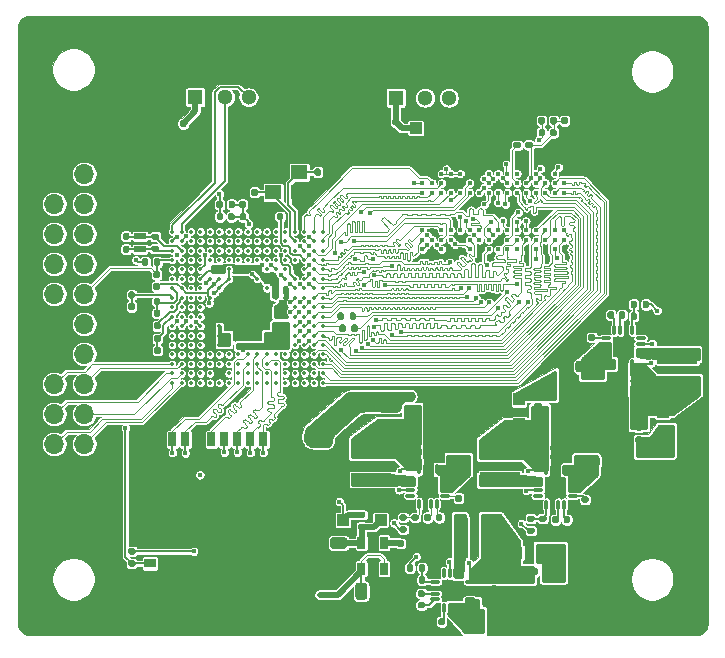
<source format=gbr>
%TF.GenerationSoftware,KiCad,Pcbnew,5.1.10*%
%TF.CreationDate,2021-05-13T15:13:00-07:00*%
%TF.ProjectId,hardware,68617264-7761-4726-952e-6b696361645f,rev?*%
%TF.SameCoordinates,Original*%
%TF.FileFunction,Copper,L1,Top*%
%TF.FilePolarity,Positive*%
%FSLAX46Y46*%
G04 Gerber Fmt 4.6, Leading zero omitted, Abs format (unit mm)*
G04 Created by KiCad (PCBNEW 5.1.10) date 2021-05-13 15:13:00*
%MOMM*%
%LPD*%
G01*
G04 APERTURE LIST*
%TA.AperFunction,SMDPad,CuDef*%
%ADD10C,0.340000*%
%TD*%
%TA.AperFunction,ComponentPad*%
%ADD11O,1.700000X1.700000*%
%TD*%
%TA.AperFunction,ComponentPad*%
%ADD12R,1.700000X1.700000*%
%TD*%
%TA.AperFunction,ComponentPad*%
%ADD13O,2.900000X1.900000*%
%TD*%
%TA.AperFunction,ComponentPad*%
%ADD14O,1.900000X2.900000*%
%TD*%
%TA.AperFunction,ComponentPad*%
%ADD15C,1.300000*%
%TD*%
%TA.AperFunction,ComponentPad*%
%ADD16R,1.300000X1.300000*%
%TD*%
%TA.AperFunction,SMDPad,CuDef*%
%ADD17C,0.399500*%
%TD*%
%TA.AperFunction,SMDPad,CuDef*%
%ADD18R,1.000000X0.500000*%
%TD*%
%TA.AperFunction,SMDPad,CuDef*%
%ADD19R,1.400000X1.200000*%
%TD*%
%TA.AperFunction,SMDPad,CuDef*%
%ADD20R,1.000000X1.000000*%
%TD*%
%TA.AperFunction,SMDPad,CuDef*%
%ADD21R,1.300000X1.900000*%
%TD*%
%TA.AperFunction,SMDPad,CuDef*%
%ADD22R,1.000000X2.800000*%
%TD*%
%TA.AperFunction,SMDPad,CuDef*%
%ADD23R,1.000000X0.800000*%
%TD*%
%TA.AperFunction,SMDPad,CuDef*%
%ADD24R,1.000000X1.200000*%
%TD*%
%TA.AperFunction,SMDPad,CuDef*%
%ADD25R,0.700000X1.200000*%
%TD*%
%TA.AperFunction,SMDPad,CuDef*%
%ADD26R,0.650000X1.060000*%
%TD*%
%TA.AperFunction,ComponentPad*%
%ADD27C,0.450000*%
%TD*%
%TA.AperFunction,SMDPad,CuDef*%
%ADD28R,1.700000X1.700000*%
%TD*%
%TA.AperFunction,SMDPad,CuDef*%
%ADD29O,0.850000X0.280000*%
%TD*%
%TA.AperFunction,SMDPad,CuDef*%
%ADD30O,0.280000X0.850000*%
%TD*%
%TA.AperFunction,SMDPad,CuDef*%
%ADD31R,0.980000X3.400000*%
%TD*%
%TA.AperFunction,SMDPad,CuDef*%
%ADD32R,3.400000X0.980000*%
%TD*%
%TA.AperFunction,ViaPad*%
%ADD33C,0.400000*%
%TD*%
%TA.AperFunction,Conductor*%
%ADD34C,0.100000*%
%TD*%
%TA.AperFunction,Conductor*%
%ADD35C,0.150000*%
%TD*%
%TA.AperFunction,Conductor*%
%ADD36C,0.500000*%
%TD*%
%TA.AperFunction,Conductor*%
%ADD37C,0.254000*%
%TD*%
G04 APERTURE END LIST*
%TO.P,R27,2*%
%TO.N,/ram/CK*%
%TA.AperFunction,SMDPad,CuDef*%
G36*
G01*
X123531600Y-110929000D02*
X123531600Y-110559000D01*
G75*
G02*
X123666600Y-110424000I135000J0D01*
G01*
X123936600Y-110424000D01*
G75*
G02*
X124071600Y-110559000I0J-135000D01*
G01*
X124071600Y-110929000D01*
G75*
G02*
X123936600Y-111064000I-135000J0D01*
G01*
X123666600Y-111064000D01*
G75*
G02*
X123531600Y-110929000I0J135000D01*
G01*
G37*
%TD.AperFunction*%
%TO.P,R27,1*%
%TO.N,Net-(R27-Pad1)*%
%TA.AperFunction,SMDPad,CuDef*%
G36*
G01*
X122511600Y-110929000D02*
X122511600Y-110559000D01*
G75*
G02*
X122646600Y-110424000I135000J0D01*
G01*
X122916600Y-110424000D01*
G75*
G02*
X123051600Y-110559000I0J-135000D01*
G01*
X123051600Y-110929000D01*
G75*
G02*
X122916600Y-111064000I-135000J0D01*
G01*
X122646600Y-111064000D01*
G75*
G02*
X122511600Y-110929000I0J135000D01*
G01*
G37*
%TD.AperFunction*%
%TD*%
D10*
%TO.P,U2,U17*%
%TO.N,/gpio/USB-DP1*%
X108357200Y-102566000D03*
%TO.P,U2,U16*%
%TO.N,/gpio/USB-DM1*%
X109157200Y-102566000D03*
%TO.P,U2,U15*%
%TO.N,Net-(U2-PadU15)*%
X109957200Y-102566000D03*
%TO.P,U2,U14*%
%TO.N,Net-(U2-PadU14)*%
X110757200Y-102566000D03*
%TO.P,U2,U13*%
%TO.N,Net-(U2-PadU13)*%
X111557200Y-102566000D03*
%TO.P,U2,U12*%
%TO.N,Net-(U2-PadU12)*%
X112357200Y-102566000D03*
%TO.P,U2,U11*%
%TO.N,Net-(U2-PadU11)*%
X113157200Y-102566000D03*
%TO.P,U2,U10*%
%TO.N,Net-(U2-PadU10)*%
X113957200Y-102566000D03*
%TO.P,U2,U9*%
%TO.N,Net-(U2-PadU9)*%
X114757200Y-102566000D03*
%TO.P,U2,U8*%
%TO.N,Net-(U2-PadU8)*%
X115557200Y-102566000D03*
%TO.P,U2,U7*%
%TO.N,Net-(U2-PadU7)*%
X116357200Y-102566000D03*
%TO.P,U2,U6*%
%TO.N,Net-(U2-PadU6)*%
X117157200Y-102566000D03*
%TO.P,U2,U5*%
%TO.N,Net-(U2-PadU5)*%
X117957200Y-102566000D03*
%TO.P,U2,U4*%
%TO.N,Net-(C97-Pad1)*%
X118757200Y-102566000D03*
%TO.P,U2,U3*%
%TO.N,d8*%
X119557200Y-102566000D03*
%TO.P,U2,U2*%
%TO.N,d10*%
X120357200Y-102566000D03*
%TO.P,U2,U1*%
%TO.N,d9*%
X121157200Y-102566000D03*
%TO.P,U2,T17*%
%TO.N,/gpio/USB-DP0*%
X108357200Y-103366000D03*
%TO.P,U2,T16*%
%TO.N,/gpio/USB-DM0*%
X109157200Y-103366000D03*
%TO.P,U2,T15*%
%TO.N,Net-(U2-PadT15)*%
X109957200Y-103366000D03*
%TO.P,U2,T14*%
%TO.N,Net-(U2-PadT14)*%
X110757200Y-103366000D03*
%TO.P,U2,T13*%
%TO.N,Net-(U2-PadT13)*%
X111557200Y-103366000D03*
%TO.P,U2,T12*%
%TO.N,Net-(U2-PadT12)*%
X112357200Y-103366000D03*
%TO.P,U2,T11*%
%TO.N,Net-(U2-PadT11)*%
X113157200Y-103366000D03*
%TO.P,U2,T10*%
%TO.N,Net-(U2-PadT10)*%
X113957200Y-103366000D03*
%TO.P,U2,T9*%
%TO.N,Net-(U2-PadT9)*%
X114757200Y-103366000D03*
%TO.P,U2,T8*%
%TO.N,Net-(U2-PadT8)*%
X115557200Y-103366000D03*
%TO.P,U2,T7*%
%TO.N,Net-(U2-PadT7)*%
X116357200Y-103366000D03*
%TO.P,U2,T6*%
%TO.N,Net-(U2-PadT6)*%
X117157200Y-103366000D03*
%TO.P,U2,T5*%
%TO.N,Net-(U2-PadT5)*%
X117957200Y-103366000D03*
%TO.P,U2,T4*%
%TO.N,Net-(C98-Pad1)*%
X118757200Y-103366000D03*
%TO.P,U2,T3*%
%TO.N,/ram/UDM*%
X119557200Y-103366000D03*
%TO.P,U2,T2*%
%TO.N,d11*%
X120357200Y-103366000D03*
%TO.P,U2,T1*%
%TO.N,/ram/!UDQS*%
X121157200Y-103366000D03*
%TO.P,U2,R17*%
%TO.N,Net-(C95-Pad2)*%
X108357200Y-104166000D03*
%TO.P,U2,R16*%
%TO.N,Net-(C96-Pad2)*%
X109157200Y-104166000D03*
%TO.P,U2,R15*%
%TO.N,Net-(U2-PadR15)*%
X109957200Y-104166000D03*
%TO.P,U2,R14*%
%TO.N,Net-(U2-PadR14)*%
X110757200Y-104166000D03*
%TO.P,U2,R13*%
%TO.N,Net-(U2-PadR13)*%
X111557200Y-104166000D03*
%TO.P,U2,R12*%
%TO.N,Net-(U2-PadR12)*%
X112357200Y-104166000D03*
%TO.P,U2,R11*%
%TO.N,Net-(U2-PadR11)*%
X113157200Y-104166000D03*
%TO.P,U2,R10*%
%TO.N,Net-(U2-PadR10)*%
X113957200Y-104166000D03*
%TO.P,U2,R9*%
%TO.N,Net-(U2-PadR9)*%
X114757200Y-104166000D03*
%TO.P,U2,R8*%
%TO.N,Net-(U2-PadR8)*%
X115557200Y-104166000D03*
%TO.P,U2,R7*%
%TO.N,Net-(U2-PadR7)*%
X116357200Y-104166000D03*
%TO.P,U2,R6*%
%TO.N,Net-(U2-PadR6)*%
X117157200Y-104166000D03*
%TO.P,U2,R5*%
%TO.N,Net-(U2-PadR5)*%
X117957200Y-104166000D03*
%TO.P,U2,R4*%
%TO.N,Net-(U2-PadR4)*%
X118757200Y-104166000D03*
%TO.P,U2,R3*%
%TO.N,Net-(R6-Pad1)*%
X119557200Y-104166000D03*
%TO.P,U2,R2*%
%TO.N,d12*%
X120357200Y-104166000D03*
%TO.P,U2,R1*%
%TO.N,/ram/UDQS*%
X121157200Y-104166000D03*
%TO.P,U2,P17*%
%TO.N,/gpio/RESET*%
X108357200Y-104966000D03*
%TO.P,U2,P16*%
%TO.N,Net-(U2-PadP16)*%
X109157200Y-104966000D03*
%TO.P,U2,P15*%
%TO.N,Net-(U2-PadP15)*%
X109957200Y-104966000D03*
%TO.P,U2,P14*%
%TO.N,Net-(U2-PadP14)*%
X110757200Y-104966000D03*
%TO.P,U2,P13*%
%TO.N,Net-(U2-PadP13)*%
X111557200Y-104966000D03*
%TO.P,U2,P12*%
%TO.N,Net-(U2-PadP12)*%
X112357200Y-104966000D03*
%TO.P,U2,P11*%
%TO.N,Net-(U2-PadP11)*%
X113157200Y-104966000D03*
%TO.P,U2,P10*%
%TO.N,Net-(U2-PadP10)*%
X113957200Y-104966000D03*
%TO.P,U2,P9*%
%TO.N,Net-(U2-PadP9)*%
X114757200Y-104966000D03*
%TO.P,U2,P8*%
%TO.N,Net-(U2-PadP8)*%
X115557200Y-104966000D03*
%TO.P,U2,P7*%
%TO.N,Net-(U2-PadP7)*%
X116357200Y-104966000D03*
%TO.P,U2,P6*%
%TO.N,Net-(U2-PadP6)*%
X117157200Y-104966000D03*
%TO.P,U2,P5*%
%TO.N,Net-(U2-PadP5)*%
X117957200Y-104966000D03*
%TO.P,U2,P4*%
%TO.N,Net-(U2-PadP4)*%
X118757200Y-104966000D03*
%TO.P,U2,P3*%
%TO.N,+2V5*%
X119557200Y-104966000D03*
%TO.P,U2,P2*%
%TO.N,d15*%
X120357200Y-104966000D03*
%TO.P,U2,P1*%
%TO.N,d14*%
X121157200Y-104966000D03*
%TO.P,U2,N17*%
%TO.N,Net-(U2-PadN17)*%
X108357200Y-105766000D03*
%TO.P,U2,N16*%
%TO.N,Net-(U2-PadN16)*%
X109157200Y-105766000D03*
%TO.P,U2,N15*%
%TO.N,Net-(U2-PadN15)*%
X109957200Y-105766000D03*
%TO.P,U2,N14*%
%TO.N,Net-(R30-Pad1)*%
X110757200Y-105766000D03*
%TO.P,U2,N12*%
%TO.N,+1V1*%
X112357200Y-105766000D03*
%TO.P,U2,N11*%
%TO.N,+3V3*%
X113157200Y-105766000D03*
%TO.P,U2,N10*%
%TO.N,+1V1*%
X113957200Y-105766000D03*
%TO.P,U2,N9*%
X114757200Y-105766000D03*
%TO.P,U2,N8*%
X115557200Y-105766000D03*
%TO.P,U2,N7*%
%TO.N,Net-(U2-PadN7)*%
X116357200Y-105766000D03*
%TO.P,U2,N6*%
%TO.N,+3V3*%
X117157200Y-105766000D03*
%TO.P,U2,N5*%
%TO.N,Net-(U2-PadN5)*%
X117957200Y-105766000D03*
%TO.P,U2,N4*%
%TO.N,GND*%
X118757200Y-105766000D03*
%TO.P,U2,N3*%
%TO.N,/ram/!CS*%
X119557200Y-105766000D03*
%TO.P,U2,N2*%
%TO.N,/ram/LDM*%
X120357200Y-105766000D03*
%TO.P,U2,N1*%
%TO.N,d13*%
X121157200Y-105766000D03*
%TO.P,U2,M17*%
%TO.N,Net-(U2-PadM17)*%
X108357200Y-106566000D03*
%TO.P,U2,M16*%
%TO.N,Net-(U2-PadM16)*%
X109157200Y-106566000D03*
%TO.P,U2,M15*%
%TO.N,Net-(U2-PadM15)*%
X109957200Y-106566000D03*
%TO.P,U2,M14*%
%TO.N,+1V1*%
X110757200Y-106566000D03*
%TO.P,U2,M13*%
%TO.N,Net-(C99-Pad1)*%
X111557200Y-106566000D03*
%TO.P,U2,M12*%
%TO.N,+3V0*%
X112357200Y-106566000D03*
%TO.P,U2,M11*%
%TO.N,+3V3*%
X113157200Y-106566000D03*
%TO.P,U2,M10*%
%TO.N,GND*%
X113957200Y-106566000D03*
%TO.P,U2,M9*%
X114757200Y-106566000D03*
%TO.P,U2,M8*%
%TO.N,/VCC-EFUSE*%
X115557200Y-106566000D03*
%TO.P,U2,M7*%
%TO.N,+1V1*%
X116357200Y-106566000D03*
%TO.P,U2,M6*%
X117157200Y-106566000D03*
%TO.P,U2,M5*%
%TO.N,+3V0*%
X117957200Y-106566000D03*
%TO.P,U2,M4*%
%TO.N,/DVREF*%
X118757200Y-106566000D03*
%TO.P,U2,M3*%
%TO.N,/ram/!CAS*%
X119557200Y-106566000D03*
%TO.P,U2,M2*%
%TO.N,d1*%
X120357200Y-106566000D03*
%TO.P,U2,M1*%
%TO.N,d0*%
X121157200Y-106566000D03*
%TO.P,U2,L17*%
%TO.N,Net-(C103-Pad1)*%
X108357200Y-107366000D03*
%TO.P,U2,L16*%
%TO.N,+3V0*%
X109157200Y-107366000D03*
%TO.P,U2,L15*%
%TO.N,Net-(U2-PadL15)*%
X109957200Y-107366000D03*
%TO.P,U2,L14*%
%TO.N,Net-(U2-PadL14)*%
X110757200Y-107366000D03*
%TO.P,U2,L12*%
%TO.N,+3V3*%
X112357200Y-107366000D03*
%TO.P,U2,L11*%
%TO.N,GND*%
X113157200Y-107366000D03*
%TO.P,U2,L10*%
X113957200Y-107366000D03*
%TO.P,U2,L9*%
X114757200Y-107366000D03*
%TO.P,U2,L8*%
X115557200Y-107366000D03*
%TO.P,U2,L7*%
%TO.N,Net-(U2-PadL7)*%
X116357200Y-107366000D03*
%TO.P,U2,L6*%
%TO.N,+1V1*%
X117157200Y-107366000D03*
%TO.P,U2,L5*%
%TO.N,+1V35*%
X117957200Y-107366000D03*
%TO.P,U2,L4*%
%TO.N,/ram/!RAS*%
X118757200Y-107366000D03*
%TO.P,U2,L3*%
%TO.N,/ram/ODT*%
X119557200Y-107366000D03*
%TO.P,U2,L2*%
%TO.N,d3*%
X120357200Y-107366000D03*
%TO.P,U2,L1*%
%TO.N,d2*%
X121157200Y-107366000D03*
%TO.P,U2,K17*%
%TO.N,Net-(C102-Pad1)*%
X108357200Y-108166000D03*
%TO.P,U2,K16*%
%TO.N,Net-(C101-Pad1)*%
X109157200Y-108166000D03*
%TO.P,U2,K15*%
%TO.N,Net-(U2-PadK15)*%
X109957200Y-108166000D03*
%TO.P,U2,K14*%
%TO.N,Net-(U2-PadK14)*%
X110757200Y-108166000D03*
%TO.P,U2,K13*%
%TO.N,+3V0*%
X111557200Y-108166000D03*
%TO.P,U2,K12*%
%TO.N,GND*%
X112357200Y-108166000D03*
%TO.P,U2,K11*%
X113157200Y-108166000D03*
%TO.P,U2,K10*%
X113957200Y-108166000D03*
%TO.P,U2,K9*%
X114757200Y-108166000D03*
%TO.P,U2,K8*%
X115557200Y-108166000D03*
%TO.P,U2,K7*%
X116357200Y-108166000D03*
%TO.P,U2,K6*%
%TO.N,+1V1*%
X117157200Y-108166000D03*
%TO.P,U2,K5*%
%TO.N,+1V35*%
X117957200Y-108166000D03*
%TO.P,U2,K4*%
%TO.N,dba1*%
X118757200Y-108166000D03*
%TO.P,U2,K3*%
%TO.N,/ram/!WE*%
X119557200Y-108166000D03*
%TO.P,U2,K2*%
%TO.N,/ram/LDQS*%
X120357200Y-108166000D03*
%TO.P,U2,K1*%
%TO.N,/ram/!LDQS*%
X121157200Y-108166000D03*
%TO.P,U2,J17*%
%TO.N,Net-(U2-PadJ17)*%
X108357200Y-108966000D03*
%TO.P,U2,J16*%
%TO.N,Net-(U2-PadJ16)*%
X109157200Y-108966000D03*
%TO.P,U2,J15*%
%TO.N,Net-(U2-PadJ15)*%
X109957200Y-108966000D03*
%TO.P,U2,J14*%
%TO.N,Net-(U2-PadJ14)*%
X110757200Y-108966000D03*
%TO.P,U2,J12*%
%TO.N,GND*%
X112357200Y-108966000D03*
%TO.P,U2,J11*%
X113157200Y-108966000D03*
%TO.P,U2,J10*%
X113957200Y-108966000D03*
%TO.P,U2,J9*%
X114757200Y-108966000D03*
%TO.P,U2,J8*%
X115557200Y-108966000D03*
%TO.P,U2,J7*%
X116357200Y-108966000D03*
%TO.P,U2,J6*%
%TO.N,+1V35*%
X117157200Y-108966000D03*
%TO.P,U2,J5*%
X117957200Y-108966000D03*
%TO.P,U2,J4*%
%TO.N,/ram/!CKE*%
X118757200Y-108966000D03*
%TO.P,U2,J3*%
%TO.N,dba0*%
X119557200Y-108966000D03*
%TO.P,U2,J2*%
%TO.N,d6*%
X120357200Y-108966000D03*
%TO.P,U2,J1*%
%TO.N,d5*%
X121157200Y-108966000D03*
%TO.P,U2,H17*%
%TO.N,/HPVCCBP*%
X108357200Y-109766000D03*
%TO.P,U2,H16*%
%TO.N,Net-(U2-PadH16)*%
X109157200Y-109766000D03*
%TO.P,U2,H15*%
%TO.N,Net-(U2-PadH15)*%
X109957200Y-109766000D03*
%TO.P,U2,H14*%
%TO.N,Net-(U2-PadH14)*%
X110757200Y-109766000D03*
%TO.P,U2,H13*%
%TO.N,GND*%
X111557200Y-109766000D03*
%TO.P,U2,H12*%
X112357200Y-109766000D03*
%TO.P,U2,H11*%
X113157200Y-109766000D03*
%TO.P,U2,H10*%
X113957200Y-109766000D03*
%TO.P,U2,H9*%
X114757200Y-109766000D03*
%TO.P,U2,H8*%
X115557200Y-109766000D03*
%TO.P,U2,H7*%
X116357200Y-109766000D03*
%TO.P,U2,H6*%
%TO.N,+1V35*%
X117157200Y-109766000D03*
%TO.P,U2,H5*%
X117957200Y-109766000D03*
%TO.P,U2,H4*%
%TO.N,dba2*%
X118757200Y-109766000D03*
%TO.P,U2,H3*%
%TO.N,adr3*%
X119557200Y-109766000D03*
%TO.P,U2,H2*%
%TO.N,d7*%
X120357200Y-109766000D03*
%TO.P,U2,H1*%
%TO.N,d4*%
X121157200Y-109766000D03*
%TO.P,U2,G17*%
%TO.N,/gpio/UART0_TX*%
X108357200Y-110566000D03*
%TO.P,U2,G16*%
%TO.N,/gpio/UART0_RX*%
X109157200Y-110566000D03*
%TO.P,U2,G15*%
%TO.N,Net-(U2-PadG15)*%
X109957200Y-110566000D03*
%TO.P,U2,G14*%
%TO.N,/gpio/SD_DET*%
X110757200Y-110566000D03*
%TO.P,U2,G12*%
%TO.N,+3V3*%
X112357200Y-110566000D03*
%TO.P,U2,G11*%
%TO.N,GND*%
X113157200Y-110566000D03*
%TO.P,U2,G10*%
X113957200Y-110566000D03*
%TO.P,U2,G9*%
X114757200Y-110566000D03*
%TO.P,U2,G8*%
X115557200Y-110566000D03*
%TO.P,U2,G7*%
X116357200Y-110566000D03*
%TO.P,U2,G6*%
%TO.N,+1V1*%
X117157200Y-110566000D03*
%TO.P,U2,G5*%
X117957200Y-110566000D03*
%TO.P,U2,G4*%
%TO.N,adr7*%
X118757200Y-110566000D03*
%TO.P,U2,G3*%
%TO.N,/ram/!RST*%
X119557200Y-110566000D03*
%TO.P,U2,G2*%
%TO.N,Net-(R28-Pad1)*%
X120357200Y-110566000D03*
%TO.P,U2,G1*%
%TO.N,Net-(R27-Pad1)*%
X121157200Y-110566000D03*
%TO.P,U2,F17*%
%TO.N,Net-(U2-PadF17)*%
X108357200Y-111366000D03*
%TO.P,U2,F16*%
%TO.N,Net-(U2-PadF16)*%
X109157200Y-111366000D03*
%TO.P,U2,F15*%
%TO.N,Net-(U2-PadF15)*%
X109957200Y-111366000D03*
%TO.P,U2,F14*%
%TO.N,Net-(U2-PadF14)*%
X110757200Y-111366000D03*
%TO.P,U2,F12*%
%TO.N,+3V3*%
X112357200Y-111366000D03*
%TO.P,U2,F11*%
X113157200Y-111366000D03*
%TO.P,U2,F10*%
%TO.N,GND*%
X113957200Y-111366000D03*
%TO.P,U2,F9*%
X114757200Y-111366000D03*
%TO.P,U2,F8*%
X115557200Y-111366000D03*
%TO.P,U2,F7*%
%TO.N,+1V1*%
X116357200Y-111366000D03*
%TO.P,U2,F6*%
X117157200Y-111366000D03*
%TO.P,U2,F5*%
X117957200Y-111366000D03*
%TO.P,U2,F4*%
%TO.N,adr9*%
X118757200Y-111366000D03*
%TO.P,U2,F3*%
%TO.N,adr13*%
X119557200Y-111366000D03*
%TO.P,U2,F2*%
%TO.N,adr2*%
X120357200Y-111366000D03*
%TO.P,U2,F1*%
%TO.N,adr5*%
X121157200Y-111366000D03*
%TO.P,U2,E17*%
%TO.N,Net-(U2-PadE17)*%
X108357200Y-112166000D03*
%TO.P,U2,E16*%
%TO.N,Net-(U2-PadE16)*%
X109157200Y-112166000D03*
%TO.P,U2,E15*%
%TO.N,Net-(U2-PadE15)*%
X109957200Y-112166000D03*
%TO.P,U2,E14*%
%TO.N,Net-(U2-PadE14)*%
X110757200Y-112166000D03*
%TO.P,U2,E12*%
%TO.N,+3V3*%
X112357200Y-112166000D03*
%TO.P,U2,E11*%
X113157200Y-112166000D03*
%TO.P,U2,E10*%
%TO.N,+1V1*%
X113957200Y-112166000D03*
%TO.P,U2,E9*%
X114757200Y-112166000D03*
%TO.P,U2,E8*%
X115557200Y-112166000D03*
%TO.P,U2,E7*%
X116357200Y-112166000D03*
%TO.P,U2,E6*%
X117157200Y-112166000D03*
%TO.P,U2,E5*%
X117957200Y-112166000D03*
%TO.P,U2,E4*%
%TO.N,adr0*%
X118757200Y-112166000D03*
%TO.P,U2,E3*%
%TO.N,adr15*%
X119557200Y-112166000D03*
%TO.P,U2,E2*%
%TO.N,adr10*%
X120357200Y-112166000D03*
%TO.P,U2,E1*%
%TO.N,adr12*%
X121157200Y-112166000D03*
%TO.P,U2,D17*%
%TO.N,Net-(U2-PadD17)*%
X108357200Y-112966000D03*
%TO.P,U2,D16*%
%TO.N,Net-(U2-PadD16)*%
X109157200Y-112966000D03*
%TO.P,U2,D15*%
%TO.N,Net-(U2-PadD15)*%
X109957200Y-112966000D03*
%TO.P,U2,D14*%
%TO.N,Net-(U2-PadD14)*%
X110757200Y-112966000D03*
%TO.P,U2,D13*%
%TO.N,Net-(U2-PadD13)*%
X111557200Y-112966000D03*
%TO.P,U2,D12*%
%TO.N,Net-(U2-PadD12)*%
X112357200Y-112966000D03*
%TO.P,U2,D11*%
%TO.N,Net-(U2-PadD11)*%
X113157200Y-112966000D03*
%TO.P,U2,D10*%
%TO.N,Net-(U2-PadD10)*%
X113957200Y-112966000D03*
%TO.P,U2,D9*%
%TO.N,/gpio/SD_DAT1*%
X114757200Y-112966000D03*
%TO.P,U2,D8*%
%TO.N,/gpio/SD_CLK*%
X115557200Y-112966000D03*
%TO.P,U2,D7*%
%TO.N,/gpio/SD_DAT3*%
X116357200Y-112966000D03*
%TO.P,U2,D6*%
%TO.N,Net-(U2-PadD6)*%
X117157200Y-112966000D03*
%TO.P,U2,D5*%
%TO.N,Net-(U2-PadD5)*%
X117957200Y-112966000D03*
%TO.P,U2,D4*%
%TO.N,Net-(U2-PadD4)*%
X118757200Y-112966000D03*
%TO.P,U2,D3*%
%TO.N,Net-(U2-PadD3)*%
X119557200Y-112966000D03*
%TO.P,U2,D2*%
%TO.N,adr4*%
X120357200Y-112966000D03*
%TO.P,U2,D1*%
%TO.N,adr1*%
X121157200Y-112966000D03*
%TO.P,U2,C17*%
%TO.N,/gpio/PG10*%
X108357200Y-113766000D03*
%TO.P,U2,C16*%
%TO.N,/gpio/PG11*%
X109157200Y-113766000D03*
%TO.P,U2,C15*%
%TO.N,Net-(U2-PadC15)*%
X109957200Y-113766000D03*
%TO.P,U2,C14*%
%TO.N,Net-(U2-PadC14)*%
X110757200Y-113766000D03*
%TO.P,U2,C13*%
%TO.N,Net-(U2-PadC13)*%
X111557200Y-113766000D03*
%TO.P,U2,C12*%
%TO.N,Net-(U2-PadC12)*%
X112357200Y-113766000D03*
%TO.P,U2,C11*%
%TO.N,Net-(U2-PadC11)*%
X113157200Y-113766000D03*
%TO.P,U2,C10*%
%TO.N,Net-(U2-PadC10)*%
X113957200Y-113766000D03*
%TO.P,U2,C9*%
%TO.N,/gpio/SD_DAT0*%
X114757200Y-113766000D03*
%TO.P,U2,C8*%
%TO.N,/gpio/SD_CMD*%
X115557200Y-113766000D03*
%TO.P,U2,C7*%
%TO.N,/gpio/SD_DAT2*%
X116357200Y-113766000D03*
%TO.P,U2,C6*%
%TO.N,Net-(U2-PadC6)*%
X117157200Y-113766000D03*
%TO.P,U2,C5*%
%TO.N,Net-(U2-PadC5)*%
X117957200Y-113766000D03*
%TO.P,U2,C4*%
%TO.N,Net-(U2-PadC4)*%
X118757200Y-113766000D03*
%TO.P,U2,C3*%
%TO.N,Net-(U2-PadC3)*%
X119557200Y-113766000D03*
%TO.P,U2,C2*%
%TO.N,adr11*%
X120357200Y-113766000D03*
%TO.P,U2,C1*%
%TO.N,adr14*%
X121157200Y-113766000D03*
%TO.P,U2,B17*%
%TO.N,/gpio/PG7*%
X108357200Y-114566000D03*
%TO.P,U2,B16*%
%TO.N,/gpio/PG9*%
X109157200Y-114566000D03*
%TO.P,U2,B15*%
%TO.N,Net-(U2-PadB15)*%
X109957200Y-114566000D03*
%TO.P,U2,B14*%
%TO.N,Net-(U2-PadB14)*%
X110757200Y-114566000D03*
%TO.P,U2,B13*%
%TO.N,Net-(U2-PadB13)*%
X111557200Y-114566000D03*
%TO.P,U2,B11*%
%TO.N,Net-(U2-PadB11)*%
X113157200Y-114566000D03*
%TO.P,U2,B10*%
%TO.N,Net-(U2-PadB10)*%
X113957200Y-114566000D03*
%TO.P,U2,B9*%
%TO.N,Net-(U2-PadB9)*%
X114757200Y-114566000D03*
%TO.P,U2,B8*%
%TO.N,Net-(U2-PadB8)*%
X115557200Y-114566000D03*
%TO.P,U2,B7*%
%TO.N,Net-(U2-PadB7)*%
X116357200Y-114566000D03*
%TO.P,U2,B6*%
%TO.N,Net-(U2-PadB6)*%
X117157200Y-114566000D03*
%TO.P,U2,B5*%
%TO.N,Net-(U2-PadB5)*%
X117957200Y-114566000D03*
%TO.P,U2,B4*%
%TO.N,Net-(U2-PadB4)*%
X118757200Y-114566000D03*
%TO.P,U2,B3*%
%TO.N,Net-(U2-PadB3)*%
X119557200Y-114566000D03*
%TO.P,U2,B2*%
%TO.N,Net-(U2-PadB2)*%
X120357200Y-114566000D03*
%TO.P,U2,B1*%
%TO.N,adr8*%
X121157200Y-114566000D03*
%TO.P,U2,A17*%
%TO.N,/gpio/PG6*%
X108357200Y-115366000D03*
%TO.P,U2,A16*%
%TO.N,/gpio/PG8*%
X109157200Y-115366000D03*
%TO.P,U2,A15*%
%TO.N,Net-(U2-PadA15)*%
X109957200Y-115366000D03*
%TO.P,U2,A14*%
%TO.N,Net-(U2-PadA14)*%
X110757200Y-115366000D03*
%TO.P,U2,A13*%
%TO.N,Net-(U2-PadA13)*%
X111557200Y-115366000D03*
%TO.P,U2,A12*%
%TO.N,Net-(U2-PadA12)*%
X112357200Y-115366000D03*
%TO.P,U2,A11*%
%TO.N,Net-(U2-PadA11)*%
X113157200Y-115366000D03*
%TO.P,U2,A10*%
%TO.N,Net-(U2-PadA10)*%
X113957200Y-115366000D03*
%TO.P,U2,A9*%
%TO.N,Net-(U2-PadA9)*%
X114757200Y-115366000D03*
%TO.P,U2,A8*%
%TO.N,Net-(U2-PadA8)*%
X115557200Y-115366000D03*
%TO.P,U2,A7*%
%TO.N,Net-(U2-PadA7)*%
X116357200Y-115366000D03*
%TO.P,U2,A6*%
%TO.N,Net-(U2-PadA6)*%
X117157200Y-115366000D03*
%TO.P,U2,A5*%
%TO.N,Net-(U2-PadA5)*%
X117957200Y-115366000D03*
%TO.P,U2,A4*%
%TO.N,Net-(U2-PadA4)*%
X118757200Y-115366000D03*
%TO.P,U2,A3*%
%TO.N,Net-(U2-PadA3)*%
X119557200Y-115366000D03*
%TO.P,U2,A2*%
%TO.N,Net-(U2-PadA2)*%
X120357200Y-115366000D03*
%TO.P,U2,A1*%
%TO.N,adr6*%
X121157200Y-115366000D03*
%TD*%
D11*
%TO.P,J5,20*%
%TO.N,/gpio/PG8*%
X100914200Y-120548400D03*
%TO.P,J5,19*%
%TO.N,/gpio/PG6*%
X98374200Y-120548400D03*
%TO.P,J5,18*%
%TO.N,/gpio/PG9*%
X100914200Y-118008400D03*
%TO.P,J5,17*%
%TO.N,/gpio/PG7*%
X98374200Y-118008400D03*
%TO.P,J5,16*%
%TO.N,/gpio/PG11*%
X100914200Y-115468400D03*
%TO.P,J5,15*%
%TO.N,/gpio/PG10*%
X98374200Y-115468400D03*
%TO.P,J5,14*%
%TO.N,/gpio/UART0_RX*%
X100914200Y-112928400D03*
%TO.P,J5,13*%
%TO.N,GND*%
X98374200Y-112928400D03*
%TO.P,J5,12*%
%TO.N,/gpio/UART0_TX*%
X100914200Y-110388400D03*
%TO.P,J5,11*%
%TO.N,GND*%
X98374200Y-110388400D03*
%TO.P,J5,10*%
%TO.N,/gpio/RESET*%
X100914200Y-107848400D03*
%TO.P,J5,9*%
%TO.N,Net-(J5-Pad9)*%
X98374200Y-107848400D03*
%TO.P,J5,8*%
%TO.N,+3V3*%
X100914200Y-105308400D03*
%TO.P,J5,7*%
%TO.N,+3V0*%
X98374200Y-105308400D03*
%TO.P,J5,6*%
%TO.N,+1V35*%
X100914200Y-102768400D03*
%TO.P,J5,5*%
%TO.N,+1V1*%
X98374200Y-102768400D03*
%TO.P,J5,4*%
%TO.N,Net-(J5-Pad4)*%
X100914200Y-100228400D03*
%TO.P,J5,3*%
%TO.N,Net-(J5-Pad3)*%
X98374200Y-100228400D03*
%TO.P,J5,2*%
%TO.N,+5V*%
X100914200Y-97688400D03*
D12*
%TO.P,J5,1*%
%TO.N,GND*%
X98374200Y-97688400D03*
%TD*%
%TO.P,C28,2*%
%TO.N,GND*%
%TA.AperFunction,SMDPad,CuDef*%
G36*
G01*
X121978400Y-130320200D02*
X122928400Y-130320200D01*
G75*
G02*
X123178400Y-130570200I0J-250000D01*
G01*
X123178400Y-131070200D01*
G75*
G02*
X122928400Y-131320200I-250000J0D01*
G01*
X121978400Y-131320200D01*
G75*
G02*
X121728400Y-131070200I0J250000D01*
G01*
X121728400Y-130570200D01*
G75*
G02*
X121978400Y-130320200I250000J0D01*
G01*
G37*
%TD.AperFunction*%
%TO.P,C28,1*%
%TO.N,Net-(C28-Pad1)*%
%TA.AperFunction,SMDPad,CuDef*%
G36*
G01*
X121978400Y-128420200D02*
X122928400Y-128420200D01*
G75*
G02*
X123178400Y-128670200I0J-250000D01*
G01*
X123178400Y-129170200D01*
G75*
G02*
X122928400Y-129420200I-250000J0D01*
G01*
X121978400Y-129420200D01*
G75*
G02*
X121728400Y-129170200I0J250000D01*
G01*
X121728400Y-128670200D01*
G75*
G02*
X121978400Y-128420200I250000J0D01*
G01*
G37*
%TD.AperFunction*%
%TD*%
%TO.P,C26,2*%
%TO.N,GND*%
%TA.AperFunction,SMDPad,CuDef*%
G36*
G01*
X125773600Y-133494800D02*
X125773600Y-132544800D01*
G75*
G02*
X126023600Y-132294800I250000J0D01*
G01*
X126523600Y-132294800D01*
G75*
G02*
X126773600Y-132544800I0J-250000D01*
G01*
X126773600Y-133494800D01*
G75*
G02*
X126523600Y-133744800I-250000J0D01*
G01*
X126023600Y-133744800D01*
G75*
G02*
X125773600Y-133494800I0J250000D01*
G01*
G37*
%TD.AperFunction*%
%TO.P,C26,1*%
%TO.N,+3V3*%
%TA.AperFunction,SMDPad,CuDef*%
G36*
G01*
X123873600Y-133494800D02*
X123873600Y-132544800D01*
G75*
G02*
X124123600Y-132294800I250000J0D01*
G01*
X124623600Y-132294800D01*
G75*
G02*
X124873600Y-132544800I0J-250000D01*
G01*
X124873600Y-133494800D01*
G75*
G02*
X124623600Y-133744800I-250000J0D01*
G01*
X124123600Y-133744800D01*
G75*
G02*
X123873600Y-133494800I0J250000D01*
G01*
G37*
%TD.AperFunction*%
%TD*%
%TO.P,C25,2*%
%TO.N,GND*%
%TA.AperFunction,SMDPad,CuDef*%
G36*
G01*
X137066000Y-133012600D02*
X138016000Y-133012600D01*
G75*
G02*
X138266000Y-133262600I0J-250000D01*
G01*
X138266000Y-133762600D01*
G75*
G02*
X138016000Y-134012600I-250000J0D01*
G01*
X137066000Y-134012600D01*
G75*
G02*
X136816000Y-133762600I0J250000D01*
G01*
X136816000Y-133262600D01*
G75*
G02*
X137066000Y-133012600I250000J0D01*
G01*
G37*
%TD.AperFunction*%
%TO.P,C25,1*%
%TO.N,Net-(C23-Pad1)*%
%TA.AperFunction,SMDPad,CuDef*%
G36*
G01*
X137066000Y-131112600D02*
X138016000Y-131112600D01*
G75*
G02*
X138266000Y-131362600I0J-250000D01*
G01*
X138266000Y-131862600D01*
G75*
G02*
X138016000Y-132112600I-250000J0D01*
G01*
X137066000Y-132112600D01*
G75*
G02*
X136816000Y-131862600I0J250000D01*
G01*
X136816000Y-131362600D01*
G75*
G02*
X137066000Y-131112600I250000J0D01*
G01*
G37*
%TD.AperFunction*%
%TD*%
%TO.P,C24,2*%
%TO.N,GND*%
%TA.AperFunction,SMDPad,CuDef*%
G36*
G01*
X141013600Y-121379000D02*
X141013600Y-120429000D01*
G75*
G02*
X141263600Y-120179000I250000J0D01*
G01*
X141763600Y-120179000D01*
G75*
G02*
X142013600Y-120429000I0J-250000D01*
G01*
X142013600Y-121379000D01*
G75*
G02*
X141763600Y-121629000I-250000J0D01*
G01*
X141263600Y-121629000D01*
G75*
G02*
X141013600Y-121379000I0J250000D01*
G01*
G37*
%TD.AperFunction*%
%TO.P,C24,1*%
%TO.N,Net-(C22-Pad1)*%
%TA.AperFunction,SMDPad,CuDef*%
G36*
G01*
X139113600Y-121379000D02*
X139113600Y-120429000D01*
G75*
G02*
X139363600Y-120179000I250000J0D01*
G01*
X139863600Y-120179000D01*
G75*
G02*
X140113600Y-120429000I0J-250000D01*
G01*
X140113600Y-121379000D01*
G75*
G02*
X139863600Y-121629000I-250000J0D01*
G01*
X139363600Y-121629000D01*
G75*
G02*
X139113600Y-121379000I0J250000D01*
G01*
G37*
%TD.AperFunction*%
%TD*%
%TO.P,C23,2*%
%TO.N,GND*%
%TA.AperFunction,SMDPad,CuDef*%
G36*
G01*
X135008600Y-133012600D02*
X135958600Y-133012600D01*
G75*
G02*
X136208600Y-133262600I0J-250000D01*
G01*
X136208600Y-133762600D01*
G75*
G02*
X135958600Y-134012600I-250000J0D01*
G01*
X135008600Y-134012600D01*
G75*
G02*
X134758600Y-133762600I0J250000D01*
G01*
X134758600Y-133262600D01*
G75*
G02*
X135008600Y-133012600I250000J0D01*
G01*
G37*
%TD.AperFunction*%
%TO.P,C23,1*%
%TO.N,Net-(C23-Pad1)*%
%TA.AperFunction,SMDPad,CuDef*%
G36*
G01*
X135008600Y-131112600D02*
X135958600Y-131112600D01*
G75*
G02*
X136208600Y-131362600I0J-250000D01*
G01*
X136208600Y-131862600D01*
G75*
G02*
X135958600Y-132112600I-250000J0D01*
G01*
X135008600Y-132112600D01*
G75*
G02*
X134758600Y-131862600I0J250000D01*
G01*
X134758600Y-131362600D01*
G75*
G02*
X135008600Y-131112600I250000J0D01*
G01*
G37*
%TD.AperFunction*%
%TD*%
%TO.P,C22,2*%
%TO.N,GND*%
%TA.AperFunction,SMDPad,CuDef*%
G36*
G01*
X141008520Y-119347000D02*
X141008520Y-118397000D01*
G75*
G02*
X141258520Y-118147000I250000J0D01*
G01*
X141758520Y-118147000D01*
G75*
G02*
X142008520Y-118397000I0J-250000D01*
G01*
X142008520Y-119347000D01*
G75*
G02*
X141758520Y-119597000I-250000J0D01*
G01*
X141258520Y-119597000D01*
G75*
G02*
X141008520Y-119347000I0J250000D01*
G01*
G37*
%TD.AperFunction*%
%TO.P,C22,1*%
%TO.N,Net-(C22-Pad1)*%
%TA.AperFunction,SMDPad,CuDef*%
G36*
G01*
X139108520Y-119347000D02*
X139108520Y-118397000D01*
G75*
G02*
X139358520Y-118147000I250000J0D01*
G01*
X139858520Y-118147000D01*
G75*
G02*
X140108520Y-118397000I0J-250000D01*
G01*
X140108520Y-119347000D01*
G75*
G02*
X139858520Y-119597000I-250000J0D01*
G01*
X139358520Y-119597000D01*
G75*
G02*
X139108520Y-119347000I0J250000D01*
G01*
G37*
%TD.AperFunction*%
%TD*%
%TO.P,C17,2*%
%TO.N,GND*%
%TA.AperFunction,SMDPad,CuDef*%
G36*
G01*
X135491600Y-136238000D02*
X135491600Y-135288000D01*
G75*
G02*
X135741600Y-135038000I250000J0D01*
G01*
X136241600Y-135038000D01*
G75*
G02*
X136491600Y-135288000I0J-250000D01*
G01*
X136491600Y-136238000D01*
G75*
G02*
X136241600Y-136488000I-250000J0D01*
G01*
X135741600Y-136488000D01*
G75*
G02*
X135491600Y-136238000I0J250000D01*
G01*
G37*
%TD.AperFunction*%
%TO.P,C17,1*%
%TO.N,+5V*%
%TA.AperFunction,SMDPad,CuDef*%
G36*
G01*
X133591600Y-136238000D02*
X133591600Y-135288000D01*
G75*
G02*
X133841600Y-135038000I250000J0D01*
G01*
X134341600Y-135038000D01*
G75*
G02*
X134591600Y-135288000I0J-250000D01*
G01*
X134591600Y-136238000D01*
G75*
G02*
X134341600Y-136488000I-250000J0D01*
G01*
X133841600Y-136488000D01*
G75*
G02*
X133591600Y-136238000I0J250000D01*
G01*
G37*
%TD.AperFunction*%
%TD*%
%TO.P,C16,2*%
%TO.N,GND*%
%TA.AperFunction,SMDPad,CuDef*%
G36*
G01*
X144315200Y-120631800D02*
X143365200Y-120631800D01*
G75*
G02*
X143115200Y-120381800I0J250000D01*
G01*
X143115200Y-119881800D01*
G75*
G02*
X143365200Y-119631800I250000J0D01*
G01*
X144315200Y-119631800D01*
G75*
G02*
X144565200Y-119881800I0J-250000D01*
G01*
X144565200Y-120381800D01*
G75*
G02*
X144315200Y-120631800I-250000J0D01*
G01*
G37*
%TD.AperFunction*%
%TO.P,C16,1*%
%TO.N,+5V*%
%TA.AperFunction,SMDPad,CuDef*%
G36*
G01*
X144315200Y-122531800D02*
X143365200Y-122531800D01*
G75*
G02*
X143115200Y-122281800I0J250000D01*
G01*
X143115200Y-121781800D01*
G75*
G02*
X143365200Y-121531800I250000J0D01*
G01*
X144315200Y-121531800D01*
G75*
G02*
X144565200Y-121781800I0J-250000D01*
G01*
X144565200Y-122281800D01*
G75*
G02*
X144315200Y-122531800I-250000J0D01*
G01*
G37*
%TD.AperFunction*%
%TD*%
%TO.P,C15,2*%
%TO.N,GND*%
%TA.AperFunction,SMDPad,CuDef*%
G36*
G01*
X130142400Y-119461300D02*
X130142400Y-118511300D01*
G75*
G02*
X130392400Y-118261300I250000J0D01*
G01*
X130892400Y-118261300D01*
G75*
G02*
X131142400Y-118511300I0J-250000D01*
G01*
X131142400Y-119461300D01*
G75*
G02*
X130892400Y-119711300I-250000J0D01*
G01*
X130392400Y-119711300D01*
G75*
G02*
X130142400Y-119461300I0J250000D01*
G01*
G37*
%TD.AperFunction*%
%TO.P,C15,1*%
%TO.N,Net-(C14-Pad1)*%
%TA.AperFunction,SMDPad,CuDef*%
G36*
G01*
X128242400Y-119461300D02*
X128242400Y-118511300D01*
G75*
G02*
X128492400Y-118261300I250000J0D01*
G01*
X128992400Y-118261300D01*
G75*
G02*
X129242400Y-118511300I0J-250000D01*
G01*
X129242400Y-119461300D01*
G75*
G02*
X128992400Y-119711300I-250000J0D01*
G01*
X128492400Y-119711300D01*
G75*
G02*
X128242400Y-119461300I0J250000D01*
G01*
G37*
%TD.AperFunction*%
%TD*%
%TO.P,C14,2*%
%TO.N,GND*%
%TA.AperFunction,SMDPad,CuDef*%
G36*
G01*
X130142400Y-121493300D02*
X130142400Y-120543300D01*
G75*
G02*
X130392400Y-120293300I250000J0D01*
G01*
X130892400Y-120293300D01*
G75*
G02*
X131142400Y-120543300I0J-250000D01*
G01*
X131142400Y-121493300D01*
G75*
G02*
X130892400Y-121743300I-250000J0D01*
G01*
X130392400Y-121743300D01*
G75*
G02*
X130142400Y-121493300I0J250000D01*
G01*
G37*
%TD.AperFunction*%
%TO.P,C14,1*%
%TO.N,Net-(C14-Pad1)*%
%TA.AperFunction,SMDPad,CuDef*%
G36*
G01*
X128242400Y-121493300D02*
X128242400Y-120543300D01*
G75*
G02*
X128492400Y-120293300I250000J0D01*
G01*
X128992400Y-120293300D01*
G75*
G02*
X129242400Y-120543300I0J-250000D01*
G01*
X129242400Y-121493300D01*
G75*
G02*
X128992400Y-121743300I-250000J0D01*
G01*
X128492400Y-121743300D01*
G75*
G02*
X128242400Y-121493300I0J250000D01*
G01*
G37*
%TD.AperFunction*%
%TD*%
%TO.P,C11,2*%
%TO.N,GND*%
%TA.AperFunction,SMDPad,CuDef*%
G36*
G01*
X133050300Y-120822300D02*
X132100300Y-120822300D01*
G75*
G02*
X131850300Y-120572300I0J250000D01*
G01*
X131850300Y-120072300D01*
G75*
G02*
X132100300Y-119822300I250000J0D01*
G01*
X133050300Y-119822300D01*
G75*
G02*
X133300300Y-120072300I0J-250000D01*
G01*
X133300300Y-120572300D01*
G75*
G02*
X133050300Y-120822300I-250000J0D01*
G01*
G37*
%TD.AperFunction*%
%TO.P,C11,1*%
%TO.N,+5V*%
%TA.AperFunction,SMDPad,CuDef*%
G36*
G01*
X133050300Y-122722300D02*
X132100300Y-122722300D01*
G75*
G02*
X131850300Y-122472300I0J250000D01*
G01*
X131850300Y-121972300D01*
G75*
G02*
X132100300Y-121722300I250000J0D01*
G01*
X133050300Y-121722300D01*
G75*
G02*
X133300300Y-121972300I0J-250000D01*
G01*
X133300300Y-122472300D01*
G75*
G02*
X133050300Y-122722300I-250000J0D01*
G01*
G37*
%TD.AperFunction*%
%TD*%
%TO.P,C10,2*%
%TO.N,GND*%
%TA.AperFunction,SMDPad,CuDef*%
G36*
G01*
X146362000Y-117127000D02*
X146362000Y-118077000D01*
G75*
G02*
X146112000Y-118327000I-250000J0D01*
G01*
X145612000Y-118327000D01*
G75*
G02*
X145362000Y-118077000I0J250000D01*
G01*
X145362000Y-117127000D01*
G75*
G02*
X145612000Y-116877000I250000J0D01*
G01*
X146112000Y-116877000D01*
G75*
G02*
X146362000Y-117127000I0J-250000D01*
G01*
G37*
%TD.AperFunction*%
%TO.P,C10,1*%
%TO.N,Net-(C10-Pad1)*%
%TA.AperFunction,SMDPad,CuDef*%
G36*
G01*
X148262000Y-117127000D02*
X148262000Y-118077000D01*
G75*
G02*
X148012000Y-118327000I-250000J0D01*
G01*
X147512000Y-118327000D01*
G75*
G02*
X147262000Y-118077000I0J250000D01*
G01*
X147262000Y-117127000D01*
G75*
G02*
X147512000Y-116877000I250000J0D01*
G01*
X148012000Y-116877000D01*
G75*
G02*
X148262000Y-117127000I0J-250000D01*
G01*
G37*
%TD.AperFunction*%
%TD*%
%TO.P,C9,2*%
%TO.N,GND*%
%TA.AperFunction,SMDPad,CuDef*%
G36*
G01*
X146362000Y-115069600D02*
X146362000Y-116019600D01*
G75*
G02*
X146112000Y-116269600I-250000J0D01*
G01*
X145612000Y-116269600D01*
G75*
G02*
X145362000Y-116019600I0J250000D01*
G01*
X145362000Y-115069600D01*
G75*
G02*
X145612000Y-114819600I250000J0D01*
G01*
X146112000Y-114819600D01*
G75*
G02*
X146362000Y-115069600I0J-250000D01*
G01*
G37*
%TD.AperFunction*%
%TO.P,C9,1*%
%TO.N,Net-(C10-Pad1)*%
%TA.AperFunction,SMDPad,CuDef*%
G36*
G01*
X148262000Y-115069600D02*
X148262000Y-116019600D01*
G75*
G02*
X148012000Y-116269600I-250000J0D01*
G01*
X147512000Y-116269600D01*
G75*
G02*
X147262000Y-116019600I0J250000D01*
G01*
X147262000Y-115069600D01*
G75*
G02*
X147512000Y-114819600I250000J0D01*
G01*
X148012000Y-114819600D01*
G75*
G02*
X148262000Y-115069600I0J-250000D01*
G01*
G37*
%TD.AperFunction*%
%TD*%
%TO.P,C6,2*%
%TO.N,GND*%
%TA.AperFunction,SMDPad,CuDef*%
G36*
G01*
X142755600Y-115385000D02*
X143705600Y-115385000D01*
G75*
G02*
X143955600Y-115635000I0J-250000D01*
G01*
X143955600Y-116135000D01*
G75*
G02*
X143705600Y-116385000I-250000J0D01*
G01*
X142755600Y-116385000D01*
G75*
G02*
X142505600Y-116135000I0J250000D01*
G01*
X142505600Y-115635000D01*
G75*
G02*
X142755600Y-115385000I250000J0D01*
G01*
G37*
%TD.AperFunction*%
%TO.P,C6,1*%
%TO.N,+5V*%
%TA.AperFunction,SMDPad,CuDef*%
G36*
G01*
X142755600Y-113485000D02*
X143705600Y-113485000D01*
G75*
G02*
X143955600Y-113735000I0J-250000D01*
G01*
X143955600Y-114235000D01*
G75*
G02*
X143705600Y-114485000I-250000J0D01*
G01*
X142755600Y-114485000D01*
G75*
G02*
X142505600Y-114235000I0J250000D01*
G01*
X142505600Y-113735000D01*
G75*
G02*
X142755600Y-113485000I250000J0D01*
G01*
G37*
%TD.AperFunction*%
%TD*%
D13*
%TO.P,J3,5*%
%TO.N,GND*%
X113827440Y-86421240D03*
D14*
X120397440Y-90601240D03*
X107257440Y-90601240D03*
D15*
%TO.P,J3,4*%
X117327440Y-91201240D03*
%TO.P,J3,3*%
%TO.N,/gpio/USB-DP1*%
X114827440Y-91201240D03*
%TO.P,J3,2*%
%TO.N,/gpio/USB-DM1*%
X112827440Y-91201240D03*
D16*
%TO.P,J3,1*%
%TO.N,+5V*%
X110327440Y-91201240D03*
%TD*%
D17*
%TO.P,U1,T9*%
%TO.N,GND*%
X141553200Y-97663200D03*
%TO.P,U1,T8*%
%TO.N,adr8*%
X141553200Y-98463200D03*
%TO.P,U1,T7*%
%TO.N,adr14*%
X141553200Y-99263200D03*
%TO.P,U1,T3*%
%TO.N,adr13*%
X141553200Y-102463200D03*
%TO.P,U1,T2*%
%TO.N,/ram/!RST*%
X141553200Y-103263200D03*
%TO.P,U1,T1*%
%TO.N,GND*%
X141553200Y-104063200D03*
%TO.P,U1,R9*%
%TO.N,+1V35*%
X140753200Y-97663200D03*
%TO.P,U1,R8*%
%TO.N,adr6*%
X140753200Y-98463200D03*
%TO.P,U1,R7*%
%TO.N,adr11*%
X140753200Y-99263200D03*
%TO.P,U1,R3*%
%TO.N,adr9*%
X140753200Y-102463200D03*
%TO.P,U1,R2*%
%TO.N,adr7*%
X140753200Y-103263200D03*
%TO.P,U1,R1*%
%TO.N,+1V35*%
X140753200Y-104063200D03*
%TO.P,U1,P9*%
%TO.N,GND*%
X139953200Y-97663200D03*
%TO.P,U1,P8*%
%TO.N,adr4*%
X139953200Y-98463200D03*
%TO.P,U1,P7*%
%TO.N,adr1*%
X139953200Y-99263200D03*
%TO.P,U1,P3*%
%TO.N,adr2*%
X139953200Y-102463200D03*
%TO.P,U1,P2*%
%TO.N,adr5*%
X139953200Y-103263200D03*
%TO.P,U1,P1*%
%TO.N,GND*%
X139953200Y-104063200D03*
%TO.P,U1,N9*%
%TO.N,+1V35*%
X139153200Y-97663200D03*
%TO.P,U1,N8*%
%TO.N,dba1*%
X139153200Y-98463200D03*
%TO.P,U1,N7*%
%TO.N,adr12*%
X139153200Y-99263200D03*
%TO.P,U1,N3*%
%TO.N,adr0*%
X139153200Y-102463200D03*
%TO.P,U1,N2*%
%TO.N,adr3*%
X139153200Y-103263200D03*
%TO.P,U1,N1*%
%TO.N,+1V35*%
X139153200Y-104063200D03*
%TO.P,U1,M9*%
%TO.N,GND*%
X138353200Y-97663200D03*
%TO.P,U1,M8*%
%TO.N,Net-(C1-Pad2)*%
X138353200Y-98463200D03*
%TO.P,U1,M7*%
%TO.N,adr15*%
X138353200Y-99263200D03*
%TO.P,U1,M3*%
%TO.N,dba2*%
X138353200Y-102463200D03*
%TO.P,U1,M2*%
%TO.N,dba0*%
X138353200Y-103263200D03*
%TO.P,U1,M1*%
%TO.N,GND*%
X138353200Y-104063200D03*
%TO.P,U1,L9*%
%TO.N,Net-(U1-PadL9)*%
X137553200Y-97663200D03*
%TO.P,U1,L8*%
%TO.N,Net-(R3-Pad2)*%
X137553200Y-98463200D03*
%TO.P,U1,L7*%
%TO.N,adr10*%
X137553200Y-99263200D03*
%TO.P,U1,L3*%
%TO.N,/ram/!WE*%
X137553200Y-102463200D03*
%TO.P,U1,L2*%
%TO.N,/ram/!CS*%
X137553200Y-103263200D03*
%TO.P,U1,L1*%
%TO.N,Net-(U1-PadL1)*%
X137553200Y-104063200D03*
%TO.P,U1,K9*%
%TO.N,/ram/!CKE*%
X136753200Y-97663200D03*
%TO.P,U1,K8*%
%TO.N,+1V35*%
X136753200Y-98463200D03*
%TO.P,U1,K7*%
%TO.N,/ram/!CK*%
X136753200Y-99263200D03*
%TO.P,U1,K3*%
%TO.N,/ram/!CAS*%
X136753200Y-102463200D03*
%TO.P,U1,K2*%
%TO.N,+1V35*%
X136753200Y-103263200D03*
%TO.P,U1,K1*%
%TO.N,/ram/ODT*%
X136753200Y-104063200D03*
%TO.P,U1,J9*%
%TO.N,Net-(U1-PadJ9)*%
X135953200Y-97663200D03*
%TO.P,U1,J8*%
%TO.N,GND*%
X135953200Y-98463200D03*
%TO.P,U1,J7*%
%TO.N,/ram/CK*%
X135953200Y-99263200D03*
%TO.P,U1,J3*%
%TO.N,/ram/!RAS*%
X135953200Y-102463200D03*
%TO.P,U1,J2*%
%TO.N,GND*%
X135953200Y-103263200D03*
%TO.P,U1,J1*%
%TO.N,Net-(U1-PadJ1)*%
X135953200Y-104063200D03*
%TO.P,U1,H9*%
%TO.N,+1V35*%
X135153200Y-97663200D03*
%TO.P,U1,H8*%
%TO.N,d5*%
X135153200Y-98463200D03*
%TO.P,U1,H7*%
%TO.N,d7*%
X135153200Y-99263200D03*
%TO.P,U1,H3*%
%TO.N,d4*%
X135153200Y-102463200D03*
%TO.P,U1,H2*%
%TO.N,+1V35*%
X135153200Y-103263200D03*
%TO.P,U1,H1*%
%TO.N,Net-(C1-Pad2)*%
X135153200Y-104063200D03*
%TO.P,U1,G9*%
%TO.N,GND*%
X134353200Y-97663200D03*
%TO.P,U1,G8*%
X134353200Y-98463200D03*
%TO.P,U1,G7*%
%TO.N,+1V35*%
X134353200Y-99263200D03*
%TO.P,U1,G3*%
%TO.N,/ram/!LDQS*%
X134353200Y-102463200D03*
%TO.P,U1,G2*%
%TO.N,d6*%
X134353200Y-103263200D03*
%TO.P,U1,G1*%
%TO.N,GND*%
X134353200Y-104063200D03*
%TO.P,U1,F9*%
X133553200Y-97663200D03*
%TO.P,U1,F8*%
%TO.N,d3*%
X133553200Y-98463200D03*
%TO.P,U1,F7*%
%TO.N,d1*%
X133553200Y-99263200D03*
%TO.P,U1,F3*%
%TO.N,/ram/LDQS*%
X133553200Y-102463200D03*
%TO.P,U1,F2*%
%TO.N,d2*%
X133553200Y-103263200D03*
%TO.P,U1,F1*%
%TO.N,+1V35*%
X133553200Y-104063200D03*
%TO.P,U1,E9*%
X132753200Y-97663200D03*
%TO.P,U1,E8*%
%TO.N,GND*%
X132753200Y-98463200D03*
%TO.P,U1,E7*%
%TO.N,/ram/LDM*%
X132753200Y-99263200D03*
%TO.P,U1,E3*%
%TO.N,d0*%
X132753200Y-102463200D03*
%TO.P,U1,E2*%
%TO.N,GND*%
X132753200Y-103263200D03*
%TO.P,U1,E1*%
X132753200Y-104063200D03*
%TO.P,U1,D9*%
%TO.N,+1V35*%
X131953200Y-97663200D03*
%TO.P,U1,D8*%
%TO.N,GND*%
X131953200Y-98463200D03*
%TO.P,U1,D7*%
%TO.N,d12*%
X131953200Y-99263200D03*
%TO.P,U1,D3*%
%TO.N,/ram/UDM*%
X131953200Y-102463200D03*
%TO.P,U1,D2*%
%TO.N,+1V35*%
X131953200Y-103263200D03*
%TO.P,U1,D1*%
%TO.N,GND*%
X131953200Y-104063200D03*
%TO.P,U1,C9*%
%TO.N,+1V35*%
X131153200Y-97663200D03*
%TO.P,U1,C8*%
%TO.N,d10*%
X131153200Y-98463200D03*
%TO.P,U1,C7*%
%TO.N,/ram/UDQS*%
X131153200Y-99263200D03*
%TO.P,U1,C3*%
%TO.N,d14*%
X131153200Y-102463200D03*
%TO.P,U1,C2*%
%TO.N,d11*%
X131153200Y-103263200D03*
%TO.P,U1,C1*%
%TO.N,+1V35*%
X131153200Y-104063200D03*
%TO.P,U1,B9*%
%TO.N,GND*%
X130353200Y-97663200D03*
%TO.P,U1,B8*%
%TO.N,d8*%
X130353200Y-98463200D03*
%TO.P,U1,B7*%
%TO.N,/ram/!UDQS*%
X130353200Y-99263200D03*
%TO.P,U1,B3*%
%TO.N,GND*%
X130353200Y-102463200D03*
%TO.P,U1,B2*%
%TO.N,+1V35*%
X130353200Y-103263200D03*
%TO.P,U1,B1*%
%TO.N,GND*%
X130353200Y-104063200D03*
%TO.P,U1,A9*%
X129553200Y-97663200D03*
%TO.P,U1,A8*%
%TO.N,+1V35*%
X129553200Y-98463200D03*
%TO.P,U1,A7*%
%TO.N,d9*%
X129553200Y-99263200D03*
%TO.P,U1,A3*%
%TO.N,d15*%
X129553200Y-102463200D03*
%TO.P,U1,A2*%
%TO.N,d13*%
X129553200Y-103263200D03*
%TO.P,U1,A1*%
%TO.N,+1V35*%
X129553200Y-104063200D03*
%TD*%
%TO.P,R28,2*%
%TO.N,/ram/!CK*%
%TA.AperFunction,SMDPad,CuDef*%
G36*
G01*
X123379200Y-109913000D02*
X123379200Y-109543000D01*
G75*
G02*
X123514200Y-109408000I135000J0D01*
G01*
X123784200Y-109408000D01*
G75*
G02*
X123919200Y-109543000I0J-135000D01*
G01*
X123919200Y-109913000D01*
G75*
G02*
X123784200Y-110048000I-135000J0D01*
G01*
X123514200Y-110048000D01*
G75*
G02*
X123379200Y-109913000I0J135000D01*
G01*
G37*
%TD.AperFunction*%
%TO.P,R28,1*%
%TO.N,Net-(R28-Pad1)*%
%TA.AperFunction,SMDPad,CuDef*%
G36*
G01*
X122359200Y-109913000D02*
X122359200Y-109543000D01*
G75*
G02*
X122494200Y-109408000I135000J0D01*
G01*
X122764200Y-109408000D01*
G75*
G02*
X122899200Y-109543000I0J-135000D01*
G01*
X122899200Y-109913000D01*
G75*
G02*
X122764200Y-110048000I-135000J0D01*
G01*
X122494200Y-110048000D01*
G75*
G02*
X122359200Y-109913000I0J135000D01*
G01*
G37*
%TD.AperFunction*%
%TD*%
%TO.P,C106,2*%
%TO.N,+5V*%
%TA.AperFunction,SMDPad,CuDef*%
G36*
G01*
X126996800Y-93438800D02*
X126996800Y-93098800D01*
G75*
G02*
X127136800Y-92958800I140000J0D01*
G01*
X127416800Y-92958800D01*
G75*
G02*
X127556800Y-93098800I0J-140000D01*
G01*
X127556800Y-93438800D01*
G75*
G02*
X127416800Y-93578800I-140000J0D01*
G01*
X127136800Y-93578800D01*
G75*
G02*
X126996800Y-93438800I0J140000D01*
G01*
G37*
%TD.AperFunction*%
%TO.P,C106,1*%
%TO.N,GND*%
%TA.AperFunction,SMDPad,CuDef*%
G36*
G01*
X126036800Y-93438800D02*
X126036800Y-93098800D01*
G75*
G02*
X126176800Y-92958800I140000J0D01*
G01*
X126456800Y-92958800D01*
G75*
G02*
X126596800Y-93098800I0J-140000D01*
G01*
X126596800Y-93438800D01*
G75*
G02*
X126456800Y-93578800I-140000J0D01*
G01*
X126176800Y-93578800D01*
G75*
G02*
X126036800Y-93438800I0J140000D01*
G01*
G37*
%TD.AperFunction*%
%TD*%
%TO.P,C105,2*%
%TO.N,+5V*%
%TA.AperFunction,SMDPad,CuDef*%
G36*
G01*
X109013600Y-93591200D02*
X109013600Y-93251200D01*
G75*
G02*
X109153600Y-93111200I140000J0D01*
G01*
X109433600Y-93111200D01*
G75*
G02*
X109573600Y-93251200I0J-140000D01*
G01*
X109573600Y-93591200D01*
G75*
G02*
X109433600Y-93731200I-140000J0D01*
G01*
X109153600Y-93731200D01*
G75*
G02*
X109013600Y-93591200I0J140000D01*
G01*
G37*
%TD.AperFunction*%
%TO.P,C105,1*%
%TO.N,GND*%
%TA.AperFunction,SMDPad,CuDef*%
G36*
G01*
X108053600Y-93591200D02*
X108053600Y-93251200D01*
G75*
G02*
X108193600Y-93111200I140000J0D01*
G01*
X108473600Y-93111200D01*
G75*
G02*
X108613600Y-93251200I0J-140000D01*
G01*
X108613600Y-93591200D01*
G75*
G02*
X108473600Y-93731200I-140000J0D01*
G01*
X108193600Y-93731200D01*
G75*
G02*
X108053600Y-93591200I0J140000D01*
G01*
G37*
%TD.AperFunction*%
%TD*%
%TO.P,C104,2*%
%TO.N,GND*%
%TA.AperFunction,SMDPad,CuDef*%
G36*
G01*
X106403800Y-108313400D02*
X106403800Y-108653400D01*
G75*
G02*
X106263800Y-108793400I-140000J0D01*
G01*
X105983800Y-108793400D01*
G75*
G02*
X105843800Y-108653400I0J140000D01*
G01*
X105843800Y-108313400D01*
G75*
G02*
X105983800Y-108173400I140000J0D01*
G01*
X106263800Y-108173400D01*
G75*
G02*
X106403800Y-108313400I0J-140000D01*
G01*
G37*
%TD.AperFunction*%
%TO.P,C104,1*%
%TO.N,Net-(C103-Pad1)*%
%TA.AperFunction,SMDPad,CuDef*%
G36*
G01*
X107363800Y-108313400D02*
X107363800Y-108653400D01*
G75*
G02*
X107223800Y-108793400I-140000J0D01*
G01*
X106943800Y-108793400D01*
G75*
G02*
X106803800Y-108653400I0J140000D01*
G01*
X106803800Y-108313400D01*
G75*
G02*
X106943800Y-108173400I140000J0D01*
G01*
X107223800Y-108173400D01*
G75*
G02*
X107363800Y-108313400I0J-140000D01*
G01*
G37*
%TD.AperFunction*%
%TD*%
%TO.P,C103,2*%
%TO.N,GND*%
%TA.AperFunction,SMDPad,CuDef*%
G36*
G01*
X106403800Y-109304000D02*
X106403800Y-109644000D01*
G75*
G02*
X106263800Y-109784000I-140000J0D01*
G01*
X105983800Y-109784000D01*
G75*
G02*
X105843800Y-109644000I0J140000D01*
G01*
X105843800Y-109304000D01*
G75*
G02*
X105983800Y-109164000I140000J0D01*
G01*
X106263800Y-109164000D01*
G75*
G02*
X106403800Y-109304000I0J-140000D01*
G01*
G37*
%TD.AperFunction*%
%TO.P,C103,1*%
%TO.N,Net-(C103-Pad1)*%
%TA.AperFunction,SMDPad,CuDef*%
G36*
G01*
X107363800Y-109304000D02*
X107363800Y-109644000D01*
G75*
G02*
X107223800Y-109784000I-140000J0D01*
G01*
X106943800Y-109784000D01*
G75*
G02*
X106803800Y-109644000I0J140000D01*
G01*
X106803800Y-109304000D01*
G75*
G02*
X106943800Y-109164000I140000J0D01*
G01*
X107223800Y-109164000D01*
G75*
G02*
X107363800Y-109304000I0J-140000D01*
G01*
G37*
%TD.AperFunction*%
%TD*%
%TO.P,C102,2*%
%TO.N,GND*%
%TA.AperFunction,SMDPad,CuDef*%
G36*
G01*
X104242260Y-107757140D02*
X104242260Y-108097140D01*
G75*
G02*
X104102260Y-108237140I-140000J0D01*
G01*
X103822260Y-108237140D01*
G75*
G02*
X103682260Y-108097140I0J140000D01*
G01*
X103682260Y-107757140D01*
G75*
G02*
X103822260Y-107617140I140000J0D01*
G01*
X104102260Y-107617140D01*
G75*
G02*
X104242260Y-107757140I0J-140000D01*
G01*
G37*
%TD.AperFunction*%
%TO.P,C102,1*%
%TO.N,Net-(C102-Pad1)*%
%TA.AperFunction,SMDPad,CuDef*%
G36*
G01*
X105202260Y-107757140D02*
X105202260Y-108097140D01*
G75*
G02*
X105062260Y-108237140I-140000J0D01*
G01*
X104782260Y-108237140D01*
G75*
G02*
X104642260Y-108097140I0J140000D01*
G01*
X104642260Y-107757140D01*
G75*
G02*
X104782260Y-107617140I140000J0D01*
G01*
X105062260Y-107617140D01*
G75*
G02*
X105202260Y-107757140I0J-140000D01*
G01*
G37*
%TD.AperFunction*%
%TD*%
%TO.P,C101,2*%
%TO.N,GND*%
%TA.AperFunction,SMDPad,CuDef*%
G36*
G01*
X106429200Y-110370800D02*
X106429200Y-110710800D01*
G75*
G02*
X106289200Y-110850800I-140000J0D01*
G01*
X106009200Y-110850800D01*
G75*
G02*
X105869200Y-110710800I0J140000D01*
G01*
X105869200Y-110370800D01*
G75*
G02*
X106009200Y-110230800I140000J0D01*
G01*
X106289200Y-110230800D01*
G75*
G02*
X106429200Y-110370800I0J-140000D01*
G01*
G37*
%TD.AperFunction*%
%TO.P,C101,1*%
%TO.N,Net-(C101-Pad1)*%
%TA.AperFunction,SMDPad,CuDef*%
G36*
G01*
X107389200Y-110370800D02*
X107389200Y-110710800D01*
G75*
G02*
X107249200Y-110850800I-140000J0D01*
G01*
X106969200Y-110850800D01*
G75*
G02*
X106829200Y-110710800I0J140000D01*
G01*
X106829200Y-110370800D01*
G75*
G02*
X106969200Y-110230800I140000J0D01*
G01*
X107249200Y-110230800D01*
G75*
G02*
X107389200Y-110370800I0J-140000D01*
G01*
G37*
%TD.AperFunction*%
%TD*%
%TO.P,C100,2*%
%TO.N,/gpio/RESET*%
%TA.AperFunction,SMDPad,CuDef*%
G36*
G01*
X106778400Y-106387720D02*
X106778400Y-106047720D01*
G75*
G02*
X106918400Y-105907720I140000J0D01*
G01*
X107198400Y-105907720D01*
G75*
G02*
X107338400Y-106047720I0J-140000D01*
G01*
X107338400Y-106387720D01*
G75*
G02*
X107198400Y-106527720I-140000J0D01*
G01*
X106918400Y-106527720D01*
G75*
G02*
X106778400Y-106387720I0J140000D01*
G01*
G37*
%TD.AperFunction*%
%TO.P,C100,1*%
%TO.N,GND*%
%TA.AperFunction,SMDPad,CuDef*%
G36*
G01*
X105818400Y-106387720D02*
X105818400Y-106047720D01*
G75*
G02*
X105958400Y-105907720I140000J0D01*
G01*
X106238400Y-105907720D01*
G75*
G02*
X106378400Y-106047720I0J-140000D01*
G01*
X106378400Y-106387720D01*
G75*
G02*
X106238400Y-106527720I-140000J0D01*
G01*
X105958400Y-106527720D01*
G75*
G02*
X105818400Y-106387720I0J140000D01*
G01*
G37*
%TD.AperFunction*%
%TD*%
%TO.P,C98,2*%
%TO.N,GND*%
%TA.AperFunction,SMDPad,CuDef*%
G36*
G01*
X114638480Y-99077960D02*
X114638480Y-99417960D01*
G75*
G02*
X114498480Y-99557960I-140000J0D01*
G01*
X114218480Y-99557960D01*
G75*
G02*
X114078480Y-99417960I0J140000D01*
G01*
X114078480Y-99077960D01*
G75*
G02*
X114218480Y-98937960I140000J0D01*
G01*
X114498480Y-98937960D01*
G75*
G02*
X114638480Y-99077960I0J-140000D01*
G01*
G37*
%TD.AperFunction*%
%TO.P,C98,1*%
%TO.N,Net-(C98-Pad1)*%
%TA.AperFunction,SMDPad,CuDef*%
G36*
G01*
X115598480Y-99077960D02*
X115598480Y-99417960D01*
G75*
G02*
X115458480Y-99557960I-140000J0D01*
G01*
X115178480Y-99557960D01*
G75*
G02*
X115038480Y-99417960I0J140000D01*
G01*
X115038480Y-99077960D01*
G75*
G02*
X115178480Y-98937960I140000J0D01*
G01*
X115458480Y-98937960D01*
G75*
G02*
X115598480Y-99077960I0J-140000D01*
G01*
G37*
%TD.AperFunction*%
%TD*%
%TO.P,C97,2*%
%TO.N,GND*%
%TA.AperFunction,SMDPad,CuDef*%
G36*
G01*
X121365680Y-97700920D02*
X121365680Y-97360920D01*
G75*
G02*
X121505680Y-97220920I140000J0D01*
G01*
X121785680Y-97220920D01*
G75*
G02*
X121925680Y-97360920I0J-140000D01*
G01*
X121925680Y-97700920D01*
G75*
G02*
X121785680Y-97840920I-140000J0D01*
G01*
X121505680Y-97840920D01*
G75*
G02*
X121365680Y-97700920I0J140000D01*
G01*
G37*
%TD.AperFunction*%
%TO.P,C97,1*%
%TO.N,Net-(C97-Pad1)*%
%TA.AperFunction,SMDPad,CuDef*%
G36*
G01*
X120405680Y-97700920D02*
X120405680Y-97360920D01*
G75*
G02*
X120545680Y-97220920I140000J0D01*
G01*
X120825680Y-97220920D01*
G75*
G02*
X120965680Y-97360920I0J-140000D01*
G01*
X120965680Y-97700920D01*
G75*
G02*
X120825680Y-97840920I-140000J0D01*
G01*
X120545680Y-97840920D01*
G75*
G02*
X120405680Y-97700920I0J140000D01*
G01*
G37*
%TD.AperFunction*%
%TD*%
%TO.P,C96,2*%
%TO.N,Net-(C96-Pad2)*%
%TA.AperFunction,SMDPad,CuDef*%
G36*
G01*
X104177440Y-103131440D02*
X104177440Y-102791440D01*
G75*
G02*
X104317440Y-102651440I140000J0D01*
G01*
X104597440Y-102651440D01*
G75*
G02*
X104737440Y-102791440I0J-140000D01*
G01*
X104737440Y-103131440D01*
G75*
G02*
X104597440Y-103271440I-140000J0D01*
G01*
X104317440Y-103271440D01*
G75*
G02*
X104177440Y-103131440I0J140000D01*
G01*
G37*
%TD.AperFunction*%
%TO.P,C96,1*%
%TO.N,GND*%
%TA.AperFunction,SMDPad,CuDef*%
G36*
G01*
X103217440Y-103131440D02*
X103217440Y-102791440D01*
G75*
G02*
X103357440Y-102651440I140000J0D01*
G01*
X103637440Y-102651440D01*
G75*
G02*
X103777440Y-102791440I0J-140000D01*
G01*
X103777440Y-103131440D01*
G75*
G02*
X103637440Y-103271440I-140000J0D01*
G01*
X103357440Y-103271440D01*
G75*
G02*
X103217440Y-103131440I0J140000D01*
G01*
G37*
%TD.AperFunction*%
%TD*%
%TO.P,C95,2*%
%TO.N,Net-(C95-Pad2)*%
%TA.AperFunction,SMDPad,CuDef*%
G36*
G01*
X104177440Y-104233800D02*
X104177440Y-103893800D01*
G75*
G02*
X104317440Y-103753800I140000J0D01*
G01*
X104597440Y-103753800D01*
G75*
G02*
X104737440Y-103893800I0J-140000D01*
G01*
X104737440Y-104233800D01*
G75*
G02*
X104597440Y-104373800I-140000J0D01*
G01*
X104317440Y-104373800D01*
G75*
G02*
X104177440Y-104233800I0J140000D01*
G01*
G37*
%TD.AperFunction*%
%TO.P,C95,1*%
%TO.N,GND*%
%TA.AperFunction,SMDPad,CuDef*%
G36*
G01*
X103217440Y-104233800D02*
X103217440Y-103893800D01*
G75*
G02*
X103357440Y-103753800I140000J0D01*
G01*
X103637440Y-103753800D01*
G75*
G02*
X103777440Y-103893800I0J-140000D01*
G01*
X103777440Y-104233800D01*
G75*
G02*
X103637440Y-104373800I-140000J0D01*
G01*
X103357440Y-104373800D01*
G75*
G02*
X103217440Y-104233800I0J140000D01*
G01*
G37*
%TD.AperFunction*%
%TD*%
%TO.P,C73,2*%
%TO.N,GND*%
%TA.AperFunction,SMDPad,CuDef*%
G36*
G01*
X116817800Y-101125200D02*
X116817800Y-101465200D01*
G75*
G02*
X116677800Y-101605200I-140000J0D01*
G01*
X116397800Y-101605200D01*
G75*
G02*
X116257800Y-101465200I0J140000D01*
G01*
X116257800Y-101125200D01*
G75*
G02*
X116397800Y-100985200I140000J0D01*
G01*
X116677800Y-100985200D01*
G75*
G02*
X116817800Y-101125200I0J-140000D01*
G01*
G37*
%TD.AperFunction*%
%TO.P,C73,1*%
%TO.N,+2V5*%
%TA.AperFunction,SMDPad,CuDef*%
G36*
G01*
X117777800Y-101125200D02*
X117777800Y-101465200D01*
G75*
G02*
X117637800Y-101605200I-140000J0D01*
G01*
X117357800Y-101605200D01*
G75*
G02*
X117217800Y-101465200I0J140000D01*
G01*
X117217800Y-101125200D01*
G75*
G02*
X117357800Y-100985200I140000J0D01*
G01*
X117637800Y-100985200D01*
G75*
G02*
X117777800Y-101125200I0J-140000D01*
G01*
G37*
%TD.AperFunction*%
%TD*%
%TO.P,C33,2*%
%TO.N,GND*%
%TA.AperFunction,SMDPad,CuDef*%
G36*
G01*
X106378400Y-107043400D02*
X106378400Y-107383400D01*
G75*
G02*
X106238400Y-107523400I-140000J0D01*
G01*
X105958400Y-107523400D01*
G75*
G02*
X105818400Y-107383400I0J140000D01*
G01*
X105818400Y-107043400D01*
G75*
G02*
X105958400Y-106903400I140000J0D01*
G01*
X106238400Y-106903400D01*
G75*
G02*
X106378400Y-107043400I0J-140000D01*
G01*
G37*
%TD.AperFunction*%
%TO.P,C33,1*%
%TO.N,+3V0*%
%TA.AperFunction,SMDPad,CuDef*%
G36*
G01*
X107338400Y-107043400D02*
X107338400Y-107383400D01*
G75*
G02*
X107198400Y-107523400I-140000J0D01*
G01*
X106918400Y-107523400D01*
G75*
G02*
X106778400Y-107383400I0J140000D01*
G01*
X106778400Y-107043400D01*
G75*
G02*
X106918400Y-106903400I140000J0D01*
G01*
X107198400Y-106903400D01*
G75*
G02*
X107338400Y-107043400I0J-140000D01*
G01*
G37*
%TD.AperFunction*%
%TD*%
%TO.P,C30,2*%
%TO.N,GND*%
%TA.AperFunction,SMDPad,CuDef*%
G36*
G01*
X106429200Y-112453600D02*
X106429200Y-112793600D01*
G75*
G02*
X106289200Y-112933600I-140000J0D01*
G01*
X106009200Y-112933600D01*
G75*
G02*
X105869200Y-112793600I0J140000D01*
G01*
X105869200Y-112453600D01*
G75*
G02*
X106009200Y-112313600I140000J0D01*
G01*
X106289200Y-112313600D01*
G75*
G02*
X106429200Y-112453600I0J-140000D01*
G01*
G37*
%TD.AperFunction*%
%TO.P,C30,1*%
%TO.N,/HPVCCBP*%
%TA.AperFunction,SMDPad,CuDef*%
G36*
G01*
X107389200Y-112453600D02*
X107389200Y-112793600D01*
G75*
G02*
X107249200Y-112933600I-140000J0D01*
G01*
X106969200Y-112933600D01*
G75*
G02*
X106829200Y-112793600I0J140000D01*
G01*
X106829200Y-112453600D01*
G75*
G02*
X106969200Y-112313600I140000J0D01*
G01*
X107249200Y-112313600D01*
G75*
G02*
X107389200Y-112453600I0J-140000D01*
G01*
G37*
%TD.AperFunction*%
%TD*%
%TO.P,C29,2*%
%TO.N,GND*%
%TA.AperFunction,SMDPad,CuDef*%
G36*
G01*
X106429200Y-111463000D02*
X106429200Y-111803000D01*
G75*
G02*
X106289200Y-111943000I-140000J0D01*
G01*
X106009200Y-111943000D01*
G75*
G02*
X105869200Y-111803000I0J140000D01*
G01*
X105869200Y-111463000D01*
G75*
G02*
X106009200Y-111323000I140000J0D01*
G01*
X106289200Y-111323000D01*
G75*
G02*
X106429200Y-111463000I0J-140000D01*
G01*
G37*
%TD.AperFunction*%
%TO.P,C29,1*%
%TO.N,/HPVCCBP*%
%TA.AperFunction,SMDPad,CuDef*%
G36*
G01*
X107389200Y-111463000D02*
X107389200Y-111803000D01*
G75*
G02*
X107249200Y-111943000I-140000J0D01*
G01*
X106969200Y-111943000D01*
G75*
G02*
X106829200Y-111803000I0J140000D01*
G01*
X106829200Y-111463000D01*
G75*
G02*
X106969200Y-111323000I140000J0D01*
G01*
X107249200Y-111323000D01*
G75*
G02*
X107389200Y-111463000I0J-140000D01*
G01*
G37*
%TD.AperFunction*%
%TD*%
%TO.P,C27,2*%
%TO.N,GND*%
%TA.AperFunction,SMDPad,CuDef*%
G36*
G01*
X127515800Y-129663800D02*
X127855800Y-129663800D01*
G75*
G02*
X127995800Y-129803800I0J-140000D01*
G01*
X127995800Y-130083800D01*
G75*
G02*
X127855800Y-130223800I-140000J0D01*
G01*
X127515800Y-130223800D01*
G75*
G02*
X127375800Y-130083800I0J140000D01*
G01*
X127375800Y-129803800D01*
G75*
G02*
X127515800Y-129663800I140000J0D01*
G01*
G37*
%TD.AperFunction*%
%TO.P,C27,1*%
%TO.N,Net-(C27-Pad1)*%
%TA.AperFunction,SMDPad,CuDef*%
G36*
G01*
X127515800Y-128703800D02*
X127855800Y-128703800D01*
G75*
G02*
X127995800Y-128843800I0J-140000D01*
G01*
X127995800Y-129123800D01*
G75*
G02*
X127855800Y-129263800I-140000J0D01*
G01*
X127515800Y-129263800D01*
G75*
G02*
X127375800Y-129123800I0J140000D01*
G01*
X127375800Y-128843800D01*
G75*
G02*
X127515800Y-128703800I140000J0D01*
G01*
G37*
%TD.AperFunction*%
%TD*%
%TO.P,C21,2*%
%TO.N,GND*%
%TA.AperFunction,SMDPad,CuDef*%
G36*
G01*
X130511000Y-135415200D02*
X130511000Y-135755200D01*
G75*
G02*
X130371000Y-135895200I-140000J0D01*
G01*
X130091000Y-135895200D01*
G75*
G02*
X129951000Y-135755200I0J140000D01*
G01*
X129951000Y-135415200D01*
G75*
G02*
X130091000Y-135275200I140000J0D01*
G01*
X130371000Y-135275200D01*
G75*
G02*
X130511000Y-135415200I0J-140000D01*
G01*
G37*
%TD.AperFunction*%
%TO.P,C21,1*%
%TO.N,Net-(C21-Pad1)*%
%TA.AperFunction,SMDPad,CuDef*%
G36*
G01*
X131471000Y-135415200D02*
X131471000Y-135755200D01*
G75*
G02*
X131331000Y-135895200I-140000J0D01*
G01*
X131051000Y-135895200D01*
G75*
G02*
X130911000Y-135755200I0J140000D01*
G01*
X130911000Y-135415200D01*
G75*
G02*
X131051000Y-135275200I140000J0D01*
G01*
X131331000Y-135275200D01*
G75*
G02*
X131471000Y-135415200I0J-140000D01*
G01*
G37*
%TD.AperFunction*%
%TD*%
%TO.P,C20,2*%
%TO.N,Net-(C20-Pad2)*%
%TA.AperFunction,SMDPad,CuDef*%
G36*
G01*
X129293800Y-133905600D02*
X129633800Y-133905600D01*
G75*
G02*
X129773800Y-134045600I0J-140000D01*
G01*
X129773800Y-134325600D01*
G75*
G02*
X129633800Y-134465600I-140000J0D01*
G01*
X129293800Y-134465600D01*
G75*
G02*
X129153800Y-134325600I0J140000D01*
G01*
X129153800Y-134045600D01*
G75*
G02*
X129293800Y-133905600I140000J0D01*
G01*
G37*
%TD.AperFunction*%
%TO.P,C20,1*%
%TO.N,Net-(C20-Pad1)*%
%TA.AperFunction,SMDPad,CuDef*%
G36*
G01*
X129293800Y-132945600D02*
X129633800Y-132945600D01*
G75*
G02*
X129773800Y-133085600I0J-140000D01*
G01*
X129773800Y-133365600D01*
G75*
G02*
X129633800Y-133505600I-140000J0D01*
G01*
X129293800Y-133505600D01*
G75*
G02*
X129153800Y-133365600I0J140000D01*
G01*
X129153800Y-133085600D01*
G75*
G02*
X129293800Y-132945600I140000J0D01*
G01*
G37*
%TD.AperFunction*%
%TD*%
%TO.P,C19,2*%
%TO.N,GND*%
%TA.AperFunction,SMDPad,CuDef*%
G36*
G01*
X143149500Y-125930000D02*
X143489500Y-125930000D01*
G75*
G02*
X143629500Y-126070000I0J-140000D01*
G01*
X143629500Y-126350000D01*
G75*
G02*
X143489500Y-126490000I-140000J0D01*
G01*
X143149500Y-126490000D01*
G75*
G02*
X143009500Y-126350000I0J140000D01*
G01*
X143009500Y-126070000D01*
G75*
G02*
X143149500Y-125930000I140000J0D01*
G01*
G37*
%TD.AperFunction*%
%TO.P,C19,1*%
%TO.N,Net-(C19-Pad1)*%
%TA.AperFunction,SMDPad,CuDef*%
G36*
G01*
X143149500Y-124970000D02*
X143489500Y-124970000D01*
G75*
G02*
X143629500Y-125110000I0J-140000D01*
G01*
X143629500Y-125390000D01*
G75*
G02*
X143489500Y-125530000I-140000J0D01*
G01*
X143149500Y-125530000D01*
G75*
G02*
X143009500Y-125390000I0J140000D01*
G01*
X143009500Y-125110000D01*
G75*
G02*
X143149500Y-124970000I140000J0D01*
G01*
G37*
%TD.AperFunction*%
%TD*%
%TO.P,C18,2*%
%TO.N,Net-(C18-Pad2)*%
%TA.AperFunction,SMDPad,CuDef*%
G36*
G01*
X141500200Y-127119200D02*
X141500200Y-126779200D01*
G75*
G02*
X141640200Y-126639200I140000J0D01*
G01*
X141920200Y-126639200D01*
G75*
G02*
X142060200Y-126779200I0J-140000D01*
G01*
X142060200Y-127119200D01*
G75*
G02*
X141920200Y-127259200I-140000J0D01*
G01*
X141640200Y-127259200D01*
G75*
G02*
X141500200Y-127119200I0J140000D01*
G01*
G37*
%TD.AperFunction*%
%TO.P,C18,1*%
%TO.N,Net-(C18-Pad1)*%
%TA.AperFunction,SMDPad,CuDef*%
G36*
G01*
X140540200Y-127119200D02*
X140540200Y-126779200D01*
G75*
G02*
X140680200Y-126639200I140000J0D01*
G01*
X140960200Y-126639200D01*
G75*
G02*
X141100200Y-126779200I0J-140000D01*
G01*
X141100200Y-127119200D01*
G75*
G02*
X140960200Y-127259200I-140000J0D01*
G01*
X140680200Y-127259200D01*
G75*
G02*
X140540200Y-127119200I0J140000D01*
G01*
G37*
%TD.AperFunction*%
%TD*%
%TO.P,C13,2*%
%TO.N,GND*%
%TA.AperFunction,SMDPad,CuDef*%
G36*
G01*
X133296000Y-125315800D02*
X133296000Y-124975800D01*
G75*
G02*
X133436000Y-124835800I140000J0D01*
G01*
X133716000Y-124835800D01*
G75*
G02*
X133856000Y-124975800I0J-140000D01*
G01*
X133856000Y-125315800D01*
G75*
G02*
X133716000Y-125455800I-140000J0D01*
G01*
X133436000Y-125455800D01*
G75*
G02*
X133296000Y-125315800I0J140000D01*
G01*
G37*
%TD.AperFunction*%
%TO.P,C13,1*%
%TO.N,Net-(C13-Pad1)*%
%TA.AperFunction,SMDPad,CuDef*%
G36*
G01*
X132336000Y-125315800D02*
X132336000Y-124975800D01*
G75*
G02*
X132476000Y-124835800I140000J0D01*
G01*
X132756000Y-124835800D01*
G75*
G02*
X132896000Y-124975800I0J-140000D01*
G01*
X132896000Y-125315800D01*
G75*
G02*
X132756000Y-125455800I-140000J0D01*
G01*
X132476000Y-125455800D01*
G75*
G02*
X132336000Y-125315800I0J140000D01*
G01*
G37*
%TD.AperFunction*%
%TD*%
%TO.P,C12,2*%
%TO.N,Net-(C12-Pad2)*%
%TA.AperFunction,SMDPad,CuDef*%
G36*
G01*
X130679800Y-126941400D02*
X130679800Y-126601400D01*
G75*
G02*
X130819800Y-126461400I140000J0D01*
G01*
X131099800Y-126461400D01*
G75*
G02*
X131239800Y-126601400I0J-140000D01*
G01*
X131239800Y-126941400D01*
G75*
G02*
X131099800Y-127081400I-140000J0D01*
G01*
X130819800Y-127081400D01*
G75*
G02*
X130679800Y-126941400I0J140000D01*
G01*
G37*
%TD.AperFunction*%
%TO.P,C12,1*%
%TO.N,Net-(C12-Pad1)*%
%TA.AperFunction,SMDPad,CuDef*%
G36*
G01*
X129719800Y-126941400D02*
X129719800Y-126601400D01*
G75*
G02*
X129859800Y-126461400I140000J0D01*
G01*
X130139800Y-126461400D01*
G75*
G02*
X130279800Y-126601400I0J-140000D01*
G01*
X130279800Y-126941400D01*
G75*
G02*
X130139800Y-127081400I-140000J0D01*
G01*
X129859800Y-127081400D01*
G75*
G02*
X129719800Y-126941400I0J140000D01*
G01*
G37*
%TD.AperFunction*%
%TD*%
%TO.P,C8,2*%
%TO.N,GND*%
%TA.AperFunction,SMDPad,CuDef*%
G36*
G01*
X144061000Y-110848800D02*
X143721000Y-110848800D01*
G75*
G02*
X143581000Y-110708800I0J140000D01*
G01*
X143581000Y-110428800D01*
G75*
G02*
X143721000Y-110288800I140000J0D01*
G01*
X144061000Y-110288800D01*
G75*
G02*
X144201000Y-110428800I0J-140000D01*
G01*
X144201000Y-110708800D01*
G75*
G02*
X144061000Y-110848800I-140000J0D01*
G01*
G37*
%TD.AperFunction*%
%TO.P,C8,1*%
%TO.N,Net-(C8-Pad1)*%
%TA.AperFunction,SMDPad,CuDef*%
G36*
G01*
X144061000Y-111808800D02*
X143721000Y-111808800D01*
G75*
G02*
X143581000Y-111668800I0J140000D01*
G01*
X143581000Y-111388800D01*
G75*
G02*
X143721000Y-111248800I140000J0D01*
G01*
X144061000Y-111248800D01*
G75*
G02*
X144201000Y-111388800I0J-140000D01*
G01*
X144201000Y-111668800D01*
G75*
G02*
X144061000Y-111808800I-140000J0D01*
G01*
G37*
%TD.AperFunction*%
%TD*%
%TO.P,C7,2*%
%TO.N,Net-(C7-Pad2)*%
%TA.AperFunction,SMDPad,CuDef*%
G36*
G01*
X145773800Y-109456400D02*
X145773800Y-109796400D01*
G75*
G02*
X145633800Y-109936400I-140000J0D01*
G01*
X145353800Y-109936400D01*
G75*
G02*
X145213800Y-109796400I0J140000D01*
G01*
X145213800Y-109456400D01*
G75*
G02*
X145353800Y-109316400I140000J0D01*
G01*
X145633800Y-109316400D01*
G75*
G02*
X145773800Y-109456400I0J-140000D01*
G01*
G37*
%TD.AperFunction*%
%TO.P,C7,1*%
%TO.N,Net-(C7-Pad1)*%
%TA.AperFunction,SMDPad,CuDef*%
G36*
G01*
X146733800Y-109456400D02*
X146733800Y-109796400D01*
G75*
G02*
X146593800Y-109936400I-140000J0D01*
G01*
X146313800Y-109936400D01*
G75*
G02*
X146173800Y-109796400I0J140000D01*
G01*
X146173800Y-109456400D01*
G75*
G02*
X146313800Y-109316400I140000J0D01*
G01*
X146593800Y-109316400D01*
G75*
G02*
X146733800Y-109456400I0J-140000D01*
G01*
G37*
%TD.AperFunction*%
%TD*%
%TO.P,C5,2*%
%TO.N,GND*%
%TA.AperFunction,SMDPad,CuDef*%
G36*
G01*
X115033400Y-101465200D02*
X115033400Y-101125200D01*
G75*
G02*
X115173400Y-100985200I140000J0D01*
G01*
X115453400Y-100985200D01*
G75*
G02*
X115593400Y-101125200I0J-140000D01*
G01*
X115593400Y-101465200D01*
G75*
G02*
X115453400Y-101605200I-140000J0D01*
G01*
X115173400Y-101605200D01*
G75*
G02*
X115033400Y-101465200I0J140000D01*
G01*
G37*
%TD.AperFunction*%
%TO.P,C5,1*%
%TO.N,/DVREF*%
%TA.AperFunction,SMDPad,CuDef*%
G36*
G01*
X114073400Y-101465200D02*
X114073400Y-101125200D01*
G75*
G02*
X114213400Y-100985200I140000J0D01*
G01*
X114493400Y-100985200D01*
G75*
G02*
X114633400Y-101125200I0J-140000D01*
G01*
X114633400Y-101465200D01*
G75*
G02*
X114493400Y-101605200I-140000J0D01*
G01*
X114213400Y-101605200D01*
G75*
G02*
X114073400Y-101465200I0J140000D01*
G01*
G37*
%TD.AperFunction*%
%TD*%
%TO.P,C4,2*%
%TO.N,/DVREF*%
%TA.AperFunction,SMDPad,CuDef*%
G36*
G01*
X113090300Y-101465200D02*
X113090300Y-101125200D01*
G75*
G02*
X113230300Y-100985200I140000J0D01*
G01*
X113510300Y-100985200D01*
G75*
G02*
X113650300Y-101125200I0J-140000D01*
G01*
X113650300Y-101465200D01*
G75*
G02*
X113510300Y-101605200I-140000J0D01*
G01*
X113230300Y-101605200D01*
G75*
G02*
X113090300Y-101465200I0J140000D01*
G01*
G37*
%TD.AperFunction*%
%TO.P,C4,1*%
%TO.N,+1V35*%
%TA.AperFunction,SMDPad,CuDef*%
G36*
G01*
X112130300Y-101465200D02*
X112130300Y-101125200D01*
G75*
G02*
X112270300Y-100985200I140000J0D01*
G01*
X112550300Y-100985200D01*
G75*
G02*
X112690300Y-101125200I0J-140000D01*
G01*
X112690300Y-101465200D01*
G75*
G02*
X112550300Y-101605200I-140000J0D01*
G01*
X112270300Y-101605200D01*
G75*
G02*
X112130300Y-101465200I0J140000D01*
G01*
G37*
%TD.AperFunction*%
%TD*%
%TO.P,C3,2*%
%TO.N,GND*%
%TA.AperFunction,SMDPad,CuDef*%
G36*
G01*
X138739700Y-94542000D02*
X138399700Y-94542000D01*
G75*
G02*
X138259700Y-94402000I0J140000D01*
G01*
X138259700Y-94122000D01*
G75*
G02*
X138399700Y-93982000I140000J0D01*
G01*
X138739700Y-93982000D01*
G75*
G02*
X138879700Y-94122000I0J-140000D01*
G01*
X138879700Y-94402000D01*
G75*
G02*
X138739700Y-94542000I-140000J0D01*
G01*
G37*
%TD.AperFunction*%
%TO.P,C3,1*%
%TO.N,Net-(C1-Pad2)*%
%TA.AperFunction,SMDPad,CuDef*%
G36*
G01*
X138739700Y-95502000D02*
X138399700Y-95502000D01*
G75*
G02*
X138259700Y-95362000I0J140000D01*
G01*
X138259700Y-95082000D01*
G75*
G02*
X138399700Y-94942000I140000J0D01*
G01*
X138739700Y-94942000D01*
G75*
G02*
X138879700Y-95082000I0J-140000D01*
G01*
X138879700Y-95362000D01*
G75*
G02*
X138739700Y-95502000I-140000J0D01*
G01*
G37*
%TD.AperFunction*%
%TD*%
%TO.P,C1,2*%
%TO.N,Net-(C1-Pad2)*%
%TA.AperFunction,SMDPad,CuDef*%
G36*
G01*
X140344500Y-94353200D02*
X140344500Y-94013200D01*
G75*
G02*
X140484500Y-93873200I140000J0D01*
G01*
X140764500Y-93873200D01*
G75*
G02*
X140904500Y-94013200I0J-140000D01*
G01*
X140904500Y-94353200D01*
G75*
G02*
X140764500Y-94493200I-140000J0D01*
G01*
X140484500Y-94493200D01*
G75*
G02*
X140344500Y-94353200I0J140000D01*
G01*
G37*
%TD.AperFunction*%
%TO.P,C1,1*%
%TO.N,+1V35*%
%TA.AperFunction,SMDPad,CuDef*%
G36*
G01*
X139384500Y-94353200D02*
X139384500Y-94013200D01*
G75*
G02*
X139524500Y-93873200I140000J0D01*
G01*
X139804500Y-93873200D01*
G75*
G02*
X139944500Y-94013200I0J-140000D01*
G01*
X139944500Y-94353200D01*
G75*
G02*
X139804500Y-94493200I-140000J0D01*
G01*
X139524500Y-94493200D01*
G75*
G02*
X139384500Y-94353200I0J140000D01*
G01*
G37*
%TD.AperFunction*%
%TD*%
D13*
%TO.P,J2,5*%
%TO.N,GND*%
X130779400Y-86456800D03*
D14*
X137349400Y-90636800D03*
X124209400Y-90636800D03*
D15*
%TO.P,J2,4*%
X134279400Y-91236800D03*
%TO.P,J2,3*%
%TO.N,/gpio/USB-DP0*%
X131779400Y-91236800D03*
%TO.P,J2,2*%
%TO.N,/gpio/USB-DM0*%
X129779400Y-91236800D03*
D16*
%TO.P,J2,1*%
%TO.N,+5V*%
X127279400Y-91236800D03*
%TD*%
D18*
%TO.P,Y2,2*%
%TO.N,Net-(C96-Pad2)*%
X105640840Y-102960160D03*
%TO.P,Y2,1*%
%TO.N,Net-(C95-Pad2)*%
X105640840Y-104060160D03*
%TD*%
%TO.P,R32,2*%
%TO.N,Net-(C102-Pad1)*%
%TA.AperFunction,SMDPad,CuDef*%
G36*
G01*
X104659400Y-109100200D02*
X104659400Y-108730200D01*
G75*
G02*
X104794400Y-108595200I135000J0D01*
G01*
X105064400Y-108595200D01*
G75*
G02*
X105199400Y-108730200I0J-135000D01*
G01*
X105199400Y-109100200D01*
G75*
G02*
X105064400Y-109235200I-135000J0D01*
G01*
X104794400Y-109235200D01*
G75*
G02*
X104659400Y-109100200I0J135000D01*
G01*
G37*
%TD.AperFunction*%
%TO.P,R32,1*%
%TO.N,GND*%
%TA.AperFunction,SMDPad,CuDef*%
G36*
G01*
X103639400Y-109100200D02*
X103639400Y-108730200D01*
G75*
G02*
X103774400Y-108595200I135000J0D01*
G01*
X104044400Y-108595200D01*
G75*
G02*
X104179400Y-108730200I0J-135000D01*
G01*
X104179400Y-109100200D01*
G75*
G02*
X104044400Y-109235200I-135000J0D01*
G01*
X103774400Y-109235200D01*
G75*
G02*
X103639400Y-109100200I0J135000D01*
G01*
G37*
%TD.AperFunction*%
%TD*%
%TO.P,R31,2*%
%TO.N,+3V3*%
%TA.AperFunction,SMDPad,CuDef*%
G36*
G01*
X106351100Y-104958300D02*
X106351100Y-105328300D01*
G75*
G02*
X106216100Y-105463300I-135000J0D01*
G01*
X105946100Y-105463300D01*
G75*
G02*
X105811100Y-105328300I0J135000D01*
G01*
X105811100Y-104958300D01*
G75*
G02*
X105946100Y-104823300I135000J0D01*
G01*
X106216100Y-104823300D01*
G75*
G02*
X106351100Y-104958300I0J-135000D01*
G01*
G37*
%TD.AperFunction*%
%TO.P,R31,1*%
%TO.N,/gpio/RESET*%
%TA.AperFunction,SMDPad,CuDef*%
G36*
G01*
X107371100Y-104958300D02*
X107371100Y-105328300D01*
G75*
G02*
X107236100Y-105463300I-135000J0D01*
G01*
X106966100Y-105463300D01*
G75*
G02*
X106831100Y-105328300I0J135000D01*
G01*
X106831100Y-104958300D01*
G75*
G02*
X106966100Y-104823300I135000J0D01*
G01*
X107236100Y-104823300D01*
G75*
G02*
X107371100Y-104958300I0J-135000D01*
G01*
G37*
%TD.AperFunction*%
%TD*%
%TO.P,R29,2*%
%TO.N,Net-(C96-Pad2)*%
%TA.AperFunction,SMDPad,CuDef*%
G36*
G01*
X107113920Y-103265000D02*
X106743920Y-103265000D01*
G75*
G02*
X106608920Y-103130000I0J135000D01*
G01*
X106608920Y-102860000D01*
G75*
G02*
X106743920Y-102725000I135000J0D01*
G01*
X107113920Y-102725000D01*
G75*
G02*
X107248920Y-102860000I0J-135000D01*
G01*
X107248920Y-103130000D01*
G75*
G02*
X107113920Y-103265000I-135000J0D01*
G01*
G37*
%TD.AperFunction*%
%TO.P,R29,1*%
%TO.N,Net-(C95-Pad2)*%
%TA.AperFunction,SMDPad,CuDef*%
G36*
G01*
X107113920Y-104285000D02*
X106743920Y-104285000D01*
G75*
G02*
X106608920Y-104150000I0J135000D01*
G01*
X106608920Y-103880000D01*
G75*
G02*
X106743920Y-103745000I135000J0D01*
G01*
X107113920Y-103745000D01*
G75*
G02*
X107248920Y-103880000I0J-135000D01*
G01*
X107248920Y-104150000D01*
G75*
G02*
X107113920Y-104285000I-135000J0D01*
G01*
G37*
%TD.AperFunction*%
%TD*%
D19*
%TO.P,Y1,4*%
%TO.N,GND*%
X116933800Y-97549600D03*
%TO.P,Y1,3*%
%TO.N,Net-(C97-Pad1)*%
X119133800Y-97549600D03*
%TO.P,Y1,2*%
%TO.N,GND*%
X119133800Y-99249600D03*
%TO.P,Y1,1*%
%TO.N,Net-(C98-Pad1)*%
X116933800Y-99249600D03*
%TD*%
D20*
%TO.P,TP18,1*%
%TO.N,+2V5*%
X122809000Y-127000000D03*
%TD*%
%TO.P,TP17,1*%
%TO.N,Net-(C28-Pad1)*%
X126009400Y-127000000D03*
%TD*%
%TO.P,R25,2*%
%TO.N,/gpio/SD_DET*%
%TA.AperFunction,SMDPad,CuDef*%
G36*
G01*
X104767800Y-130389600D02*
X105137800Y-130389600D01*
G75*
G02*
X105272800Y-130524600I0J-135000D01*
G01*
X105272800Y-130794600D01*
G75*
G02*
X105137800Y-130929600I-135000J0D01*
G01*
X104767800Y-130929600D01*
G75*
G02*
X104632800Y-130794600I0J135000D01*
G01*
X104632800Y-130524600D01*
G75*
G02*
X104767800Y-130389600I135000J0D01*
G01*
G37*
%TD.AperFunction*%
%TO.P,R25,1*%
%TO.N,+3V3*%
%TA.AperFunction,SMDPad,CuDef*%
G36*
G01*
X104767800Y-129369600D02*
X105137800Y-129369600D01*
G75*
G02*
X105272800Y-129504600I0J-135000D01*
G01*
X105272800Y-129774600D01*
G75*
G02*
X105137800Y-129909600I-135000J0D01*
G01*
X104767800Y-129909600D01*
G75*
G02*
X104632800Y-129774600I0J135000D01*
G01*
X104632800Y-129504600D01*
G75*
G02*
X104767800Y-129369600I135000J0D01*
G01*
G37*
%TD.AperFunction*%
%TD*%
%TO.P,R19,2*%
%TO.N,Net-(C28-Pad1)*%
%TA.AperFunction,SMDPad,CuDef*%
G36*
G01*
X124224200Y-127290800D02*
X124594200Y-127290800D01*
G75*
G02*
X124729200Y-127425800I0J-135000D01*
G01*
X124729200Y-127695800D01*
G75*
G02*
X124594200Y-127830800I-135000J0D01*
G01*
X124224200Y-127830800D01*
G75*
G02*
X124089200Y-127695800I0J135000D01*
G01*
X124089200Y-127425800D01*
G75*
G02*
X124224200Y-127290800I135000J0D01*
G01*
G37*
%TD.AperFunction*%
%TO.P,R19,1*%
%TO.N,+2V5*%
%TA.AperFunction,SMDPad,CuDef*%
G36*
G01*
X124224200Y-126270800D02*
X124594200Y-126270800D01*
G75*
G02*
X124729200Y-126405800I0J-135000D01*
G01*
X124729200Y-126675800D01*
G75*
G02*
X124594200Y-126810800I-135000J0D01*
G01*
X124224200Y-126810800D01*
G75*
G02*
X124089200Y-126675800I0J135000D01*
G01*
X124089200Y-126405800D01*
G75*
G02*
X124224200Y-126270800I135000J0D01*
G01*
G37*
%TD.AperFunction*%
%TD*%
D21*
%TO.P,J1,11*%
%TO.N,GND*%
X119984400Y-135264000D03*
D22*
X106484400Y-134814000D03*
D23*
%TO.P,J1,10*%
%TO.N,/gpio/SD_DET*%
X106484400Y-130664000D03*
D24*
%TO.P,J1,11*%
%TO.N,GND*%
X106484400Y-124464000D03*
X117634400Y-120164000D03*
D25*
%TO.P,J1,7*%
%TO.N,/gpio/SD_DAT0*%
X109484400Y-120164000D03*
%TO.P,J1,6*%
%TO.N,GND*%
X110584400Y-120164000D03*
%TO.P,J1,5*%
%TO.N,/gpio/SD_CLK*%
X111684400Y-120164000D03*
%TO.P,J1,4*%
%TO.N,+3V3*%
X112784400Y-120164000D03*
%TO.P,J1,3*%
%TO.N,/gpio/SD_CMD*%
X113884400Y-120164000D03*
%TO.P,J1,2*%
%TO.N,/gpio/SD_DAT3*%
X114984400Y-120164000D03*
%TO.P,J1,1*%
%TO.N,/gpio/SD_DAT2*%
X116084400Y-120164000D03*
%TO.P,J1,8*%
%TO.N,/gpio/SD_DAT1*%
X108384400Y-120164000D03*
%TO.P,J1,9*%
%TO.N,GND*%
X107434400Y-120164000D03*
%TD*%
D26*
%TO.P,U7,5*%
%TO.N,Net-(C28-Pad1)*%
X124383760Y-128912440D03*
%TO.P,U7,4*%
%TO.N,Net-(C27-Pad1)*%
X126283760Y-128912440D03*
%TO.P,U7,3*%
%TO.N,+3V3*%
X126283760Y-131112440D03*
%TO.P,U7,2*%
%TO.N,GND*%
X125333760Y-131112440D03*
%TO.P,U7,1*%
%TO.N,+3V3*%
X124383760Y-131112440D03*
%TD*%
D27*
%TO.P,U6,17*%
%TO.N,GND*%
X131600320Y-133458840D03*
X131600320Y-132458840D03*
X132100320Y-132958840D03*
X132600320Y-133458840D03*
X132600320Y-132458840D03*
D28*
X132100320Y-132958840D03*
D29*
%TO.P,U6,16*%
%TO.N,Net-(C23-Pad1)*%
X133576060Y-132208840D03*
%TO.P,U6,15*%
%TO.N,GND*%
X133576060Y-132708840D03*
%TO.P,U6,14*%
X133576060Y-133208840D03*
%TO.P,U6,13*%
%TO.N,+5V*%
X133576060Y-133708840D03*
D30*
%TO.P,U6,12*%
X132850320Y-134434580D03*
%TO.P,U6,11*%
X132350320Y-134434580D03*
%TO.P,U6,10*%
X131850320Y-134434580D03*
%TO.P,U6,9*%
%TO.N,Net-(C21-Pad1)*%
X131350320Y-134434580D03*
D29*
%TO.P,U6,8*%
%TO.N,Net-(C20-Pad2)*%
X130624580Y-133708840D03*
%TO.P,U6,7*%
%TO.N,Net-(C20-Pad1)*%
X130624580Y-133208840D03*
%TO.P,U6,6*%
%TO.N,GND*%
X130624580Y-132708840D03*
%TO.P,U6,5*%
%TO.N,Net-(R13-Pad2)*%
X130624580Y-132208840D03*
D30*
%TO.P,U6,4*%
%TO.N,Net-(U6-Pad4)*%
X131350320Y-131483100D03*
%TO.P,U6,3*%
%TO.N,+5V*%
X131850320Y-131483100D03*
%TO.P,U6,2*%
%TO.N,Net-(L4-Pad1)*%
X132350320Y-131483100D03*
%TO.P,U6,1*%
X132850320Y-131483100D03*
%TD*%
D27*
%TO.P,U5,17*%
%TO.N,GND*%
X141299820Y-124720160D03*
X140299820Y-124720160D03*
X140799820Y-124220160D03*
X141299820Y-123720160D03*
X140299820Y-123720160D03*
D28*
X140799820Y-124220160D03*
D30*
%TO.P,U5,16*%
%TO.N,Net-(C22-Pad1)*%
X140049820Y-122744420D03*
%TO.P,U5,15*%
%TO.N,GND*%
X140549820Y-122744420D03*
%TO.P,U5,14*%
X141049820Y-122744420D03*
%TO.P,U5,13*%
%TO.N,+5V*%
X141549820Y-122744420D03*
D29*
%TO.P,U5,12*%
X142275560Y-123470160D03*
%TO.P,U5,11*%
X142275560Y-123970160D03*
%TO.P,U5,10*%
X142275560Y-124470160D03*
%TO.P,U5,9*%
%TO.N,Net-(C19-Pad1)*%
X142275560Y-124970160D03*
D30*
%TO.P,U5,8*%
%TO.N,Net-(C18-Pad2)*%
X141549820Y-125695900D03*
%TO.P,U5,7*%
%TO.N,Net-(C18-Pad1)*%
X141049820Y-125695900D03*
%TO.P,U5,6*%
%TO.N,GND*%
X140549820Y-125695900D03*
%TO.P,U5,5*%
%TO.N,Net-(R11-Pad2)*%
X140049820Y-125695900D03*
D29*
%TO.P,U5,4*%
%TO.N,Net-(U5-Pad4)*%
X139324080Y-124970160D03*
%TO.P,U5,3*%
%TO.N,+5V*%
X139324080Y-124470160D03*
%TO.P,U5,2*%
%TO.N,Net-(L3-Pad1)*%
X139324080Y-123970160D03*
%TO.P,U5,1*%
X139324080Y-123470160D03*
%TD*%
D27*
%TO.P,U4,17*%
%TO.N,GND*%
X130497200Y-124667900D03*
X129497200Y-124667900D03*
X129997200Y-124167900D03*
X130497200Y-123667900D03*
X129497200Y-123667900D03*
D28*
X129997200Y-124167900D03*
D30*
%TO.P,U4,16*%
%TO.N,Net-(C14-Pad1)*%
X129247200Y-122692160D03*
%TO.P,U4,15*%
%TO.N,GND*%
X129747200Y-122692160D03*
%TO.P,U4,14*%
X130247200Y-122692160D03*
%TO.P,U4,13*%
%TO.N,+5V*%
X130747200Y-122692160D03*
D29*
%TO.P,U4,12*%
X131472940Y-123417900D03*
%TO.P,U4,11*%
X131472940Y-123917900D03*
%TO.P,U4,10*%
X131472940Y-124417900D03*
%TO.P,U4,9*%
%TO.N,Net-(C13-Pad1)*%
X131472940Y-124917900D03*
D30*
%TO.P,U4,8*%
%TO.N,Net-(C12-Pad2)*%
X130747200Y-125643640D03*
%TO.P,U4,7*%
%TO.N,Net-(C12-Pad1)*%
X130247200Y-125643640D03*
%TO.P,U4,6*%
%TO.N,GND*%
X129747200Y-125643640D03*
%TO.P,U4,5*%
%TO.N,Net-(R10-Pad1)*%
X129247200Y-125643640D03*
D29*
%TO.P,U4,4*%
%TO.N,Net-(U4-Pad4)*%
X128521460Y-124917900D03*
%TO.P,U4,3*%
%TO.N,+5V*%
X128521460Y-124417900D03*
%TO.P,U4,2*%
%TO.N,Net-(L2-Pad1)*%
X128521460Y-123917900D03*
%TO.P,U4,1*%
X128521460Y-123417900D03*
%TD*%
D20*
%TO.P,TP16,1*%
%TO.N,+1V1*%
X139649200Y-129743200D03*
%TD*%
%TO.P,TP15,1*%
%TO.N,+1V35*%
X137744200Y-116763800D03*
%TD*%
%TO.P,TP14,1*%
%TO.N,+3V3*%
X149885400Y-119913400D03*
%TD*%
%TO.P,TP13,1*%
%TO.N,+3V0*%
X126898400Y-116903500D03*
%TD*%
%TO.P,TP12,1*%
%TO.N,Net-(C23-Pad1)*%
X137515600Y-129743200D03*
%TD*%
%TO.P,TP11,1*%
%TO.N,Net-(C22-Pad1)*%
X137744200Y-118872000D03*
%TD*%
%TO.P,TP6,1*%
%TO.N,Net-(C14-Pad1)*%
X126898400Y-118999000D03*
%TD*%
%TO.P,TP3,1*%
%TO.N,Net-(C10-Pad1)*%
X149885400Y-117830600D03*
%TD*%
%TO.P,TP1,1*%
%TO.N,+5V*%
X128981200Y-93802200D03*
%TD*%
%TO.P,R18,2*%
%TO.N,Net-(C23-Pad1)*%
%TA.AperFunction,SMDPad,CuDef*%
G36*
G01*
X139333000Y-131158400D02*
X139333000Y-131528400D01*
G75*
G02*
X139198000Y-131663400I-135000J0D01*
G01*
X138928000Y-131663400D01*
G75*
G02*
X138793000Y-131528400I0J135000D01*
G01*
X138793000Y-131158400D01*
G75*
G02*
X138928000Y-131023400I135000J0D01*
G01*
X139198000Y-131023400D01*
G75*
G02*
X139333000Y-131158400I0J-135000D01*
G01*
G37*
%TD.AperFunction*%
%TO.P,R18,1*%
%TO.N,+1V1*%
%TA.AperFunction,SMDPad,CuDef*%
G36*
G01*
X140353000Y-131158400D02*
X140353000Y-131528400D01*
G75*
G02*
X140218000Y-131663400I-135000J0D01*
G01*
X139948000Y-131663400D01*
G75*
G02*
X139813000Y-131528400I0J135000D01*
G01*
X139813000Y-131158400D01*
G75*
G02*
X139948000Y-131023400I135000J0D01*
G01*
X140218000Y-131023400D01*
G75*
G02*
X140353000Y-131158400I0J-135000D01*
G01*
G37*
%TD.AperFunction*%
%TD*%
%TO.P,R17,2*%
%TO.N,Net-(C22-Pad1)*%
%TA.AperFunction,SMDPad,CuDef*%
G36*
G01*
X139159400Y-117080000D02*
X139529400Y-117080000D01*
G75*
G02*
X139664400Y-117215000I0J-135000D01*
G01*
X139664400Y-117485000D01*
G75*
G02*
X139529400Y-117620000I-135000J0D01*
G01*
X139159400Y-117620000D01*
G75*
G02*
X139024400Y-117485000I0J135000D01*
G01*
X139024400Y-117215000D01*
G75*
G02*
X139159400Y-117080000I135000J0D01*
G01*
G37*
%TD.AperFunction*%
%TO.P,R17,1*%
%TO.N,+1V35*%
%TA.AperFunction,SMDPad,CuDef*%
G36*
G01*
X139159400Y-116060000D02*
X139529400Y-116060000D01*
G75*
G02*
X139664400Y-116195000I0J-135000D01*
G01*
X139664400Y-116465000D01*
G75*
G02*
X139529400Y-116600000I-135000J0D01*
G01*
X139159400Y-116600000D01*
G75*
G02*
X139024400Y-116465000I0J135000D01*
G01*
X139024400Y-116195000D01*
G75*
G02*
X139159400Y-116060000I135000J0D01*
G01*
G37*
%TD.AperFunction*%
%TD*%
%TO.P,R16,2*%
%TO.N,Net-(C14-Pad1)*%
%TA.AperFunction,SMDPad,CuDef*%
G36*
G01*
X128288200Y-117207000D02*
X128658200Y-117207000D01*
G75*
G02*
X128793200Y-117342000I0J-135000D01*
G01*
X128793200Y-117612000D01*
G75*
G02*
X128658200Y-117747000I-135000J0D01*
G01*
X128288200Y-117747000D01*
G75*
G02*
X128153200Y-117612000I0J135000D01*
G01*
X128153200Y-117342000D01*
G75*
G02*
X128288200Y-117207000I135000J0D01*
G01*
G37*
%TD.AperFunction*%
%TO.P,R16,1*%
%TO.N,+3V0*%
%TA.AperFunction,SMDPad,CuDef*%
G36*
G01*
X128288200Y-116187000D02*
X128658200Y-116187000D01*
G75*
G02*
X128793200Y-116322000I0J-135000D01*
G01*
X128793200Y-116592000D01*
G75*
G02*
X128658200Y-116727000I-135000J0D01*
G01*
X128288200Y-116727000D01*
G75*
G02*
X128153200Y-116592000I0J135000D01*
G01*
X128153200Y-116322000D01*
G75*
G02*
X128288200Y-116187000I135000J0D01*
G01*
G37*
%TD.AperFunction*%
%TD*%
%TO.P,R15,2*%
%TO.N,Net-(C10-Pad1)*%
%TA.AperFunction,SMDPad,CuDef*%
G36*
G01*
X148063800Y-119419400D02*
X147693800Y-119419400D01*
G75*
G02*
X147558800Y-119284400I0J135000D01*
G01*
X147558800Y-119014400D01*
G75*
G02*
X147693800Y-118879400I135000J0D01*
G01*
X148063800Y-118879400D01*
G75*
G02*
X148198800Y-119014400I0J-135000D01*
G01*
X148198800Y-119284400D01*
G75*
G02*
X148063800Y-119419400I-135000J0D01*
G01*
G37*
%TD.AperFunction*%
%TO.P,R15,1*%
%TO.N,+3V3*%
%TA.AperFunction,SMDPad,CuDef*%
G36*
G01*
X148063800Y-120439400D02*
X147693800Y-120439400D01*
G75*
G02*
X147558800Y-120304400I0J135000D01*
G01*
X147558800Y-120034400D01*
G75*
G02*
X147693800Y-119899400I135000J0D01*
G01*
X148063800Y-119899400D01*
G75*
G02*
X148198800Y-120034400I0J-135000D01*
G01*
X148198800Y-120304400D01*
G75*
G02*
X148063800Y-120439400I-135000J0D01*
G01*
G37*
%TD.AperFunction*%
%TD*%
%TO.P,R14,2*%
%TO.N,GND*%
%TA.AperFunction,SMDPad,CuDef*%
G36*
G01*
X128766600Y-131869600D02*
X128766600Y-132239600D01*
G75*
G02*
X128631600Y-132374600I-135000J0D01*
G01*
X128361600Y-132374600D01*
G75*
G02*
X128226600Y-132239600I0J135000D01*
G01*
X128226600Y-131869600D01*
G75*
G02*
X128361600Y-131734600I135000J0D01*
G01*
X128631600Y-131734600D01*
G75*
G02*
X128766600Y-131869600I0J-135000D01*
G01*
G37*
%TD.AperFunction*%
%TO.P,R14,1*%
%TO.N,Net-(R13-Pad2)*%
%TA.AperFunction,SMDPad,CuDef*%
G36*
G01*
X129786600Y-131869600D02*
X129786600Y-132239600D01*
G75*
G02*
X129651600Y-132374600I-135000J0D01*
G01*
X129381600Y-132374600D01*
G75*
G02*
X129246600Y-132239600I0J135000D01*
G01*
X129246600Y-131869600D01*
G75*
G02*
X129381600Y-131734600I135000J0D01*
G01*
X129651600Y-131734600D01*
G75*
G02*
X129786600Y-131869600I0J-135000D01*
G01*
G37*
%TD.AperFunction*%
%TD*%
%TO.P,R13,2*%
%TO.N,Net-(R13-Pad2)*%
%TA.AperFunction,SMDPad,CuDef*%
G36*
G01*
X129246600Y-131223600D02*
X129246600Y-130853600D01*
G75*
G02*
X129381600Y-130718600I135000J0D01*
G01*
X129651600Y-130718600D01*
G75*
G02*
X129786600Y-130853600I0J-135000D01*
G01*
X129786600Y-131223600D01*
G75*
G02*
X129651600Y-131358600I-135000J0D01*
G01*
X129381600Y-131358600D01*
G75*
G02*
X129246600Y-131223600I0J135000D01*
G01*
G37*
%TD.AperFunction*%
%TO.P,R13,1*%
%TO.N,Net-(C23-Pad1)*%
%TA.AperFunction,SMDPad,CuDef*%
G36*
G01*
X128226600Y-131223600D02*
X128226600Y-130853600D01*
G75*
G02*
X128361600Y-130718600I135000J0D01*
G01*
X128631600Y-130718600D01*
G75*
G02*
X128766600Y-130853600I0J-135000D01*
G01*
X128766600Y-131223600D01*
G75*
G02*
X128631600Y-131358600I-135000J0D01*
G01*
X128361600Y-131358600D01*
G75*
G02*
X128226600Y-131223600I0J135000D01*
G01*
G37*
%TD.AperFunction*%
%TD*%
%TO.P,R12,2*%
%TO.N,GND*%
%TA.AperFunction,SMDPad,CuDef*%
G36*
G01*
X139565800Y-127621000D02*
X139935800Y-127621000D01*
G75*
G02*
X140070800Y-127756000I0J-135000D01*
G01*
X140070800Y-128026000D01*
G75*
G02*
X139935800Y-128161000I-135000J0D01*
G01*
X139565800Y-128161000D01*
G75*
G02*
X139430800Y-128026000I0J135000D01*
G01*
X139430800Y-127756000D01*
G75*
G02*
X139565800Y-127621000I135000J0D01*
G01*
G37*
%TD.AperFunction*%
%TO.P,R12,1*%
%TO.N,Net-(R11-Pad2)*%
%TA.AperFunction,SMDPad,CuDef*%
G36*
G01*
X139565800Y-126601000D02*
X139935800Y-126601000D01*
G75*
G02*
X140070800Y-126736000I0J-135000D01*
G01*
X140070800Y-127006000D01*
G75*
G02*
X139935800Y-127141000I-135000J0D01*
G01*
X139565800Y-127141000D01*
G75*
G02*
X139430800Y-127006000I0J135000D01*
G01*
X139430800Y-126736000D01*
G75*
G02*
X139565800Y-126601000I135000J0D01*
G01*
G37*
%TD.AperFunction*%
%TD*%
%TO.P,R11,2*%
%TO.N,Net-(R11-Pad2)*%
%TA.AperFunction,SMDPad,CuDef*%
G36*
G01*
X138919800Y-127141000D02*
X138549800Y-127141000D01*
G75*
G02*
X138414800Y-127006000I0J135000D01*
G01*
X138414800Y-126736000D01*
G75*
G02*
X138549800Y-126601000I135000J0D01*
G01*
X138919800Y-126601000D01*
G75*
G02*
X139054800Y-126736000I0J-135000D01*
G01*
X139054800Y-127006000D01*
G75*
G02*
X138919800Y-127141000I-135000J0D01*
G01*
G37*
%TD.AperFunction*%
%TO.P,R11,1*%
%TO.N,Net-(C22-Pad1)*%
%TA.AperFunction,SMDPad,CuDef*%
G36*
G01*
X138919800Y-128161000D02*
X138549800Y-128161000D01*
G75*
G02*
X138414800Y-128026000I0J135000D01*
G01*
X138414800Y-127756000D01*
G75*
G02*
X138549800Y-127621000I135000J0D01*
G01*
X138919800Y-127621000D01*
G75*
G02*
X139054800Y-127756000I0J-135000D01*
G01*
X139054800Y-128026000D01*
G75*
G02*
X138919800Y-128161000I-135000J0D01*
G01*
G37*
%TD.AperFunction*%
%TD*%
%TO.P,R10,2*%
%TO.N,GND*%
%TA.AperFunction,SMDPad,CuDef*%
G36*
G01*
X128745400Y-127519400D02*
X129115400Y-127519400D01*
G75*
G02*
X129250400Y-127654400I0J-135000D01*
G01*
X129250400Y-127924400D01*
G75*
G02*
X129115400Y-128059400I-135000J0D01*
G01*
X128745400Y-128059400D01*
G75*
G02*
X128610400Y-127924400I0J135000D01*
G01*
X128610400Y-127654400D01*
G75*
G02*
X128745400Y-127519400I135000J0D01*
G01*
G37*
%TD.AperFunction*%
%TO.P,R10,1*%
%TO.N,Net-(R10-Pad1)*%
%TA.AperFunction,SMDPad,CuDef*%
G36*
G01*
X128745400Y-126499400D02*
X129115400Y-126499400D01*
G75*
G02*
X129250400Y-126634400I0J-135000D01*
G01*
X129250400Y-126904400D01*
G75*
G02*
X129115400Y-127039400I-135000J0D01*
G01*
X128745400Y-127039400D01*
G75*
G02*
X128610400Y-126904400I0J135000D01*
G01*
X128610400Y-126634400D01*
G75*
G02*
X128745400Y-126499400I135000J0D01*
G01*
G37*
%TD.AperFunction*%
%TD*%
%TO.P,R9,2*%
%TO.N,Net-(R10-Pad1)*%
%TA.AperFunction,SMDPad,CuDef*%
G36*
G01*
X128099400Y-127039400D02*
X127729400Y-127039400D01*
G75*
G02*
X127594400Y-126904400I0J135000D01*
G01*
X127594400Y-126634400D01*
G75*
G02*
X127729400Y-126499400I135000J0D01*
G01*
X128099400Y-126499400D01*
G75*
G02*
X128234400Y-126634400I0J-135000D01*
G01*
X128234400Y-126904400D01*
G75*
G02*
X128099400Y-127039400I-135000J0D01*
G01*
G37*
%TD.AperFunction*%
%TO.P,R9,1*%
%TO.N,Net-(C14-Pad1)*%
%TA.AperFunction,SMDPad,CuDef*%
G36*
G01*
X128099400Y-128059400D02*
X127729400Y-128059400D01*
G75*
G02*
X127594400Y-127924400I0J135000D01*
G01*
X127594400Y-127654400D01*
G75*
G02*
X127729400Y-127519400I135000J0D01*
G01*
X128099400Y-127519400D01*
G75*
G02*
X128234400Y-127654400I0J-135000D01*
G01*
X128234400Y-127924400D01*
G75*
G02*
X128099400Y-128059400I-135000J0D01*
G01*
G37*
%TD.AperFunction*%
%TD*%
%TO.P,R8,2*%
%TO.N,GND*%
%TA.AperFunction,SMDPad,CuDef*%
G36*
G01*
X148195000Y-109913000D02*
X148195000Y-109543000D01*
G75*
G02*
X148330000Y-109408000I135000J0D01*
G01*
X148600000Y-109408000D01*
G75*
G02*
X148735000Y-109543000I0J-135000D01*
G01*
X148735000Y-109913000D01*
G75*
G02*
X148600000Y-110048000I-135000J0D01*
G01*
X148330000Y-110048000D01*
G75*
G02*
X148195000Y-109913000I0J135000D01*
G01*
G37*
%TD.AperFunction*%
%TO.P,R8,1*%
%TO.N,Net-(R7-Pad2)*%
%TA.AperFunction,SMDPad,CuDef*%
G36*
G01*
X147175000Y-109913000D02*
X147175000Y-109543000D01*
G75*
G02*
X147310000Y-109408000I135000J0D01*
G01*
X147580000Y-109408000D01*
G75*
G02*
X147715000Y-109543000I0J-135000D01*
G01*
X147715000Y-109913000D01*
G75*
G02*
X147580000Y-110048000I-135000J0D01*
G01*
X147310000Y-110048000D01*
G75*
G02*
X147175000Y-109913000I0J135000D01*
G01*
G37*
%TD.AperFunction*%
%TD*%
%TO.P,R7,2*%
%TO.N,Net-(R7-Pad2)*%
%TA.AperFunction,SMDPad,CuDef*%
G36*
G01*
X147715000Y-108552400D02*
X147715000Y-108922400D01*
G75*
G02*
X147580000Y-109057400I-135000J0D01*
G01*
X147310000Y-109057400D01*
G75*
G02*
X147175000Y-108922400I0J135000D01*
G01*
X147175000Y-108552400D01*
G75*
G02*
X147310000Y-108417400I135000J0D01*
G01*
X147580000Y-108417400D01*
G75*
G02*
X147715000Y-108552400I0J-135000D01*
G01*
G37*
%TD.AperFunction*%
%TO.P,R7,1*%
%TO.N,Net-(C10-Pad1)*%
%TA.AperFunction,SMDPad,CuDef*%
G36*
G01*
X148735000Y-108552400D02*
X148735000Y-108922400D01*
G75*
G02*
X148600000Y-109057400I-135000J0D01*
G01*
X148330000Y-109057400D01*
G75*
G02*
X148195000Y-108922400I0J135000D01*
G01*
X148195000Y-108552400D01*
G75*
G02*
X148330000Y-108417400I135000J0D01*
G01*
X148600000Y-108417400D01*
G75*
G02*
X148735000Y-108552400I0J-135000D01*
G01*
G37*
%TD.AperFunction*%
%TD*%
D31*
%TO.P,L4,2*%
%TO.N,Net-(C23-Pad1)*%
X135297000Y-128473200D03*
%TO.P,L4,1*%
%TO.N,Net-(L4-Pad1)*%
X132927000Y-128473200D03*
%TD*%
D32*
%TO.P,L3,2*%
%TO.N,Net-(C22-Pad1)*%
X136118600Y-121065200D03*
%TO.P,L3,1*%
%TO.N,Net-(L3-Pad1)*%
X136118600Y-123435200D03*
%TD*%
%TO.P,L2,2*%
%TO.N,Net-(C14-Pad1)*%
X125234700Y-121175600D03*
%TO.P,L2,1*%
%TO.N,Net-(L2-Pad1)*%
X125234700Y-123545600D03*
%TD*%
%TO.P,L1,2*%
%TO.N,Net-(C10-Pad1)*%
X151130000Y-115612000D03*
%TO.P,L1,1*%
%TO.N,Net-(L1-Pad1)*%
X151130000Y-113242000D03*
%TD*%
D27*
%TO.P,U3,17*%
%TO.N,GND*%
X146058000Y-111828960D03*
X147058000Y-111828960D03*
X146558000Y-112328960D03*
X146058000Y-112828960D03*
X147058000Y-112828960D03*
D28*
X146558000Y-112328960D03*
D30*
%TO.P,U3,16*%
%TO.N,Net-(C10-Pad1)*%
X147308000Y-113804700D03*
%TO.P,U3,15*%
%TO.N,GND*%
X146808000Y-113804700D03*
%TO.P,U3,14*%
X146308000Y-113804700D03*
%TO.P,U3,13*%
%TO.N,+5V*%
X145808000Y-113804700D03*
D29*
%TO.P,U3,12*%
X145082260Y-113078960D03*
%TO.P,U3,11*%
X145082260Y-112578960D03*
%TO.P,U3,10*%
X145082260Y-112078960D03*
%TO.P,U3,9*%
%TO.N,Net-(C8-Pad1)*%
X145082260Y-111578960D03*
D30*
%TO.P,U3,8*%
%TO.N,Net-(C7-Pad2)*%
X145808000Y-110853220D03*
%TO.P,U3,7*%
%TO.N,Net-(C7-Pad1)*%
X146308000Y-110853220D03*
%TO.P,U3,6*%
%TO.N,GND*%
X146808000Y-110853220D03*
%TO.P,U3,5*%
%TO.N,Net-(R7-Pad2)*%
X147308000Y-110853220D03*
D29*
%TO.P,U3,4*%
%TO.N,Net-(U3-Pad4)*%
X148033740Y-111578960D03*
%TO.P,U3,3*%
%TO.N,+5V*%
X148033740Y-112078960D03*
%TO.P,U3,2*%
%TO.N,Net-(L1-Pad1)*%
X148033740Y-112578960D03*
%TO.P,U3,1*%
X148033740Y-113078960D03*
%TD*%
%TO.P,R5,2*%
%TO.N,GND*%
%TA.AperFunction,SMDPad,CuDef*%
G36*
G01*
X115073400Y-100464200D02*
X115073400Y-100094200D01*
G75*
G02*
X115208400Y-99959200I135000J0D01*
G01*
X115478400Y-99959200D01*
G75*
G02*
X115613400Y-100094200I0J-135000D01*
G01*
X115613400Y-100464200D01*
G75*
G02*
X115478400Y-100599200I-135000J0D01*
G01*
X115208400Y-100599200D01*
G75*
G02*
X115073400Y-100464200I0J135000D01*
G01*
G37*
%TD.AperFunction*%
%TO.P,R5,1*%
%TO.N,/DVREF*%
%TA.AperFunction,SMDPad,CuDef*%
G36*
G01*
X114053400Y-100464200D02*
X114053400Y-100094200D01*
G75*
G02*
X114188400Y-99959200I135000J0D01*
G01*
X114458400Y-99959200D01*
G75*
G02*
X114593400Y-100094200I0J-135000D01*
G01*
X114593400Y-100464200D01*
G75*
G02*
X114458400Y-100599200I-135000J0D01*
G01*
X114188400Y-100599200D01*
G75*
G02*
X114053400Y-100464200I0J135000D01*
G01*
G37*
%TD.AperFunction*%
%TD*%
%TO.P,R4,2*%
%TO.N,/DVREF*%
%TA.AperFunction,SMDPad,CuDef*%
G36*
G01*
X113133480Y-100462840D02*
X113133480Y-100092840D01*
G75*
G02*
X113268480Y-99957840I135000J0D01*
G01*
X113538480Y-99957840D01*
G75*
G02*
X113673480Y-100092840I0J-135000D01*
G01*
X113673480Y-100462840D01*
G75*
G02*
X113538480Y-100597840I-135000J0D01*
G01*
X113268480Y-100597840D01*
G75*
G02*
X113133480Y-100462840I0J135000D01*
G01*
G37*
%TD.AperFunction*%
%TO.P,R4,1*%
%TO.N,+1V35*%
%TA.AperFunction,SMDPad,CuDef*%
G36*
G01*
X112113480Y-100462840D02*
X112113480Y-100092840D01*
G75*
G02*
X112248480Y-99957840I135000J0D01*
G01*
X112518480Y-99957840D01*
G75*
G02*
X112653480Y-100092840I0J-135000D01*
G01*
X112653480Y-100462840D01*
G75*
G02*
X112518480Y-100597840I-135000J0D01*
G01*
X112248480Y-100597840D01*
G75*
G02*
X112113480Y-100462840I0J135000D01*
G01*
G37*
%TD.AperFunction*%
%TD*%
%TO.P,R3,2*%
%TO.N,Net-(R3-Pad2)*%
%TA.AperFunction,SMDPad,CuDef*%
G36*
G01*
X137381400Y-94982000D02*
X137751400Y-94982000D01*
G75*
G02*
X137886400Y-95117000I0J-135000D01*
G01*
X137886400Y-95387000D01*
G75*
G02*
X137751400Y-95522000I-135000J0D01*
G01*
X137381400Y-95522000D01*
G75*
G02*
X137246400Y-95387000I0J135000D01*
G01*
X137246400Y-95117000D01*
G75*
G02*
X137381400Y-94982000I135000J0D01*
G01*
G37*
%TD.AperFunction*%
%TO.P,R3,1*%
%TO.N,GND*%
%TA.AperFunction,SMDPad,CuDef*%
G36*
G01*
X137381400Y-93962000D02*
X137751400Y-93962000D01*
G75*
G02*
X137886400Y-94097000I0J-135000D01*
G01*
X137886400Y-94367000D01*
G75*
G02*
X137751400Y-94502000I-135000J0D01*
G01*
X137381400Y-94502000D01*
G75*
G02*
X137246400Y-94367000I0J135000D01*
G01*
X137246400Y-94097000D01*
G75*
G02*
X137381400Y-93962000I135000J0D01*
G01*
G37*
%TD.AperFunction*%
%TD*%
%TO.P,R2,2*%
%TO.N,GND*%
%TA.AperFunction,SMDPad,CuDef*%
G36*
G01*
X142329100Y-93361000D02*
X142329100Y-92991000D01*
G75*
G02*
X142464100Y-92856000I135000J0D01*
G01*
X142734100Y-92856000D01*
G75*
G02*
X142869100Y-92991000I0J-135000D01*
G01*
X142869100Y-93361000D01*
G75*
G02*
X142734100Y-93496000I-135000J0D01*
G01*
X142464100Y-93496000D01*
G75*
G02*
X142329100Y-93361000I0J135000D01*
G01*
G37*
%TD.AperFunction*%
%TO.P,R2,1*%
%TO.N,Net-(C1-Pad2)*%
%TA.AperFunction,SMDPad,CuDef*%
G36*
G01*
X141309100Y-93361000D02*
X141309100Y-92991000D01*
G75*
G02*
X141444100Y-92856000I135000J0D01*
G01*
X141714100Y-92856000D01*
G75*
G02*
X141849100Y-92991000I0J-135000D01*
G01*
X141849100Y-93361000D01*
G75*
G02*
X141714100Y-93496000I-135000J0D01*
G01*
X141444100Y-93496000D01*
G75*
G02*
X141309100Y-93361000I0J135000D01*
G01*
G37*
%TD.AperFunction*%
%TD*%
%TO.P,R1,2*%
%TO.N,Net-(C1-Pad2)*%
%TA.AperFunction,SMDPad,CuDef*%
G36*
G01*
X140384500Y-93364900D02*
X140384500Y-92994900D01*
G75*
G02*
X140519500Y-92859900I135000J0D01*
G01*
X140789500Y-92859900D01*
G75*
G02*
X140924500Y-92994900I0J-135000D01*
G01*
X140924500Y-93364900D01*
G75*
G02*
X140789500Y-93499900I-135000J0D01*
G01*
X140519500Y-93499900D01*
G75*
G02*
X140384500Y-93364900I0J135000D01*
G01*
G37*
%TD.AperFunction*%
%TO.P,R1,1*%
%TO.N,+1V35*%
%TA.AperFunction,SMDPad,CuDef*%
G36*
G01*
X139364500Y-93364900D02*
X139364500Y-92994900D01*
G75*
G02*
X139499500Y-92859900I135000J0D01*
G01*
X139769500Y-92859900D01*
G75*
G02*
X139904500Y-92994900I0J-135000D01*
G01*
X139904500Y-93364900D01*
G75*
G02*
X139769500Y-93499900I-135000J0D01*
G01*
X139499500Y-93499900D01*
G75*
G02*
X139364500Y-93364900I0J135000D01*
G01*
G37*
%TD.AperFunction*%
%TD*%
D33*
%TO.N,d5*%
X134086600Y-108204000D03*
X134756582Y-98089689D03*
%TO.N,d7*%
X134785100Y-100266500D03*
X134518400Y-108566000D03*
%TO.N,d4*%
X135204200Y-108559600D03*
X135535863Y-102868491D03*
%TO.N,d6*%
X133940600Y-102870000D03*
X133363430Y-108065980D03*
%TO.N,d3*%
X119964200Y-106959400D03*
X124387243Y-100866843D03*
%TO.N,d1*%
X124612400Y-105968799D03*
X125145800Y-100990400D03*
%TO.N,d0*%
X132715000Y-101320600D03*
X126935280Y-105434214D03*
%TO.N,d11*%
X119964200Y-102997000D03*
X123774200Y-103378000D03*
%TO.N,adr13*%
X119913400Y-110972600D03*
X124433024Y-112392546D03*
%TO.N,adr9*%
X119151400Y-110972600D03*
X123901200Y-112642556D03*
%TO.N,adr7*%
X119151400Y-110210600D03*
X125361700Y-111721900D03*
%TO.N,adr0*%
X119126000Y-111785400D03*
X122669300Y-112547400D03*
%TO.N,adr3*%
X119964200Y-109347000D03*
X126960754Y-111309200D03*
%TO.N,Net-(C1-Pad2)*%
X134990610Y-105386569D03*
X138742341Y-98051525D03*
%TO.N,+1V35*%
X140716000Y-115519200D03*
X140716000Y-116255800D03*
X140017500Y-115519200D03*
X140017500Y-116255800D03*
X129941933Y-102874467D03*
X129921000Y-103682800D03*
X130755218Y-103688222D03*
X132313448Y-103647932D03*
X139186920Y-104851200D03*
X140924280Y-104825800D03*
X135354190Y-101752400D03*
X136348499Y-98045255D03*
X135548514Y-98081160D03*
X134740600Y-98864570D03*
X131572000Y-97282000D03*
X128828800Y-98463449D03*
X139547600Y-97231200D03*
X141071600Y-97129600D03*
X137655300Y-100939600D03*
X139407900Y-94822000D03*
X117538500Y-108559600D03*
X117525800Y-109372400D03*
X140703300Y-114693700D03*
X112369600Y-99364800D03*
%TO.N,GND*%
X135107680Y-107878880D03*
X147853400Y-111020860D03*
X148640800Y-111020860D03*
X146812000Y-115389660D03*
X146812000Y-114881660D03*
X144830800Y-118386860D03*
X144830800Y-117602000D03*
X130792220Y-131663440D03*
X130797300Y-130860800D03*
X135623300Y-132689600D03*
X134653020Y-132704840D03*
X136989820Y-135458200D03*
X136989820Y-136362440D03*
X138379200Y-134683500D03*
X137477500Y-134683500D03*
X138734800Y-125526800D03*
X142519400Y-118162260D03*
X140545820Y-120878600D03*
X139504420Y-125528260D03*
X144297400Y-119227600D03*
X143314420Y-119229060D03*
X140545820Y-121667460D03*
X142519400Y-118922800D03*
X128701800Y-125476000D03*
X127812800Y-125476000D03*
X129743200Y-120789700D03*
X129743200Y-121615200D03*
X132562600Y-119278400D03*
X133400800Y-119278400D03*
X132283200Y-101904800D03*
X130378200Y-104800400D03*
X130728804Y-102861767D03*
X141772640Y-104744520D03*
X140096240Y-104759760D03*
X135260080Y-104805480D03*
X138328400Y-104749600D03*
X135530329Y-98863201D03*
X133146800Y-98056700D03*
X133464300Y-100215700D03*
X140258800Y-97142300D03*
X142252700Y-97155000D03*
X114363500Y-109372400D03*
X113563400Y-109385100D03*
X112750600Y-109372400D03*
X114363500Y-108559600D03*
X114363500Y-107759500D03*
X114376200Y-110159800D03*
X113563400Y-110172500D03*
X111150400Y-109347000D03*
X114376200Y-110921800D03*
X131724400Y-118110000D03*
X131724400Y-119164100D03*
X143154400Y-117218460D03*
X143916400Y-117218460D03*
X119092337Y-105363599D03*
X137172700Y-99834700D03*
X132257800Y-104736900D03*
%TO.N,dba1*%
X118364000Y-108559600D03*
X139549162Y-98044568D03*
%TO.N,dba2*%
X119126000Y-109372400D03*
X125450600Y-110667800D03*
X138303000Y-101676200D03*
X137693400Y-108534200D03*
%TO.N,dba0*%
X119954406Y-108546999D03*
X125636202Y-110024998D03*
%TO.N,/ram/!LDQS*%
X133479647Y-107366090D03*
X133793904Y-101497335D03*
%TO.N,adr15*%
X138633200Y-99949000D03*
X127762000Y-111029800D03*
X138455400Y-108483400D03*
X119938800Y-111785400D03*
%TO.N,/DVREF*%
X117551200Y-104571800D03*
X114833400Y-101930200D03*
%TO.N,Net-(R6-Pad1)*%
X119151400Y-103764080D03*
%TO.N,/ram/!RST*%
X119913400Y-110210600D03*
X124967299Y-112122000D03*
%TO.N,/ram/!WE*%
X119151400Y-108559600D03*
X137552951Y-101764351D03*
X137530840Y-106963474D03*
X126371400Y-107118200D03*
%TO.N,/ram/!CS*%
X119938800Y-105384600D03*
X123850400Y-104918789D03*
X125488700Y-106273600D03*
X125399800Y-104876600D03*
%TO.N,/ram/!CKE*%
X118364000Y-109347000D03*
X136652000Y-96875600D03*
%TO.N,/ram/!CK*%
X136728200Y-107645200D03*
X136570720Y-100243640D03*
%TO.N,/ram/!CAS*%
X136342123Y-101645915D03*
X119926100Y-106184700D03*
%TO.N,/ram/ODT*%
X119176800Y-106959400D03*
X124643857Y-107048057D03*
%TO.N,/ram/CK*%
X135940800Y-109067600D03*
X135940800Y-100101400D03*
%TO.N,/ram/!RAS*%
X122148600Y-104368600D03*
X118363999Y-106959400D03*
%TO.N,/ram/LDQS*%
X133273800Y-101676200D03*
X132829914Y-107363475D03*
%TO.N,/ram/LDM*%
X131851400Y-105168799D03*
X132003800Y-99923600D03*
%TO.N,/ram/UDM*%
X119948960Y-103759000D03*
X122682000Y-103403400D03*
%TO.N,+2V5*%
X119913400Y-104571800D03*
X122529600Y-125425200D03*
%TO.N,+1V1*%
X141516100Y-130327400D03*
X140716000Y-130327400D03*
X140716000Y-129260600D03*
X141516100Y-129260600D03*
X111798100Y-105625900D03*
X117558820Y-111747300D03*
X116776500Y-106959400D03*
X115938300Y-105371900D03*
X114335620Y-112575280D03*
%TO.N,+3V0*%
X119913400Y-120523000D03*
X120459500Y-119900700D03*
X121005600Y-120523000D03*
X121577100Y-119900700D03*
X111495840Y-108610400D03*
X111912400Y-107010200D03*
X117563999Y-106197400D03*
%TO.N,+3V3*%
X116763800Y-105359200D03*
X111937800Y-107746800D03*
X112750600Y-111760000D03*
X150622000Y-121348500D03*
X149580600Y-121348500D03*
X148590000Y-121348500D03*
X105283000Y-104965500D03*
X108762800Y-104546400D03*
X112776000Y-121259600D03*
X110185200Y-129641600D03*
X110703900Y-123153900D03*
X120904000Y-133299200D03*
X121996200Y-133299200D03*
%TO.N,+5V*%
X148996400Y-112052100D03*
X145186400Y-113652300D03*
X131833620Y-130520440D03*
X133433820Y-134330440D03*
X143383000Y-113205260D03*
X144195800Y-112494060D03*
X138361420Y-124486860D03*
X142171420Y-122886660D03*
X143974820Y-123343860D03*
X143162020Y-124055060D03*
X133172200Y-123291600D03*
X132359400Y-124002800D03*
X127558800Y-124434600D03*
X131368800Y-122834400D03*
X134289800Y-134327900D03*
%TO.N,Net-(C10-Pad1)*%
X148894800Y-113687860D03*
X149421401Y-109261461D03*
%TO.N,Net-(C14-Pad1)*%
X127660400Y-122809000D03*
X127133799Y-127235399D03*
%TO.N,Net-(C22-Pad1)*%
X138463020Y-122861260D03*
X137936419Y-127287659D03*
%TO.N,Net-(C23-Pad1)*%
X133459220Y-130622040D03*
X129032821Y-130095439D03*
%TO.N,/gpio/SD_DET*%
X110375700Y-110185200D03*
X104407790Y-119213810D03*
%TO.N,/gpio/SD_DAT0*%
X109474000Y-121310400D03*
%TO.N,/gpio/SD_CMD*%
X113893600Y-121259600D03*
%TO.N,/gpio/SD_DAT3*%
X114985800Y-121285000D03*
%TO.N,/gpio/SD_DAT2*%
X116078000Y-121285000D03*
%TO.N,/gpio/SD_DAT1*%
X108381800Y-121285000D03*
%TO.N,/VCC-EFUSE*%
X115163600Y-106172000D03*
%TO.N,Net-(C99-Pad1)*%
X111201200Y-106934000D03*
%TO.N,Net-(R30-Pad1)*%
X111150400Y-104571800D03*
%TO.N,/gpio/UART0_TX*%
X108737400Y-110159800D03*
%TO.N,/gpio/UART0_RX*%
X109550200Y-110173000D03*
%TO.N,/gpio/USB-DP0*%
X108737400Y-102997000D03*
%TO.N,/gpio/USB-DM0*%
X109550200Y-102971600D03*
%TD*%
D34*
%TO.N,d5*%
X135130093Y-98463200D02*
X134756582Y-98089689D01*
X135153200Y-98463200D02*
X135130093Y-98463200D01*
X123119090Y-108464100D02*
X123135780Y-108465980D01*
X122877142Y-108344219D02*
X122889018Y-108332343D01*
X122858899Y-108407670D02*
X122862660Y-108374291D01*
X122802469Y-108464100D02*
X122818321Y-108458553D01*
X122844417Y-108437742D02*
X122853352Y-108423522D01*
X122818321Y-108458553D02*
X122832541Y-108449618D01*
X122832541Y-108449618D02*
X122844417Y-108437742D01*
X123053352Y-108358439D02*
X123058899Y-108374291D01*
X122868207Y-108358439D02*
X122877142Y-108344219D01*
X122785780Y-108465980D02*
X122802469Y-108464100D01*
X123068207Y-108423522D02*
X123077142Y-108437742D01*
X133875420Y-108465980D02*
X134086600Y-108254800D01*
X122347886Y-108465980D02*
X122785780Y-108465980D01*
X122853352Y-108423522D02*
X122858899Y-108407670D01*
X122935780Y-108315980D02*
X122985780Y-108315980D01*
X121847868Y-108966000D02*
X122347886Y-108465980D01*
X121157200Y-108966000D02*
X121847868Y-108966000D01*
X123135780Y-108465980D02*
X133875420Y-108465980D01*
X123077142Y-108437742D02*
X123089018Y-108449618D01*
X122889018Y-108332343D02*
X122903238Y-108323408D01*
X123002469Y-108317861D02*
X123018321Y-108323408D01*
X122862660Y-108374291D02*
X122868207Y-108358439D01*
X122919090Y-108317861D02*
X122935780Y-108315980D01*
X122985780Y-108315980D02*
X123002469Y-108317861D01*
X123103238Y-108458553D02*
X123119090Y-108464100D01*
X134086600Y-108254800D02*
X134086600Y-108204000D01*
X123018321Y-108323408D02*
X123032541Y-108332343D01*
X123032541Y-108332343D02*
X123044417Y-108344219D01*
X123044417Y-108344219D02*
X123053352Y-108358439D01*
X123058899Y-108374291D02*
X123062660Y-108407670D01*
X122903238Y-108323408D02*
X122919090Y-108317861D01*
X123062660Y-108407670D02*
X123068207Y-108423522D01*
X123089018Y-108449618D02*
X123103238Y-108458553D01*
%TO.N,d7*%
X135128000Y-99923600D02*
X135128000Y-99288400D01*
X135128000Y-99288400D02*
X135153200Y-99263200D01*
X134785100Y-100266500D02*
X135128000Y-99923600D01*
X120727201Y-109395999D02*
X120357200Y-109766000D01*
X121771435Y-109395999D02*
X120727201Y-109395999D01*
X122451443Y-108715990D02*
X121771435Y-109395999D01*
X134368410Y-108715990D02*
X122451443Y-108715990D01*
X134518400Y-108566000D02*
X134368410Y-108715990D01*
%TO.N,d4*%
X135535863Y-102845863D02*
X135153200Y-102463200D01*
X135535863Y-102868491D02*
X135535863Y-102845863D01*
X130648850Y-108967849D02*
X130665262Y-108966000D01*
X130633262Y-108973303D02*
X130648850Y-108967849D01*
X130589661Y-109056163D02*
X130593360Y-109023339D01*
X130419279Y-109097412D02*
X130433262Y-109106199D01*
X130407601Y-109085734D02*
X130419279Y-109097412D01*
X130398814Y-109071751D02*
X130407601Y-109085734D01*
X130393360Y-109056163D02*
X130398814Y-109071751D01*
X130384207Y-109007751D02*
X130389661Y-109023339D01*
X130375420Y-108993768D02*
X130384207Y-109007751D01*
X130363742Y-108982090D02*
X130375420Y-108993768D01*
X130349759Y-108973303D02*
X130363742Y-108982090D01*
X130334171Y-108967849D02*
X130349759Y-108973303D01*
X130317760Y-108966000D02*
X130334171Y-108967849D01*
X130265262Y-108966000D02*
X130317760Y-108966000D01*
X130248850Y-108967849D02*
X130265262Y-108966000D01*
X130233262Y-108973303D02*
X130248850Y-108967849D01*
X130219279Y-108982090D02*
X130233262Y-108973303D01*
X130207601Y-108993768D02*
X130219279Y-108982090D01*
X130198814Y-109007751D02*
X130207601Y-108993768D01*
X130193360Y-109023339D02*
X130198814Y-109007751D01*
X130189661Y-109056163D02*
X130193360Y-109023339D01*
X130184207Y-109071751D02*
X130189661Y-109056163D01*
X130175420Y-109085734D02*
X130184207Y-109071751D01*
X130163742Y-109097412D02*
X130175420Y-109085734D01*
X130149759Y-109106199D02*
X130163742Y-109097412D01*
X130117760Y-109113503D02*
X130134171Y-109111653D01*
X130065262Y-109113503D02*
X130117760Y-109113503D01*
X130048850Y-109111653D02*
X130065262Y-109113503D01*
X130033262Y-109106199D02*
X130048850Y-109111653D01*
X130019279Y-109097412D02*
X130033262Y-109106199D01*
X130007601Y-109085734D02*
X130019279Y-109097412D01*
X129998814Y-109071751D02*
X130007601Y-109085734D01*
X129993360Y-109056163D02*
X129998814Y-109071751D01*
X129989661Y-109023339D02*
X129993360Y-109056163D01*
X129789661Y-109056163D02*
X129793360Y-109023339D01*
X129589661Y-109023339D02*
X129593360Y-109056163D01*
X129349759Y-109106199D02*
X129363742Y-109097412D01*
X129233262Y-109106199D02*
X129248850Y-109111653D01*
X129219279Y-109097412D02*
X129233262Y-109106199D01*
X129207601Y-109085734D02*
X129219279Y-109097412D01*
X129198814Y-109071751D02*
X129207601Y-109085734D01*
X129189661Y-109023339D02*
X129193360Y-109056163D01*
X129184207Y-109007751D02*
X129189661Y-109023339D01*
X129175420Y-108993768D02*
X129184207Y-109007751D01*
X129163742Y-108982090D02*
X129175420Y-108993768D01*
X129134171Y-108967849D02*
X129149759Y-108973303D01*
X129117760Y-108966000D02*
X129134171Y-108967849D01*
X129065262Y-108966000D02*
X129117760Y-108966000D01*
X129019279Y-108982090D02*
X129033262Y-108973303D01*
X129007601Y-108993768D02*
X129019279Y-108982090D01*
X128989661Y-109056163D02*
X128993360Y-109023339D01*
X128984207Y-109071751D02*
X128989661Y-109056163D01*
X128975420Y-109085734D02*
X128984207Y-109071751D01*
X128963742Y-109097412D02*
X128975420Y-109085734D01*
X128949759Y-109106199D02*
X128963742Y-109097412D01*
X128934171Y-109111653D02*
X128949759Y-109106199D01*
X128917760Y-109113503D02*
X128934171Y-109111653D01*
X128865262Y-109113503D02*
X128917760Y-109113503D01*
X128819279Y-109097412D02*
X128833262Y-109106199D01*
X128807601Y-109085734D02*
X128819279Y-109097412D01*
X128789661Y-109023339D02*
X128793360Y-109056163D01*
X128784207Y-109007751D02*
X128789661Y-109023339D01*
X128775420Y-108993768D02*
X128784207Y-109007751D01*
X128734171Y-108967849D02*
X128749759Y-108973303D01*
X128717760Y-108966000D02*
X128734171Y-108967849D01*
X128665262Y-108966000D02*
X128717760Y-108966000D01*
X128648850Y-108967849D02*
X128665262Y-108966000D01*
X128633262Y-108973303D02*
X128648850Y-108967849D01*
X128575420Y-109085734D02*
X128584207Y-109071751D01*
X128419279Y-109097412D02*
X128433262Y-109106199D01*
X128407601Y-109085734D02*
X128419279Y-109097412D01*
X128389661Y-109023339D02*
X128393360Y-109056163D01*
X128384207Y-109007751D02*
X128389661Y-109023339D01*
X128375420Y-108993768D02*
X128384207Y-109007751D01*
X128334171Y-108967849D02*
X128349759Y-108973303D01*
X128317760Y-108966000D02*
X128334171Y-108967849D01*
X128265262Y-108966000D02*
X128317760Y-108966000D01*
X128219279Y-108982090D02*
X128233262Y-108973303D01*
X128207601Y-108993768D02*
X128219279Y-108982090D01*
X128189661Y-109056163D02*
X128193360Y-109023339D01*
X128184207Y-109071751D02*
X128189661Y-109056163D01*
X128175420Y-109085734D02*
X128184207Y-109071751D01*
X128134171Y-109111653D02*
X128149759Y-109106199D01*
X128117760Y-109113503D02*
X128134171Y-109111653D01*
X128065262Y-109113503D02*
X128117760Y-109113503D01*
X130665262Y-108966000D02*
X134797800Y-108966000D01*
X128033262Y-109106199D02*
X128048850Y-109111653D01*
X127989661Y-109023339D02*
X127993360Y-109056163D01*
X127949759Y-108973303D02*
X127963742Y-108982090D01*
X129984207Y-109007751D02*
X129989661Y-109023339D01*
X127917760Y-108966000D02*
X127934171Y-108967849D01*
X129975420Y-108993768D02*
X129984207Y-109007751D01*
X127865262Y-108966000D02*
X127917760Y-108966000D01*
X129963742Y-108982090D02*
X129975420Y-108993768D01*
X127848850Y-108967849D02*
X127865262Y-108966000D01*
X129833262Y-108973303D02*
X129848850Y-108967849D01*
X125949759Y-108973303D02*
X125963742Y-108982090D01*
X126163742Y-109097412D02*
X126175420Y-109085734D01*
X126575420Y-109085734D02*
X126584207Y-109071751D01*
X128598814Y-109007751D02*
X128607601Y-108993768D01*
X127389661Y-109056163D02*
X127393360Y-109023339D01*
X129917760Y-108966000D02*
X129934171Y-108967849D01*
X125984207Y-109007751D02*
X125989661Y-109023339D01*
X129465262Y-108966000D02*
X129517760Y-108966000D01*
X125575420Y-108993768D02*
X125584207Y-109007751D01*
X129048850Y-108967849D02*
X129065262Y-108966000D01*
X125163742Y-108982090D02*
X125175420Y-108993768D01*
X129865262Y-108966000D02*
X129917760Y-108966000D01*
X125975420Y-108993768D02*
X125984207Y-109007751D01*
X129448850Y-108967849D02*
X129465262Y-108966000D01*
X125563742Y-108982090D02*
X125575420Y-108993768D01*
X126184207Y-109071751D02*
X126189661Y-109056163D01*
X129848850Y-108967849D02*
X129865262Y-108966000D01*
X125963742Y-108982090D02*
X125975420Y-108993768D01*
X129433262Y-108973303D02*
X129448850Y-108967849D01*
X125549759Y-108973303D02*
X125563742Y-108982090D01*
X126175420Y-109085734D02*
X126184207Y-109071751D01*
X126584207Y-109071751D02*
X126589661Y-109056163D01*
X129819279Y-108982090D02*
X129833262Y-108973303D01*
X125934171Y-108967849D02*
X125949759Y-108973303D01*
X124717760Y-108966000D02*
X124740012Y-108968507D01*
X129807601Y-108993768D02*
X129819279Y-108982090D01*
X125917760Y-108966000D02*
X125934171Y-108967849D01*
X128589661Y-109056163D02*
X128593360Y-109023339D01*
X124695507Y-108968507D02*
X124717760Y-108966000D01*
X129798814Y-109007751D02*
X129807601Y-108993768D01*
X125865262Y-108966000D02*
X125917760Y-108966000D01*
X128584207Y-109071751D02*
X128589661Y-109056163D01*
X124674371Y-108975903D02*
X124695507Y-108968507D01*
X130619279Y-108982090D02*
X130633262Y-108973303D01*
X126534171Y-109111653D02*
X126549759Y-109106199D01*
X125833262Y-108973303D02*
X125848850Y-108967849D01*
X129384207Y-109071751D02*
X129389661Y-109056163D01*
X125419279Y-108982090D02*
X125433262Y-108973303D01*
X130598814Y-109007751D02*
X130607601Y-108993768D01*
X126465262Y-109113503D02*
X126517760Y-109113503D01*
X129784207Y-109071751D02*
X129789661Y-109056163D01*
X125819279Y-108982090D02*
X125833262Y-108973303D01*
X124627663Y-109022611D02*
X124639576Y-109003651D01*
X129775420Y-109085734D02*
X129784207Y-109071751D01*
X125807601Y-108993768D02*
X125819279Y-108982090D01*
X128534171Y-109111653D02*
X128549759Y-109106199D01*
X124620267Y-109043747D02*
X124627663Y-109022611D01*
X129749759Y-109106199D02*
X129763742Y-109097412D01*
X125793360Y-109023339D02*
X125798814Y-109007751D01*
X129334171Y-109111653D02*
X129349759Y-109106199D01*
X125389661Y-109056163D02*
X125393360Y-109023339D01*
X128465262Y-109113503D02*
X128517760Y-109113503D01*
X124617760Y-109163503D02*
X124617760Y-109066000D01*
X130575420Y-109085734D02*
X130584207Y-109071751D01*
X126407601Y-109085734D02*
X126419279Y-109097412D01*
X129734171Y-109111653D02*
X129749759Y-109106199D01*
X125789661Y-109056163D02*
X125793360Y-109023339D01*
X128349759Y-108973303D02*
X128363742Y-108982090D01*
X127984207Y-109007751D02*
X127989661Y-109023339D01*
X126807601Y-109085734D02*
X126819279Y-109097412D01*
X129717760Y-109113503D02*
X129734171Y-109111653D01*
X125784207Y-109071751D02*
X125789661Y-109056163D01*
X127975420Y-108993768D02*
X127984207Y-109007751D01*
X126798814Y-109071751D02*
X126807601Y-109085734D01*
X129619279Y-109097412D02*
X129633262Y-109106199D01*
X125734171Y-109111653D02*
X125749759Y-109106199D01*
X125998814Y-109071751D02*
X126007601Y-109085734D01*
X126775420Y-108993768D02*
X126784207Y-109007751D01*
X129534171Y-108967849D02*
X129549759Y-108973303D01*
X125589661Y-109023339D02*
X125593360Y-109056163D01*
X129517760Y-108966000D02*
X129534171Y-108967849D01*
X125584207Y-109007751D02*
X125589661Y-109023339D01*
X129934171Y-108967849D02*
X129949759Y-108973303D01*
X127819279Y-108982090D02*
X127833262Y-108973303D01*
X129419279Y-108982090D02*
X129433262Y-108973303D01*
X125534171Y-108967849D02*
X125549759Y-108973303D01*
X129375420Y-109085734D02*
X129384207Y-109071751D01*
X125407601Y-108993768D02*
X125419279Y-108982090D01*
X130593360Y-109023339D02*
X130598814Y-109007751D01*
X126448850Y-109111653D02*
X126465262Y-109113503D01*
X125020267Y-109043747D02*
X125027663Y-109022611D01*
X127734171Y-109111653D02*
X127749759Y-109106199D01*
X125393360Y-109023339D02*
X125398814Y-109007751D01*
X129763742Y-109097412D02*
X129775420Y-109085734D01*
X125798814Y-109007751D02*
X125807601Y-108993768D01*
X128517760Y-109113503D02*
X128534171Y-109111653D01*
X124617760Y-109066000D02*
X124620267Y-109043747D01*
X130584207Y-109071751D02*
X130589661Y-109056163D01*
X126419279Y-109097412D02*
X126433262Y-109106199D01*
X125349759Y-109106199D02*
X125363742Y-109097412D01*
X129648850Y-109111653D02*
X129665262Y-109113503D01*
X125763742Y-109097412D02*
X125775420Y-109085734D01*
X130517760Y-109113503D02*
X130534171Y-109111653D01*
X126384207Y-109007751D02*
X126389661Y-109023339D01*
X125334171Y-109111653D02*
X125349759Y-109106199D01*
X129633262Y-109106199D02*
X129648850Y-109111653D01*
X125749759Y-109106199D02*
X125763742Y-109097412D01*
X130465262Y-109113503D02*
X130517760Y-109113503D01*
X126375420Y-108993768D02*
X126384207Y-109007751D01*
X125317760Y-109113503D02*
X125334171Y-109111653D01*
X130448850Y-109111653D02*
X130465262Y-109113503D01*
X126363742Y-108982090D02*
X126375420Y-108993768D01*
X128798814Y-109071751D02*
X128807601Y-109085734D01*
X124917760Y-109263503D02*
X124940012Y-109260995D01*
X127589661Y-109023339D02*
X127593360Y-109056163D01*
X129193360Y-109056163D02*
X129198814Y-109071751D01*
X125248850Y-109111653D02*
X125265262Y-109113503D01*
X125233262Y-109106199D02*
X125248850Y-109111653D01*
X126734171Y-108967849D02*
X126749759Y-108973303D01*
X125219279Y-109097412D02*
X125233262Y-109106199D01*
X126717760Y-108966000D02*
X126734171Y-108967849D01*
X125207601Y-109085734D02*
X125219279Y-109097412D01*
X129584207Y-109007751D02*
X129589661Y-109023339D01*
X128019279Y-109097412D02*
X128033262Y-109106199D01*
X125619279Y-109097412D02*
X125633262Y-109106199D01*
X126665262Y-108966000D02*
X126717760Y-108966000D01*
X125198814Y-109071751D02*
X125207601Y-109085734D01*
X129575420Y-108993768D02*
X129584207Y-109007751D01*
X128007601Y-109085734D02*
X128019279Y-109097412D01*
X125607601Y-109085734D02*
X125619279Y-109097412D01*
X126648850Y-108967849D02*
X126665262Y-108966000D01*
X125175420Y-108993768D02*
X125184207Y-109007751D01*
X126193360Y-109023339D02*
X126198814Y-109007751D01*
X126598814Y-109007751D02*
X126607601Y-108993768D01*
X127419279Y-108982090D02*
X127433262Y-108973303D01*
X129393360Y-109023339D02*
X129398814Y-109007751D01*
X125448850Y-108967849D02*
X125465262Y-108966000D01*
X126117760Y-109113503D02*
X126134171Y-109111653D01*
X129317760Y-109113503D02*
X129334171Y-109111653D01*
X125384207Y-109071751D02*
X125389661Y-109056163D01*
X130563742Y-109097412D02*
X130575420Y-109085734D01*
X126398814Y-109071751D02*
X126407601Y-109085734D01*
X124517760Y-109263503D02*
X124540012Y-109260995D01*
X127149759Y-108973303D02*
X127163742Y-108982090D01*
X124561148Y-109253599D02*
X124580108Y-109241686D01*
X124940012Y-109260995D02*
X124961148Y-109253599D01*
X127593360Y-109056163D02*
X127598814Y-109071751D01*
X128398814Y-109071751D02*
X128407601Y-109085734D01*
X127189661Y-109023339D02*
X127193360Y-109056163D01*
X124474371Y-109253599D02*
X124495507Y-109260995D01*
X127934171Y-108967849D02*
X127949759Y-108973303D01*
X126784207Y-109007751D02*
X126789661Y-109023339D01*
X124655411Y-108987816D02*
X124674371Y-108975903D01*
X129549759Y-108973303D02*
X129563742Y-108982090D01*
X127993360Y-109056163D02*
X127998814Y-109071751D01*
X125593360Y-109056163D02*
X125598814Y-109071751D01*
X128048850Y-109111653D02*
X128065262Y-109113503D01*
X124439576Y-109225851D02*
X124455411Y-109241686D01*
X129248850Y-109111653D02*
X129265262Y-109113503D01*
X125363742Y-109097412D02*
X125375420Y-109085734D01*
X124380108Y-108987816D02*
X124395943Y-109003651D01*
X129265262Y-109113503D02*
X129317760Y-109113503D01*
X125375420Y-109085734D02*
X125384207Y-109071751D01*
X130549759Y-109106199D02*
X130563742Y-109097412D01*
X126393360Y-109056163D02*
X126398814Y-109071751D01*
X128848850Y-109111653D02*
X128865262Y-109113503D01*
X124995943Y-109225851D02*
X125007856Y-109206891D01*
X127619279Y-109097412D02*
X127633262Y-109106199D01*
X121755000Y-109766000D02*
X122555000Y-108966000D01*
X129665262Y-109113503D02*
X129717760Y-109113503D01*
X125775420Y-109085734D02*
X125784207Y-109071751D01*
X128833262Y-109106199D02*
X128848850Y-109111653D01*
X127607601Y-109085734D02*
X127619279Y-109097412D01*
X124980108Y-109241686D02*
X124995943Y-109225851D01*
X130534171Y-109111653D02*
X130549759Y-109106199D01*
X126389661Y-109023339D02*
X126393360Y-109056163D01*
X127963742Y-108982090D02*
X127975420Y-108993768D01*
X126793360Y-109056163D02*
X126798814Y-109071751D01*
X129793360Y-109023339D02*
X129798814Y-109007751D01*
X125848850Y-108967849D02*
X125865262Y-108966000D01*
X129389661Y-109056163D02*
X129393360Y-109023339D01*
X125433262Y-108973303D02*
X125448850Y-108967849D01*
X130607601Y-108993768D02*
X130619279Y-108982090D01*
X126517760Y-109113503D02*
X126534171Y-109111653D01*
X129398814Y-109007751D02*
X129407601Y-108993768D01*
X125465262Y-108966000D02*
X125517760Y-108966000D01*
X126134171Y-109111653D02*
X126149759Y-109106199D01*
X129407601Y-108993768D02*
X129419279Y-108982090D01*
X125517760Y-108966000D02*
X125534171Y-108967849D01*
X124317760Y-108966000D02*
X124340012Y-108968507D01*
X124961148Y-109253599D02*
X124980108Y-109241686D01*
X127598814Y-109071751D02*
X127607601Y-109085734D01*
X124417760Y-109066000D02*
X124417760Y-109163503D01*
X124740012Y-108968507D02*
X124761148Y-108975903D01*
X125633262Y-109106199D02*
X125648850Y-109111653D01*
X126265262Y-108966000D02*
X126317760Y-108966000D01*
X127134171Y-108967849D02*
X127149759Y-108973303D01*
X125189661Y-109023339D02*
X125193360Y-109056163D01*
X126207601Y-108993768D02*
X126219279Y-108982090D01*
X126619279Y-108982090D02*
X126633262Y-108973303D01*
X128619279Y-108982090D02*
X128633262Y-108973303D01*
X124780108Y-108987816D02*
X124795943Y-109003651D01*
X124361148Y-108975903D02*
X124380108Y-108987816D01*
X128198814Y-109007751D02*
X128207601Y-108993768D01*
X126989661Y-109056163D02*
X126993360Y-109023339D01*
X127393360Y-109023339D02*
X127398814Y-109007751D01*
X125134171Y-108967849D02*
X125149759Y-108973303D01*
X127798814Y-109007751D02*
X127807601Y-108993768D01*
X124395943Y-109003651D02*
X124407856Y-109022611D01*
X124580108Y-109241686D02*
X124595943Y-109225851D01*
X127193360Y-109056163D02*
X127198814Y-109071751D01*
X126065262Y-109113503D02*
X126117760Y-109113503D01*
X124540012Y-109260995D02*
X124561148Y-109253599D01*
X128393360Y-109056163D02*
X128398814Y-109071751D01*
X127184207Y-109007751D02*
X127189661Y-109023339D01*
X124407856Y-109022611D02*
X124415252Y-109043747D01*
X126189661Y-109056163D02*
X126193360Y-109023339D01*
X124415252Y-109043747D02*
X124417760Y-109066000D01*
X124417760Y-109163503D02*
X124420267Y-109185755D01*
X124639576Y-109003651D02*
X124655411Y-108987816D01*
X129563742Y-108982090D02*
X129575420Y-108993768D01*
X127998814Y-109071751D02*
X128007601Y-109085734D01*
X125598814Y-109071751D02*
X125607601Y-109085734D01*
X126633262Y-108973303D02*
X126648850Y-108967849D01*
X125184207Y-109007751D02*
X125189661Y-109023339D01*
X126198814Y-109007751D02*
X126207601Y-108993768D01*
X126607601Y-108993768D02*
X126619279Y-108982090D01*
X129949759Y-108973303D02*
X129963742Y-108982090D01*
X127833262Y-108973303D02*
X127848850Y-108967849D01*
X128607601Y-108993768D02*
X128619279Y-108982090D01*
X124761148Y-108975903D02*
X124780108Y-108987816D01*
X129593360Y-109056163D02*
X129598814Y-109071751D01*
X125648850Y-109111653D02*
X125665262Y-109113503D01*
X126317760Y-108966000D02*
X126334171Y-108967849D01*
X129149759Y-108973303D02*
X129163742Y-108982090D01*
X124495507Y-109260995D02*
X124517760Y-109263503D01*
X125193360Y-109056163D02*
X125198814Y-109071751D01*
X126219279Y-108982090D02*
X126233262Y-108973303D01*
X124795943Y-109003651D02*
X124807856Y-109022611D01*
X126007601Y-109085734D02*
X126019279Y-109097412D01*
X125265262Y-109113503D02*
X125317760Y-109113503D01*
X130433262Y-109106199D02*
X130448850Y-109111653D01*
X126349759Y-108973303D02*
X126363742Y-108982090D01*
X129598814Y-109071751D02*
X129607601Y-109085734D01*
X125665262Y-109113503D02*
X125717760Y-109113503D01*
X126334171Y-108967849D02*
X126349759Y-108973303D01*
X126749759Y-108973303D02*
X126763742Y-108982090D01*
X124807856Y-109022611D02*
X124815252Y-109043747D01*
X124340012Y-108968507D02*
X124361148Y-108975903D01*
X129607601Y-109085734D02*
X129619279Y-109097412D01*
X125717760Y-109113503D02*
X125734171Y-109111653D01*
X128793360Y-109056163D02*
X128798814Y-109071751D01*
X127584207Y-109007751D02*
X127589661Y-109023339D01*
X124895507Y-109260995D02*
X124917760Y-109263503D01*
X125993360Y-109056163D02*
X125998814Y-109071751D01*
X126763742Y-108982090D02*
X126775420Y-108993768D01*
X124420267Y-109185755D02*
X124427663Y-109206891D01*
X129363742Y-109097412D02*
X129375420Y-109085734D01*
X125398814Y-109007751D02*
X125407601Y-108993768D01*
X126019279Y-109097412D02*
X126033262Y-109106199D01*
X126433262Y-109106199D02*
X126448850Y-109111653D01*
X125017760Y-109066000D02*
X125020267Y-109043747D01*
X127717760Y-109113503D02*
X127734171Y-109111653D01*
X126048850Y-109111653D02*
X126065262Y-109113503D01*
X128563742Y-109097412D02*
X128575420Y-109085734D01*
X127334171Y-109111653D02*
X127349759Y-109106199D01*
X124455411Y-109241686D02*
X124474371Y-109253599D01*
X126033262Y-109106199D02*
X126048850Y-109111653D01*
X128549759Y-109106199D02*
X128563742Y-109097412D01*
X127317760Y-109113503D02*
X127334171Y-109111653D01*
X126149759Y-109106199D02*
X126163742Y-109097412D01*
X126563742Y-109097412D02*
X126575420Y-109085734D01*
X128593360Y-109023339D02*
X128598814Y-109007751D01*
X124427663Y-109206891D02*
X124439576Y-109225851D01*
X127384207Y-109071751D02*
X127389661Y-109056163D01*
X128998814Y-109007751D02*
X129007601Y-108993768D01*
X125095507Y-108968507D02*
X125117760Y-108966000D01*
X127789661Y-109056163D02*
X127793360Y-109023339D01*
X130134171Y-109111653D02*
X130149759Y-109106199D01*
X121157200Y-109766000D02*
X121755000Y-109766000D01*
X126233262Y-108973303D02*
X126248850Y-108967849D01*
X127065262Y-108966000D02*
X127117760Y-108966000D01*
X128749759Y-108973303D02*
X128763742Y-108982090D01*
X124820267Y-109185755D02*
X124827663Y-109206891D01*
X127517760Y-108966000D02*
X127534171Y-108967849D01*
X126248850Y-108967849D02*
X126265262Y-108966000D01*
X127117760Y-108966000D02*
X127134171Y-108967849D01*
X128763742Y-108982090D02*
X128775420Y-108993768D01*
X124827663Y-109206891D02*
X124839576Y-109225851D01*
X127534171Y-108967849D02*
X127549759Y-108973303D01*
X130389661Y-109023339D02*
X130393360Y-109056163D01*
X126549759Y-109106199D02*
X126563742Y-109097412D01*
X127375420Y-109085734D02*
X127384207Y-109071751D01*
X128993360Y-109023339D02*
X128998814Y-109007751D01*
X125074371Y-108975903D02*
X125095507Y-108968507D01*
X127784207Y-109071751D02*
X127789661Y-109056163D01*
X126593360Y-109023339D02*
X126598814Y-109007751D01*
X134797800Y-108966000D02*
X135204200Y-108559600D01*
X127407601Y-108993768D02*
X127419279Y-108982090D01*
X128363742Y-108982090D02*
X128375420Y-108993768D01*
X122555000Y-108966000D02*
X124317760Y-108966000D01*
X126819279Y-109097412D02*
X126833262Y-109106199D01*
X126589661Y-109056163D02*
X126593360Y-109023339D01*
X126833262Y-109106199D02*
X126848850Y-109111653D01*
X126848850Y-109111653D02*
X126865262Y-109113503D01*
X126865262Y-109113503D02*
X126917760Y-109113503D01*
X128149759Y-109106199D02*
X128163742Y-109097412D01*
X126917760Y-109113503D02*
X126934171Y-109111653D01*
X124815252Y-109043747D02*
X124817760Y-109066000D01*
X125027663Y-109022611D02*
X125039576Y-109003651D01*
X127749759Y-109106199D02*
X127763742Y-109097412D01*
X128163742Y-109097412D02*
X128175420Y-109085734D01*
X126934171Y-109111653D02*
X126949759Y-109106199D01*
X127349759Y-109106199D02*
X127363742Y-109097412D01*
X125039576Y-109003651D02*
X125055411Y-108987816D01*
X127763742Y-109097412D02*
X127775420Y-109085734D01*
X126949759Y-109106199D02*
X126963742Y-109097412D01*
X126963742Y-109097412D02*
X126975420Y-109085734D01*
X126975420Y-109085734D02*
X126984207Y-109071751D01*
X128193360Y-109023339D02*
X128198814Y-109007751D01*
X126984207Y-109071751D02*
X126989661Y-109056163D01*
X125117760Y-108966000D02*
X125134171Y-108967849D01*
X127793360Y-109023339D02*
X127798814Y-109007751D01*
X125989661Y-109023339D02*
X125993360Y-109056163D01*
X126993360Y-109023339D02*
X126998814Y-109007751D01*
X126998814Y-109007751D02*
X127007601Y-108993768D01*
X128233262Y-108973303D02*
X128248850Y-108967849D01*
X127007601Y-108993768D02*
X127019279Y-108982090D01*
X128248850Y-108967849D02*
X128265262Y-108966000D01*
X127019279Y-108982090D02*
X127033262Y-108973303D01*
X126789661Y-109023339D02*
X126793360Y-109056163D01*
X127033262Y-108973303D02*
X127048850Y-108967849D01*
X124817760Y-109066000D02*
X124817760Y-109163503D01*
X127448850Y-108967849D02*
X127465262Y-108966000D01*
X127048850Y-108967849D02*
X127065262Y-108966000D01*
X124817760Y-109163503D02*
X124820267Y-109185755D01*
X127465262Y-108966000D02*
X127517760Y-108966000D01*
X127163742Y-108982090D02*
X127175420Y-108993768D01*
X127175420Y-108993768D02*
X127184207Y-109007751D01*
X124595943Y-109225851D02*
X124607856Y-109206891D01*
X127198814Y-109071751D02*
X127207601Y-109085734D01*
X128433262Y-109106199D02*
X128448850Y-109111653D01*
X124607856Y-109206891D02*
X124615252Y-109185755D01*
X127207601Y-109085734D02*
X127219279Y-109097412D01*
X128448850Y-109111653D02*
X128465262Y-109113503D01*
X124615252Y-109185755D02*
X124617760Y-109163503D01*
X127219279Y-109097412D02*
X127233262Y-109106199D01*
X125007856Y-109206891D02*
X125015252Y-109185755D01*
X127633262Y-109106199D02*
X127648850Y-109111653D01*
X127233262Y-109106199D02*
X127248850Y-109111653D01*
X127248850Y-109111653D02*
X127265262Y-109113503D01*
X127265262Y-109113503D02*
X127317760Y-109113503D01*
X127363742Y-109097412D02*
X127375420Y-109085734D01*
X125055411Y-108987816D02*
X125074371Y-108975903D01*
X127775420Y-109085734D02*
X127784207Y-109071751D01*
X127398814Y-109007751D02*
X127407601Y-108993768D01*
X129033262Y-108973303D02*
X129048850Y-108967849D01*
X125149759Y-108973303D02*
X125163742Y-108982090D01*
X127807601Y-108993768D02*
X127819279Y-108982090D01*
X127433262Y-108973303D02*
X127448850Y-108967849D01*
X124839576Y-109225851D02*
X124855411Y-109241686D01*
X127549759Y-108973303D02*
X127563742Y-108982090D01*
X124855411Y-109241686D02*
X124874371Y-109253599D01*
X127563742Y-108982090D02*
X127575420Y-108993768D01*
X124874371Y-109253599D02*
X124895507Y-109260995D01*
X127575420Y-108993768D02*
X127584207Y-109007751D01*
X125015252Y-109185755D02*
X125017760Y-109163503D01*
X127648850Y-109111653D02*
X127665262Y-109113503D01*
X125017760Y-109163503D02*
X125017760Y-109066000D01*
X127665262Y-109113503D02*
X127717760Y-109113503D01*
%TO.N,d6*%
X134353200Y-103263200D02*
X133960000Y-102870000D01*
X133960000Y-102870000D02*
X133940600Y-102870000D01*
X132636927Y-108108438D02*
X132645862Y-108094218D01*
X132631380Y-108124290D02*
X132636927Y-108108438D01*
X132627619Y-108157669D02*
X132631380Y-108124290D01*
X132622072Y-108173521D02*
X132627619Y-108157669D01*
X132613137Y-108187741D02*
X132622072Y-108173521D01*
X132601261Y-108199617D02*
X132613137Y-108187741D01*
X132571189Y-108214099D02*
X132587041Y-108208552D01*
X132554500Y-108215980D02*
X132571189Y-108214099D01*
X132504500Y-108215980D02*
X132554500Y-108215980D01*
X132487810Y-108214099D02*
X132504500Y-108215980D01*
X132457738Y-108199617D02*
X132471958Y-108208552D01*
X132436927Y-108173521D02*
X132445862Y-108187741D01*
X132431380Y-108157669D02*
X132436927Y-108173521D01*
X132427619Y-108124290D02*
X132431380Y-108157669D01*
X132422072Y-108108438D02*
X132427619Y-108124290D01*
X132413137Y-108094218D02*
X132422072Y-108108438D01*
X132401261Y-108082342D02*
X132413137Y-108094218D01*
X132387041Y-108073407D02*
X132401261Y-108082342D01*
X132371189Y-108067860D02*
X132387041Y-108073407D01*
X132354500Y-108065980D02*
X132371189Y-108067860D01*
X132304500Y-108065980D02*
X132354500Y-108065980D01*
X132287810Y-108067860D02*
X132304500Y-108065980D01*
X132271958Y-108073407D02*
X132287810Y-108067860D01*
X132257738Y-108082342D02*
X132271958Y-108073407D01*
X132245862Y-108094218D02*
X132257738Y-108082342D01*
X132236927Y-108108438D02*
X132245862Y-108094218D01*
X132231380Y-108124290D02*
X132236927Y-108108438D01*
X132227619Y-108157669D02*
X132231380Y-108124290D01*
X132222072Y-108173521D02*
X132227619Y-108157669D01*
X132213137Y-108187741D02*
X132222072Y-108173521D01*
X132201261Y-108199617D02*
X132213137Y-108187741D01*
X132187041Y-108208552D02*
X132201261Y-108199617D01*
X132171189Y-108214099D02*
X132187041Y-108208552D01*
X132154500Y-108215980D02*
X132171189Y-108214099D01*
X132104500Y-108215980D02*
X132154500Y-108215980D01*
X132687810Y-108067860D02*
X132704500Y-108065980D01*
X132087810Y-108214099D02*
X132104500Y-108215980D01*
X132671958Y-108073407D02*
X132687810Y-108067860D01*
X132071958Y-108208552D02*
X132087810Y-108214099D01*
X132657738Y-108082342D02*
X132671958Y-108073407D01*
X132057738Y-108199617D02*
X132071958Y-108208552D01*
X132645862Y-108094218D02*
X132657738Y-108082342D01*
X132045862Y-108187741D02*
X132057738Y-108199617D01*
X131657738Y-108199617D02*
X131671958Y-108208552D01*
X131645862Y-108187741D02*
X131657738Y-108199617D01*
X131636927Y-108173521D02*
X131645862Y-108187741D01*
X131631380Y-108157669D02*
X131636927Y-108173521D01*
X131627619Y-108124290D02*
X131631380Y-108157669D01*
X131622072Y-108108438D02*
X131627619Y-108124290D01*
X131613137Y-108094218D02*
X131622072Y-108108438D01*
X131601261Y-108082342D02*
X131613137Y-108094218D01*
X131587041Y-108073407D02*
X131601261Y-108082342D01*
X131571189Y-108067860D02*
X131587041Y-108073407D01*
X131554500Y-108065980D02*
X131571189Y-108067860D01*
X131504500Y-108065980D02*
X131554500Y-108065980D01*
X131487810Y-108067860D02*
X131504500Y-108065980D01*
X131471958Y-108073407D02*
X131487810Y-108067860D01*
X131445862Y-108094218D02*
X131457738Y-108082342D01*
X132036927Y-108173521D02*
X132045862Y-108187741D01*
X131436927Y-108108438D02*
X131445862Y-108094218D01*
X132031380Y-108157669D02*
X132036927Y-108173521D01*
X131431380Y-108124290D02*
X131436927Y-108108438D01*
X132027619Y-108124290D02*
X132031380Y-108157669D01*
X131427619Y-108157669D02*
X131431380Y-108124290D01*
X132022072Y-108108438D02*
X132027619Y-108124290D01*
X131422072Y-108173521D02*
X131427619Y-108157669D01*
X132001261Y-108082342D02*
X132013137Y-108094218D01*
X131401261Y-108199617D02*
X131413137Y-108187741D01*
X131987041Y-108073407D02*
X132001261Y-108082342D01*
X131387041Y-108208552D02*
X131401261Y-108199617D01*
X131971189Y-108067860D02*
X131987041Y-108073407D01*
X131371189Y-108214099D02*
X131387041Y-108208552D01*
X131954500Y-108065980D02*
X131971189Y-108067860D01*
X131354500Y-108215980D02*
X131371189Y-108214099D01*
X131904500Y-108065980D02*
X131954500Y-108065980D01*
X131304500Y-108215980D02*
X131354500Y-108215980D01*
X131887810Y-108067860D02*
X131904500Y-108065980D01*
X131287810Y-108214099D02*
X131304500Y-108215980D01*
X131871958Y-108073407D02*
X131887810Y-108067860D01*
X131271958Y-108208552D02*
X131287810Y-108214099D01*
X131857738Y-108082342D02*
X131871958Y-108073407D01*
X131257738Y-108199617D02*
X131271958Y-108208552D01*
X131845862Y-108094218D02*
X131857738Y-108082342D01*
X131245862Y-108187741D02*
X131257738Y-108199617D01*
X131836927Y-108108438D02*
X131845862Y-108094218D01*
X131236927Y-108173521D02*
X131245862Y-108187741D01*
X131831380Y-108124290D02*
X131836927Y-108108438D01*
X131231380Y-108157669D02*
X131236927Y-108173521D01*
X131827619Y-108157669D02*
X131831380Y-108124290D01*
X131227619Y-108124290D02*
X131231380Y-108157669D01*
X131822072Y-108173521D02*
X131827619Y-108157669D01*
X131222072Y-108108438D02*
X131227619Y-108124290D01*
X131813137Y-108187741D02*
X131822072Y-108173521D01*
X131213137Y-108094218D02*
X131222072Y-108108438D01*
X131801261Y-108199617D02*
X131813137Y-108187741D01*
X131201261Y-108082342D02*
X131213137Y-108094218D01*
X131787041Y-108208552D02*
X131801261Y-108199617D01*
X131187041Y-108073407D02*
X131201261Y-108082342D01*
X131771189Y-108214099D02*
X131787041Y-108208552D01*
X131171189Y-108067860D02*
X131187041Y-108073407D01*
X131754500Y-108215980D02*
X131771189Y-108214099D01*
X131154500Y-108065980D02*
X131171189Y-108067860D01*
X131704500Y-108215980D02*
X131754500Y-108215980D01*
X131104500Y-108065980D02*
X131154500Y-108065980D01*
X131687810Y-108214099D02*
X131704500Y-108215980D01*
X131087810Y-108067860D02*
X131104500Y-108065980D01*
X131671958Y-108208552D02*
X131687810Y-108214099D01*
X131071958Y-108073407D02*
X131087810Y-108067860D01*
X130904500Y-108215980D02*
X130954500Y-108215980D01*
X130887810Y-108214099D02*
X130904500Y-108215980D01*
X130871958Y-108208552D02*
X130887810Y-108214099D01*
X130831380Y-108157669D02*
X130836927Y-108173521D01*
X130827619Y-108124290D02*
X130831380Y-108157669D01*
X126754500Y-108065980D02*
X126771189Y-108067860D01*
X126257738Y-108082342D02*
X126271958Y-108073407D01*
X123801261Y-108199617D02*
X123813137Y-108187741D01*
X126231380Y-108124290D02*
X126236927Y-108108438D01*
X124087810Y-108214099D02*
X124104500Y-108215980D01*
X126227619Y-108157669D02*
X126231380Y-108124290D01*
X126171189Y-108214099D02*
X126187041Y-108208552D01*
X126154500Y-108215980D02*
X126171189Y-108214099D01*
X126554500Y-108215980D02*
X126571189Y-108214099D01*
X125954500Y-108065980D02*
X125971189Y-108067860D01*
X126445862Y-108187741D02*
X126457738Y-108199617D01*
X125845862Y-108094218D02*
X125857738Y-108082342D01*
X126057738Y-108199617D02*
X126071958Y-108208552D01*
X126657738Y-108082342D02*
X126671958Y-108073407D01*
X126245862Y-108094218D02*
X126257738Y-108082342D01*
X126836927Y-108173521D02*
X126845862Y-108187741D01*
X123601261Y-108082342D02*
X123613137Y-108094218D01*
X126222072Y-108173521D02*
X126227619Y-108157669D01*
X124871958Y-108208552D02*
X124887810Y-108214099D01*
X123771189Y-108214099D02*
X123787041Y-108208552D01*
X126371189Y-108067860D02*
X126387041Y-108073407D01*
X125771189Y-108214099D02*
X125787041Y-108208552D01*
X132013137Y-108094218D02*
X132022072Y-108108438D01*
X131413137Y-108187741D02*
X131422072Y-108173521D01*
X123271958Y-108208552D02*
X123287810Y-108214099D01*
X123554500Y-108065980D02*
X123571189Y-108067860D01*
X126087810Y-108214099D02*
X126104500Y-108215980D01*
X126687810Y-108067860D02*
X126704500Y-108065980D01*
X126271958Y-108073407D02*
X126287810Y-108067860D01*
X123354500Y-108215980D02*
X123371189Y-108214099D01*
X123904500Y-108065980D02*
X123954500Y-108065980D01*
X125445862Y-108094218D02*
X125457738Y-108082342D01*
X125436927Y-108108438D02*
X125445862Y-108094218D01*
X125431380Y-108124290D02*
X125436927Y-108108438D01*
X125413137Y-108187741D02*
X125422072Y-108173521D01*
X125371189Y-108214099D02*
X125387041Y-108208552D01*
X123371189Y-108214099D02*
X123387041Y-108208552D01*
X123813137Y-108187741D02*
X123822072Y-108173521D01*
X125904500Y-108065980D02*
X125954500Y-108065980D01*
X126504500Y-108215980D02*
X126554500Y-108215980D01*
X128622072Y-108173521D02*
X128627619Y-108157669D01*
X129222072Y-108108438D02*
X129227619Y-108124290D01*
X125257738Y-108199617D02*
X125271958Y-108208552D01*
X125245862Y-108187741D02*
X125257738Y-108199617D01*
X125236927Y-108173521D02*
X125245862Y-108187741D01*
X125231380Y-108157669D02*
X125236927Y-108173521D01*
X125227619Y-108124290D02*
X125231380Y-108157669D01*
X125836927Y-108108438D02*
X125845862Y-108094218D01*
X126436927Y-108173521D02*
X126445862Y-108187741D01*
X128554500Y-108215980D02*
X128571189Y-108214099D01*
X129154500Y-108065980D02*
X129171189Y-108067860D01*
X125222072Y-108108438D02*
X125227619Y-108124290D01*
X125213137Y-108094218D02*
X125222072Y-108108438D01*
X131057738Y-108082342D02*
X131071958Y-108073407D01*
X125201261Y-108082342D02*
X125213137Y-108094218D01*
X126613137Y-108187741D02*
X126622072Y-108173521D01*
X126013137Y-108094218D02*
X126022072Y-108108438D01*
X123187041Y-108073407D02*
X123201261Y-108082342D01*
X129257738Y-108199617D02*
X129271958Y-108208552D01*
X128657738Y-108082342D02*
X128671958Y-108073407D01*
X125187041Y-108073407D02*
X125201261Y-108082342D01*
X125813137Y-108187741D02*
X125822072Y-108173521D01*
X126413137Y-108094218D02*
X126422072Y-108108438D01*
X128457738Y-108199617D02*
X128471958Y-108208552D01*
X129057738Y-108082342D02*
X129071958Y-108073407D01*
X125171189Y-108067860D02*
X125187041Y-108073407D01*
X126587041Y-108208552D02*
X126601261Y-108199617D01*
X125987041Y-108073407D02*
X126001261Y-108082342D01*
X125154500Y-108065980D02*
X125171189Y-108067860D01*
X125704500Y-108215980D02*
X125754500Y-108215980D01*
X125104500Y-108065980D02*
X125154500Y-108065980D01*
X125487810Y-108067860D02*
X125504500Y-108065980D01*
X125671958Y-108208552D02*
X125687810Y-108214099D01*
X125071958Y-108073407D02*
X125087810Y-108067860D01*
X126236927Y-108108438D02*
X126245862Y-108094218D01*
X123504500Y-108065980D02*
X123554500Y-108065980D01*
X125622072Y-108108438D02*
X125627619Y-108124290D01*
X125022072Y-108173521D02*
X125027619Y-108157669D01*
X126036927Y-108173521D02*
X126045862Y-108187741D01*
X126636927Y-108108438D02*
X126645862Y-108094218D01*
X125422072Y-108173521D02*
X125427619Y-108157669D01*
X125613137Y-108094218D02*
X125622072Y-108108438D01*
X125013137Y-108187741D02*
X125022072Y-108173521D01*
X125587041Y-108073407D02*
X125601261Y-108082342D01*
X123431380Y-108124290D02*
X123436927Y-108108438D01*
X124987041Y-108208552D02*
X125001261Y-108199617D01*
X126213137Y-108187741D02*
X126222072Y-108173521D01*
X125571189Y-108067860D02*
X125587041Y-108073407D01*
X124971189Y-108214099D02*
X124987041Y-108208552D01*
X126201261Y-108199617D02*
X126213137Y-108187741D01*
X125554500Y-108065980D02*
X125571189Y-108067860D01*
X124954500Y-108215980D02*
X124971189Y-108214099D01*
X130236927Y-108108438D02*
X130245862Y-108094218D01*
X126001261Y-108082342D02*
X126013137Y-108094218D01*
X126601261Y-108199617D02*
X126613137Y-108187741D01*
X128645862Y-108094218D02*
X128657738Y-108082342D01*
X129245862Y-108187741D02*
X129257738Y-108199617D01*
X125354500Y-108215980D02*
X125371189Y-108214099D01*
X124045862Y-108187741D02*
X124057738Y-108199617D01*
X125504500Y-108065980D02*
X125554500Y-108065980D01*
X124904500Y-108215980D02*
X124954500Y-108215980D01*
X123871958Y-108073407D02*
X123887810Y-108067860D01*
X126671958Y-108073407D02*
X126687810Y-108067860D01*
X126071958Y-108208552D02*
X126087810Y-108214099D01*
X123857738Y-108082342D02*
X123871958Y-108073407D01*
X123671958Y-108208552D02*
X123687810Y-108214099D01*
X124371189Y-108067860D02*
X124387041Y-108073407D01*
X130031380Y-108157669D02*
X130036927Y-108173521D01*
X126487810Y-108214099D02*
X126504500Y-108215980D01*
X125887810Y-108067860D02*
X125904500Y-108065980D01*
X123831380Y-108124290D02*
X123836927Y-108108438D01*
X125387041Y-108208552D02*
X125401261Y-108199617D01*
X125822072Y-108173521D02*
X125827619Y-108157669D01*
X126422072Y-108108438D02*
X126427619Y-108124290D01*
X123622072Y-108108438D02*
X123627619Y-108124290D01*
X125087810Y-108067860D02*
X125104500Y-108065980D01*
X125687810Y-108214099D02*
X125704500Y-108215980D01*
X124401261Y-108082342D02*
X124413137Y-108094218D01*
X123687810Y-108214099D02*
X123704500Y-108215980D01*
X120357200Y-108966000D02*
X120727201Y-108595999D01*
X126871958Y-108208552D02*
X126887810Y-108214099D01*
X125001261Y-108199617D02*
X125013137Y-108187741D01*
X125601261Y-108082342D02*
X125613137Y-108094218D01*
X124487810Y-108214099D02*
X124504500Y-108215980D01*
X130213137Y-108187741D02*
X130222072Y-108173521D01*
X123827619Y-108157669D02*
X123831380Y-108124290D01*
X123571189Y-108067860D02*
X123587041Y-108073407D01*
X130487810Y-108214099D02*
X130504500Y-108215980D01*
X130687810Y-108067860D02*
X130704500Y-108065980D01*
X126045862Y-108187741D02*
X126057738Y-108199617D01*
X126645862Y-108094218D02*
X126657738Y-108082342D01*
X126354500Y-108065980D02*
X126371189Y-108067860D01*
X125754500Y-108215980D02*
X125771189Y-108214099D01*
X123754500Y-108215980D02*
X123771189Y-108214099D01*
X123613137Y-108094218D02*
X123622072Y-108108438D01*
X130504500Y-108215980D02*
X130554500Y-108215980D01*
X130704500Y-108065980D02*
X130754500Y-108065980D01*
X126031380Y-108157669D02*
X126036927Y-108173521D01*
X126631380Y-108124290D02*
X126636927Y-108108438D01*
X123231380Y-108157669D02*
X123236927Y-108173521D01*
X124827619Y-108124290D02*
X124831380Y-108157669D01*
X124227619Y-108157669D02*
X124231380Y-108124290D01*
X127857738Y-108082342D02*
X127871958Y-108073407D01*
X127257738Y-108199617D02*
X127271958Y-108208552D01*
X129887810Y-108067860D02*
X129904500Y-108065980D01*
X126104500Y-108215980D02*
X126154500Y-108215980D01*
X126704500Y-108065980D02*
X126754500Y-108065980D01*
X124104500Y-108215980D02*
X124154500Y-108215980D01*
X126287810Y-108067860D02*
X126304500Y-108065980D01*
X125645862Y-108187741D02*
X125657738Y-108199617D01*
X125045862Y-108094218D02*
X125057738Y-108082342D01*
X123445862Y-108094218D02*
X123457738Y-108082342D01*
X130087810Y-108214099D02*
X130104500Y-108215980D01*
X123657738Y-108199617D02*
X123671958Y-108208552D01*
X124587041Y-108208552D02*
X124601261Y-108199617D01*
X124471958Y-108208552D02*
X124487810Y-108214099D01*
X130201261Y-108199617D02*
X130213137Y-108187741D01*
X123487810Y-108067860D02*
X123504500Y-108065980D01*
X132587041Y-108208552D02*
X132601261Y-108199617D01*
X123636927Y-108173521D02*
X123645862Y-108187741D01*
X124704500Y-108065980D02*
X124754500Y-108065980D01*
X124457738Y-108199617D02*
X124471958Y-108208552D01*
X130187041Y-108208552D02*
X130201261Y-108199617D01*
X125831380Y-108124290D02*
X125836927Y-108108438D01*
X126431380Y-108157669D02*
X126436927Y-108173521D01*
X126627619Y-108157669D02*
X126631380Y-108124290D01*
X126027619Y-108124290D02*
X126031380Y-108157669D01*
X123422072Y-108173521D02*
X123427619Y-108157669D01*
X124304500Y-108065980D02*
X124354500Y-108065980D01*
X124754500Y-108065980D02*
X124771189Y-108067860D01*
X130601261Y-108199617D02*
X130613137Y-108187741D01*
X125636927Y-108173521D02*
X125645862Y-108187741D01*
X125036927Y-108108438D02*
X125045862Y-108094218D01*
X123257738Y-108199617D02*
X123271958Y-108208552D01*
X123971189Y-108067860D02*
X123987041Y-108073407D01*
X126187041Y-108208552D02*
X126201261Y-108199617D01*
X132471958Y-108208552D02*
X132487810Y-108214099D01*
X123154500Y-108065980D02*
X123171189Y-108067860D01*
X123704500Y-108215980D02*
X123754500Y-108215980D01*
X130801261Y-108082342D02*
X130813137Y-108094218D01*
X124427619Y-108124290D02*
X124431380Y-108157669D01*
X121864301Y-108595999D02*
X122394319Y-108065980D01*
X124571189Y-108214099D02*
X124587041Y-108208552D01*
X123245862Y-108187741D02*
X123257738Y-108199617D01*
X126304500Y-108065980D02*
X126354500Y-108065980D01*
X125471958Y-108073407D02*
X125487810Y-108067860D01*
X125657738Y-108199617D02*
X125671958Y-108208552D01*
X125057738Y-108082342D02*
X125071958Y-108073407D01*
X125457738Y-108082342D02*
X125471958Y-108073407D01*
X123436927Y-108108438D02*
X123445862Y-108094218D01*
X125427619Y-108157669D02*
X125431380Y-108124290D01*
X123171189Y-108067860D02*
X123187041Y-108073407D01*
X123413137Y-108187741D02*
X123422072Y-108173521D01*
X123471958Y-108073407D02*
X123487810Y-108067860D01*
X123222072Y-108108438D02*
X123227619Y-108124290D01*
X124657738Y-108082342D02*
X124671958Y-108073407D01*
X123201261Y-108082342D02*
X123213137Y-108094218D01*
X120727201Y-108595999D02*
X121864301Y-108595999D01*
X128822072Y-108108438D02*
X128827619Y-108124290D01*
X129422072Y-108173521D02*
X129427619Y-108157669D01*
X123401261Y-108199617D02*
X123413137Y-108187741D01*
X124836927Y-108173521D02*
X124845862Y-108187741D01*
X124236927Y-108108438D02*
X124245862Y-108094218D01*
X127887810Y-108067860D02*
X127904500Y-108065980D01*
X127287810Y-108214099D02*
X127304500Y-108215980D01*
X122394319Y-108065980D02*
X123154500Y-108065980D01*
X124271958Y-108073407D02*
X124287810Y-108067860D01*
X130001261Y-108082342D02*
X130013137Y-108094218D01*
X124813137Y-108094218D02*
X124822072Y-108108438D01*
X124213137Y-108187741D02*
X124222072Y-108173521D01*
X132445862Y-108187741D02*
X132457738Y-108199617D01*
X123427619Y-108157669D02*
X123431380Y-108124290D01*
X124645862Y-108094218D02*
X124657738Y-108082342D01*
X123645862Y-108187741D02*
X123657738Y-108199617D01*
X125027619Y-108157669D02*
X125031380Y-108124290D01*
X125627619Y-108124290D02*
X125631380Y-108157669D01*
X123845862Y-108094218D02*
X123857738Y-108082342D01*
X123387041Y-108208552D02*
X123401261Y-108199617D01*
X125857738Y-108082342D02*
X125871958Y-108073407D01*
X126457738Y-108199617D02*
X126471958Y-108208552D01*
X123587041Y-108073407D02*
X123601261Y-108082342D01*
X124027619Y-108124290D02*
X124031380Y-108157669D01*
X124431380Y-108157669D02*
X124436927Y-108173521D01*
X130104500Y-108215980D02*
X130154500Y-108215980D01*
X126401261Y-108082342D02*
X126413137Y-108094218D01*
X125801261Y-108199617D02*
X125813137Y-108187741D01*
X129045862Y-108094218D02*
X129057738Y-108082342D01*
X128445862Y-108187741D02*
X128457738Y-108199617D01*
X123304500Y-108215980D02*
X123354500Y-108215980D01*
X124071958Y-108208552D02*
X124087810Y-108214099D01*
X125631380Y-108157669D02*
X125636927Y-108173521D01*
X125031380Y-108124290D02*
X125036927Y-108108438D01*
X123887810Y-108067860D02*
X123904500Y-108065980D01*
X125871958Y-108073407D02*
X125887810Y-108067860D01*
X126471958Y-108208552D02*
X126487810Y-108214099D01*
X123954500Y-108065980D02*
X123971189Y-108067860D01*
X123457738Y-108082342D02*
X123471958Y-108073407D01*
X130754500Y-108065980D02*
X130771189Y-108067860D01*
X124445862Y-108187741D02*
X124457738Y-108199617D01*
X130171189Y-108214099D02*
X130187041Y-108208552D01*
X124857738Y-108199617D02*
X124871958Y-108208552D01*
X123987041Y-108073407D02*
X124001261Y-108082342D01*
X124771189Y-108067860D02*
X124787041Y-108073407D01*
X130613137Y-108187741D02*
X130622072Y-108173521D01*
X125787041Y-108208552D02*
X125801261Y-108199617D01*
X126387041Y-108073407D02*
X126401261Y-108082342D01*
X126571189Y-108214099D02*
X126587041Y-108208552D01*
X125971189Y-108067860D02*
X125987041Y-108073407D01*
X131457738Y-108082342D02*
X131471958Y-108073407D01*
X124001261Y-108082342D02*
X124013137Y-108094218D01*
X124013137Y-108094218D02*
X124022072Y-108108438D01*
X128236927Y-108108438D02*
X128245862Y-108094218D01*
X127636927Y-108173521D02*
X127645862Y-108187741D01*
X127036927Y-108108438D02*
X127045862Y-108094218D01*
X124631380Y-108124290D02*
X124636927Y-108108438D01*
X124031380Y-108157669D02*
X124036927Y-108173521D01*
X123836927Y-108108438D02*
X123845862Y-108094218D01*
X124436927Y-108173521D02*
X124445862Y-108187741D01*
X124022072Y-108108438D02*
X124027619Y-108124290D01*
X128271958Y-108073407D02*
X128287810Y-108067860D01*
X127671958Y-108208552D02*
X127687810Y-108214099D01*
X127071958Y-108073407D02*
X127087810Y-108067860D01*
X125401261Y-108199617D02*
X125413137Y-108187741D01*
X124622072Y-108173521D02*
X124627619Y-108157669D01*
X129671958Y-108208552D02*
X129687810Y-108214099D01*
X130271958Y-108073407D02*
X130287810Y-108067860D01*
X125827619Y-108157669D02*
X125831380Y-108124290D01*
X126427619Y-108124290D02*
X126431380Y-108157669D01*
X126622072Y-108173521D02*
X126627619Y-108157669D01*
X126022072Y-108108438D02*
X126027619Y-108124290D01*
X124154500Y-108215980D02*
X124171189Y-108214099D01*
X124171189Y-108214099D02*
X124187041Y-108208552D01*
X124601261Y-108199617D02*
X124613137Y-108187741D01*
X124787041Y-108073407D02*
X124801261Y-108082342D01*
X124187041Y-108208552D02*
X124201261Y-108199617D01*
X129836927Y-108108438D02*
X129845862Y-108094218D01*
X129971189Y-108067860D02*
X129987041Y-108073407D01*
X124257738Y-108082342D02*
X124271958Y-108073407D01*
X129987041Y-108073407D02*
X130001261Y-108082342D01*
X124287810Y-108067860D02*
X124304500Y-108065980D01*
X130013137Y-108094218D02*
X130022072Y-108108438D01*
X124036927Y-108173521D02*
X124045862Y-108187741D01*
X124354500Y-108065980D02*
X124371189Y-108067860D01*
X123213137Y-108094218D02*
X123222072Y-108108438D01*
X130027619Y-108124290D02*
X130031380Y-108157669D01*
X124387041Y-108073407D02*
X124401261Y-108082342D01*
X123787041Y-108208552D02*
X123801261Y-108199617D01*
X130036927Y-108173521D02*
X130045862Y-108187741D01*
X130436927Y-108173521D02*
X130445862Y-108187741D01*
X130857738Y-108199617D02*
X130871958Y-108208552D01*
X130636927Y-108108438D02*
X130645862Y-108094218D01*
X124413137Y-108094218D02*
X124422072Y-108108438D01*
X124245862Y-108094218D02*
X124257738Y-108082342D01*
X124845862Y-108187741D02*
X124857738Y-108199617D01*
X124422072Y-108108438D02*
X124427619Y-108124290D01*
X130071958Y-108208552D02*
X130087810Y-108214099D01*
X124504500Y-108215980D02*
X124554500Y-108215980D01*
X124554500Y-108215980D02*
X124571189Y-108214099D01*
X124801261Y-108082342D02*
X124813137Y-108094218D01*
X124201261Y-108199617D02*
X124213137Y-108187741D01*
X124613137Y-108187741D02*
X124622072Y-108173521D01*
X124822072Y-108108438D02*
X124827619Y-108124290D01*
X124222072Y-108173521D02*
X124227619Y-108157669D01*
X127845862Y-108094218D02*
X127857738Y-108082342D01*
X127245862Y-108187741D02*
X127257738Y-108199617D01*
X129871958Y-108073407D02*
X129887810Y-108067860D01*
X124627619Y-108157669D02*
X124631380Y-108124290D01*
X123631380Y-108157669D02*
X123636927Y-108173521D01*
X124831380Y-108157669D02*
X124836927Y-108173521D01*
X124231380Y-108124290D02*
X124236927Y-108108438D01*
X127871958Y-108073407D02*
X127887810Y-108067860D01*
X127271958Y-108208552D02*
X127287810Y-108214099D01*
X129904500Y-108065980D02*
X129954500Y-108065980D01*
X124636927Y-108108438D02*
X124645862Y-108094218D01*
X124671958Y-108073407D02*
X124687810Y-108067860D01*
X124687810Y-108067860D02*
X124704500Y-108065980D01*
X129813137Y-108187741D02*
X129822072Y-108173521D01*
X130413137Y-108094218D02*
X130422072Y-108108438D01*
X125271958Y-108208552D02*
X125287810Y-108214099D01*
X126771189Y-108067860D02*
X126787041Y-108073407D01*
X128001261Y-108082342D02*
X128013137Y-108094218D01*
X127401261Y-108199617D02*
X127413137Y-108187741D01*
X125287810Y-108214099D02*
X125304500Y-108215980D01*
X126787041Y-108073407D02*
X126801261Y-108082342D01*
X128013137Y-108094218D02*
X128022072Y-108108438D01*
X127413137Y-108187741D02*
X127422072Y-108173521D01*
X125304500Y-108215980D02*
X125354500Y-108215980D01*
X126801261Y-108082342D02*
X126813137Y-108094218D01*
X126813137Y-108094218D02*
X126822072Y-108108438D01*
X126822072Y-108108438D02*
X126827619Y-108124290D01*
X126827619Y-108124290D02*
X126831380Y-108157669D01*
X126831380Y-108157669D02*
X126836927Y-108173521D01*
X126845862Y-108187741D02*
X126857738Y-108199617D01*
X126857738Y-108199617D02*
X126871958Y-108208552D01*
X126887810Y-108214099D02*
X126904500Y-108215980D01*
X126904500Y-108215980D02*
X126954500Y-108215980D01*
X126954500Y-108215980D02*
X126971189Y-108214099D01*
X128171189Y-108214099D02*
X128187041Y-108208552D01*
X127571189Y-108067860D02*
X127587041Y-108073407D01*
X126971189Y-108214099D02*
X126987041Y-108208552D01*
X127587041Y-108073407D02*
X127601261Y-108082342D01*
X128187041Y-108208552D02*
X128201261Y-108199617D01*
X126987041Y-108208552D02*
X127001261Y-108199617D01*
X128201261Y-108199617D02*
X128213137Y-108187741D01*
X127601261Y-108082342D02*
X127613137Y-108094218D01*
X127001261Y-108199617D02*
X127013137Y-108187741D01*
X129022072Y-108173521D02*
X129027619Y-108157669D01*
X129622072Y-108108438D02*
X129627619Y-108124290D01*
X128227619Y-108157669D02*
X128231380Y-108124290D01*
X127627619Y-108124290D02*
X127631380Y-108157669D01*
X127027619Y-108157669D02*
X127031380Y-108124290D01*
X128231380Y-108124290D02*
X128236927Y-108108438D01*
X127631380Y-108157669D02*
X127636927Y-108173521D01*
X127031380Y-108124290D02*
X127036927Y-108108438D01*
X127687810Y-108214099D02*
X127704500Y-108215980D01*
X128287810Y-108067860D02*
X128304500Y-108065980D01*
X127087810Y-108067860D02*
X127104500Y-108065980D01*
X128304500Y-108065980D02*
X128354500Y-108065980D01*
X127704500Y-108215980D02*
X127754500Y-108215980D01*
X127104500Y-108065980D02*
X127154500Y-108065980D01*
X128371189Y-108067860D02*
X128387041Y-108073407D01*
X127771189Y-108214099D02*
X127787041Y-108208552D01*
X127171189Y-108067860D02*
X127187041Y-108073407D01*
X128387041Y-108073407D02*
X128401261Y-108082342D01*
X127787041Y-108208552D02*
X127801261Y-108199617D01*
X127187041Y-108073407D02*
X127201261Y-108082342D01*
X128401261Y-108082342D02*
X128413137Y-108094218D01*
X127801261Y-108199617D02*
X127813137Y-108187741D01*
X127201261Y-108082342D02*
X127213137Y-108094218D01*
X127813137Y-108187741D02*
X127822072Y-108173521D01*
X128413137Y-108094218D02*
X128422072Y-108108438D01*
X123627619Y-108124290D02*
X123631380Y-108157669D01*
X127213137Y-108094218D02*
X127222072Y-108108438D01*
X127822072Y-108173521D02*
X127827619Y-108157669D01*
X128422072Y-108108438D02*
X128427619Y-108124290D01*
X127222072Y-108108438D02*
X127227619Y-108124290D01*
X127904500Y-108065980D02*
X127954500Y-108065980D01*
X127304500Y-108215980D02*
X127354500Y-108215980D01*
X127954500Y-108065980D02*
X127971189Y-108067860D01*
X127354500Y-108215980D02*
X127371189Y-108214099D01*
X127971189Y-108067860D02*
X127987041Y-108073407D01*
X127371189Y-108214099D02*
X127387041Y-108208552D01*
X127987041Y-108073407D02*
X128001261Y-108082342D01*
X127387041Y-108208552D02*
X127401261Y-108199617D01*
X130987041Y-108208552D02*
X131001261Y-108199617D01*
X128027619Y-108124290D02*
X128031380Y-108157669D01*
X127427619Y-108157669D02*
X127431380Y-108124290D01*
X131001261Y-108199617D02*
X131013137Y-108187741D01*
X128031380Y-108157669D02*
X128036927Y-108173521D01*
X127431380Y-108124290D02*
X127436927Y-108108438D01*
X131013137Y-108187741D02*
X131022072Y-108173521D01*
X128036927Y-108173521D02*
X128045862Y-108187741D01*
X127436927Y-108108438D02*
X127445862Y-108094218D01*
X131031380Y-108124290D02*
X131036927Y-108108438D01*
X128071958Y-108208552D02*
X128087810Y-108214099D01*
X127471958Y-108073407D02*
X127487810Y-108067860D01*
X131036927Y-108108438D02*
X131045862Y-108094218D01*
X128087810Y-108214099D02*
X128104500Y-108215980D01*
X127487810Y-108067860D02*
X127504500Y-108065980D01*
X128104500Y-108215980D02*
X128154500Y-108215980D01*
X127504500Y-108065980D02*
X127554500Y-108065980D01*
X128213137Y-108187741D02*
X128222072Y-108173521D01*
X127013137Y-108187741D02*
X127022072Y-108173521D01*
X127613137Y-108094218D02*
X127622072Y-108108438D01*
X130231380Y-108124290D02*
X130236927Y-108108438D01*
X130971189Y-108214099D02*
X130987041Y-108208552D01*
X127422072Y-108173521D02*
X127427619Y-108157669D01*
X128022072Y-108108438D02*
X128027619Y-108124290D01*
X131022072Y-108173521D02*
X131027619Y-108157669D01*
X127445862Y-108094218D02*
X127457738Y-108082342D01*
X128045862Y-108187741D02*
X128057738Y-108199617D01*
X131027619Y-108157669D02*
X131031380Y-108124290D01*
X127457738Y-108082342D02*
X127471958Y-108073407D01*
X128057738Y-108199617D02*
X128071958Y-108208552D01*
X127554500Y-108065980D02*
X127571189Y-108067860D01*
X128154500Y-108215980D02*
X128171189Y-108214099D01*
X127022072Y-108173521D02*
X127027619Y-108157669D01*
X127622072Y-108108438D02*
X127627619Y-108124290D01*
X128222072Y-108173521D02*
X128227619Y-108157669D01*
X127645862Y-108187741D02*
X127657738Y-108199617D01*
X127045862Y-108094218D02*
X127057738Y-108082342D01*
X128245862Y-108094218D02*
X128257738Y-108082342D01*
X127657738Y-108199617D02*
X127671958Y-108208552D01*
X127057738Y-108082342D02*
X127071958Y-108073407D01*
X128257738Y-108082342D02*
X128271958Y-108073407D01*
X127154500Y-108065980D02*
X127171189Y-108067860D01*
X127754500Y-108215980D02*
X127771189Y-108214099D01*
X128354500Y-108065980D02*
X128371189Y-108067860D01*
X127227619Y-108124290D02*
X127231380Y-108157669D01*
X127827619Y-108157669D02*
X127831380Y-108124290D01*
X128427619Y-108124290D02*
X128431380Y-108157669D01*
X123227619Y-108124290D02*
X123231380Y-108157669D01*
X127231380Y-108157669D02*
X127236927Y-108173521D01*
X127831380Y-108124290D02*
X127836927Y-108108438D01*
X128431380Y-108157669D02*
X128436927Y-108173521D01*
X127236927Y-108173521D02*
X127245862Y-108187741D01*
X127836927Y-108108438D02*
X127845862Y-108094218D01*
X128436927Y-108173521D02*
X128445862Y-108187741D01*
X129071958Y-108073407D02*
X129087810Y-108067860D01*
X128471958Y-108208552D02*
X128487810Y-108214099D01*
X129236927Y-108173521D02*
X129245862Y-108187741D01*
X128636927Y-108108438D02*
X128645862Y-108094218D01*
X129413137Y-108187741D02*
X129422072Y-108173521D01*
X124887810Y-108214099D02*
X124904500Y-108215980D01*
X128813137Y-108094218D02*
X128822072Y-108108438D01*
X129571189Y-108067860D02*
X129587041Y-108073407D01*
X128971189Y-108214099D02*
X128987041Y-108208552D01*
X129627619Y-108124290D02*
X129631380Y-108157669D01*
X129027619Y-108157669D02*
X129031380Y-108124290D01*
X128487810Y-108214099D02*
X128504500Y-108215980D01*
X129087810Y-108067860D02*
X129104500Y-108065980D01*
X128504500Y-108215980D02*
X128554500Y-108215980D01*
X129104500Y-108065980D02*
X129154500Y-108065980D01*
X128571189Y-108214099D02*
X128587041Y-108208552D01*
X129171189Y-108067860D02*
X129187041Y-108073407D01*
X128587041Y-108208552D02*
X128601261Y-108199617D01*
X129187041Y-108073407D02*
X129201261Y-108082342D01*
X128601261Y-108199617D02*
X128613137Y-108187741D01*
X129201261Y-108082342D02*
X129213137Y-108094218D01*
X130954500Y-108215980D02*
X130971189Y-108214099D01*
X128613137Y-108187741D02*
X128622072Y-108173521D01*
X129213137Y-108094218D02*
X129222072Y-108108438D01*
X128627619Y-108157669D02*
X128631380Y-108124290D01*
X129227619Y-108124290D02*
X129231380Y-108157669D01*
X130554500Y-108215980D02*
X130571189Y-108214099D01*
X128631380Y-108124290D02*
X128636927Y-108108438D01*
X129231380Y-108157669D02*
X129236927Y-108173521D01*
X128671958Y-108073407D02*
X128687810Y-108067860D01*
X129271958Y-108208552D02*
X129287810Y-108214099D01*
X128687810Y-108067860D02*
X128704500Y-108065980D01*
X129287810Y-108214099D02*
X129304500Y-108215980D01*
X131045862Y-108094218D02*
X131057738Y-108082342D01*
X128704500Y-108065980D02*
X128754500Y-108065980D01*
X129304500Y-108215980D02*
X129354500Y-108215980D01*
X128754500Y-108065980D02*
X128771189Y-108067860D01*
X129354500Y-108215980D02*
X129371189Y-108214099D01*
X128771189Y-108067860D02*
X128787041Y-108073407D01*
X129371189Y-108214099D02*
X129387041Y-108208552D01*
X128787041Y-108073407D02*
X128801261Y-108082342D01*
X129387041Y-108208552D02*
X129401261Y-108199617D01*
X128801261Y-108082342D02*
X128813137Y-108094218D01*
X129401261Y-108199617D02*
X129413137Y-108187741D01*
X128827619Y-108124290D02*
X128831380Y-108157669D01*
X129427619Y-108157669D02*
X129431380Y-108124290D01*
X128831380Y-108157669D02*
X128836927Y-108173521D01*
X129431380Y-108124290D02*
X129436927Y-108108438D01*
X128836927Y-108173521D02*
X128845862Y-108187741D01*
X129436927Y-108108438D02*
X129445862Y-108094218D01*
X128845862Y-108187741D02*
X128857738Y-108199617D01*
X129445862Y-108094218D02*
X129457738Y-108082342D01*
X128857738Y-108199617D02*
X128871958Y-108208552D01*
X129457738Y-108082342D02*
X129471958Y-108073407D01*
X128871958Y-108208552D02*
X128887810Y-108214099D01*
X129471958Y-108073407D02*
X129487810Y-108067860D01*
X123822072Y-108173521D02*
X123827619Y-108157669D01*
X128887810Y-108214099D02*
X128904500Y-108215980D01*
X129487810Y-108067860D02*
X129504500Y-108065980D01*
X128904500Y-108215980D02*
X128954500Y-108215980D01*
X129504500Y-108065980D02*
X129554500Y-108065980D01*
X128954500Y-108215980D02*
X128971189Y-108214099D01*
X129554500Y-108065980D02*
X129571189Y-108067860D01*
X128987041Y-108208552D02*
X129001261Y-108199617D01*
X129587041Y-108073407D02*
X129601261Y-108082342D01*
X129001261Y-108199617D02*
X129013137Y-108187741D01*
X129601261Y-108082342D02*
X129613137Y-108094218D01*
X129013137Y-108187741D02*
X129022072Y-108173521D01*
X129613137Y-108094218D02*
X129622072Y-108108438D01*
X129031380Y-108124290D02*
X129036927Y-108108438D01*
X129631380Y-108157669D02*
X129636927Y-108173521D01*
X129036927Y-108108438D02*
X129045862Y-108094218D01*
X129636927Y-108173521D02*
X129645862Y-108187741D01*
X123236927Y-108173521D02*
X123245862Y-108187741D01*
X130287810Y-108067860D02*
X130304500Y-108065980D01*
X129687810Y-108214099D02*
X129704500Y-108215980D01*
X130304500Y-108065980D02*
X130354500Y-108065980D01*
X129704500Y-108215980D02*
X129754500Y-108215980D01*
X130371189Y-108067860D02*
X130387041Y-108073407D01*
X129771189Y-108214099D02*
X129787041Y-108208552D01*
X130387041Y-108073407D02*
X130401261Y-108082342D01*
X129787041Y-108208552D02*
X129801261Y-108199617D01*
X130401261Y-108082342D02*
X130413137Y-108094218D01*
X129801261Y-108199617D02*
X129813137Y-108187741D01*
X129822072Y-108173521D02*
X129827619Y-108157669D01*
X129827619Y-108157669D02*
X129831380Y-108124290D01*
X129831380Y-108124290D02*
X129836927Y-108108438D01*
X123287810Y-108214099D02*
X123304500Y-108215980D01*
X129845862Y-108094218D02*
X129857738Y-108082342D01*
X129857738Y-108082342D02*
X129871958Y-108073407D01*
X129954500Y-108065980D02*
X129971189Y-108067860D01*
X130022072Y-108108438D02*
X130027619Y-108124290D01*
X130045862Y-108187741D02*
X130057738Y-108199617D01*
X130057738Y-108199617D02*
X130071958Y-108208552D01*
X130836927Y-108173521D02*
X130845862Y-108187741D01*
X130154500Y-108215980D02*
X130171189Y-108214099D01*
X130222072Y-108173521D02*
X130227619Y-108157669D01*
X130227619Y-108157669D02*
X130231380Y-108124290D01*
X129645862Y-108187741D02*
X129657738Y-108199617D01*
X130245862Y-108094218D02*
X130257738Y-108082342D01*
X129657738Y-108199617D02*
X129671958Y-108208552D01*
X130257738Y-108082342D02*
X130271958Y-108073407D01*
X129754500Y-108215980D02*
X129771189Y-108214099D01*
X130354500Y-108065980D02*
X130371189Y-108067860D01*
X130813137Y-108094218D02*
X130822072Y-108108438D01*
X130422072Y-108108438D02*
X130427619Y-108124290D01*
X130622072Y-108173521D02*
X130627619Y-108157669D01*
X130427619Y-108124290D02*
X130431380Y-108157669D01*
X130627619Y-108157669D02*
X130631380Y-108124290D01*
X130431380Y-108157669D02*
X130436927Y-108173521D01*
X130845862Y-108187741D02*
X130857738Y-108199617D01*
X130631380Y-108124290D02*
X130636927Y-108108438D01*
X130445862Y-108187741D02*
X130457738Y-108199617D01*
X130645862Y-108094218D02*
X130657738Y-108082342D01*
X130457738Y-108199617D02*
X130471958Y-108208552D01*
X130657738Y-108082342D02*
X130671958Y-108073407D01*
X130471958Y-108208552D02*
X130487810Y-108214099D01*
X124057738Y-108199617D02*
X124071958Y-108208552D01*
X130671958Y-108073407D02*
X130687810Y-108067860D01*
X130571189Y-108214099D02*
X130587041Y-108208552D01*
X130822072Y-108108438D02*
X130827619Y-108124290D01*
X130587041Y-108208552D02*
X130601261Y-108199617D01*
X130771189Y-108067860D02*
X130787041Y-108073407D01*
X130787041Y-108073407D02*
X130801261Y-108082342D01*
X132704500Y-108065980D02*
X133244946Y-108065980D01*
X133244946Y-108065980D02*
X133363430Y-108065980D01*
%TO.N,d3*%
X133153449Y-99454583D02*
X132104222Y-100503810D01*
X133153449Y-98862951D02*
X133153449Y-99454583D01*
X133553200Y-98463200D02*
X133153449Y-98862951D01*
X132104222Y-100503810D02*
X128678357Y-100503810D01*
X120357200Y-107352400D02*
X119964200Y-106959400D01*
X120357200Y-107366000D02*
X120357200Y-107352400D01*
X124750276Y-100503810D02*
X124768790Y-100503810D01*
X124387243Y-100866843D02*
X124750276Y-100503810D01*
X128678357Y-100503810D02*
X124768790Y-100503810D01*
%TO.N,d1*%
X133403459Y-99558140D02*
X132207779Y-100753820D01*
X133403459Y-99387541D02*
X133403459Y-99558140D01*
X133527800Y-99263200D02*
X133403459Y-99387541D01*
X133553200Y-99263200D02*
X133527800Y-99263200D01*
X132207779Y-100753820D02*
X128781914Y-100753820D01*
X124404886Y-105968799D02*
X124612400Y-105968799D01*
X124079109Y-105968799D02*
X124404886Y-105968799D01*
X124056856Y-105971306D02*
X124079109Y-105968799D01*
X123979109Y-106168799D02*
X123979109Y-106068799D01*
X123976601Y-106191051D02*
X123979109Y-106168799D01*
X123969205Y-106212187D02*
X123976601Y-106191051D01*
X123957292Y-106231147D02*
X123969205Y-106212187D01*
X123941457Y-106246982D02*
X123957292Y-106231147D01*
X123922497Y-106258895D02*
X123941457Y-106246982D01*
X123835720Y-106258895D02*
X123856856Y-106266291D01*
X123816760Y-106246982D02*
X123835720Y-106258895D01*
X123781616Y-106191051D02*
X123789012Y-106212187D01*
X123779109Y-106168799D02*
X123781616Y-106191051D01*
X124035720Y-105978702D02*
X124056856Y-105971306D01*
X123589012Y-106025410D02*
X123600925Y-106006450D01*
X123581616Y-106046546D02*
X123589012Y-106025410D01*
X123579109Y-106068799D02*
X123581616Y-106046546D01*
X123579109Y-106168799D02*
X123579109Y-106068799D01*
X123557292Y-106231147D02*
X123569205Y-106212187D01*
X123541457Y-106246982D02*
X123557292Y-106231147D01*
X123479109Y-106268799D02*
X123501361Y-106266291D01*
X123456856Y-106266291D02*
X123479109Y-106268799D01*
X123879109Y-106268799D02*
X123901361Y-106266291D01*
X123416760Y-106246982D02*
X123435720Y-106258895D01*
X123800925Y-106231147D02*
X123816760Y-106246982D01*
X123379109Y-106168799D02*
X123381616Y-106191051D01*
X123789012Y-106212187D02*
X123800925Y-106231147D01*
X123379109Y-106068799D02*
X123379109Y-106168799D01*
X123376601Y-106046546D02*
X123379109Y-106068799D01*
X123369205Y-106025410D02*
X123376601Y-106046546D01*
X123779109Y-106068799D02*
X123779109Y-106168799D01*
X123357292Y-106006450D02*
X123369205Y-106025410D01*
X123776601Y-106046546D02*
X123779109Y-106068799D01*
X123341457Y-105990615D02*
X123357292Y-106006450D01*
X123301361Y-105971306D02*
X123322497Y-105978702D01*
X123279109Y-105968799D02*
X123301361Y-105971306D01*
X123600925Y-106006450D02*
X123616760Y-105990615D01*
X123005049Y-106246402D02*
X123019011Y-106228896D01*
X122622937Y-106632682D02*
X122624183Y-106627224D01*
X122462747Y-106788661D02*
X122468205Y-106787415D01*
X122965808Y-106596411D02*
X122985983Y-106606127D01*
X123113399Y-106544766D02*
X123118382Y-106522934D01*
X122995333Y-106266577D02*
X123005049Y-106246402D01*
X122622937Y-106638280D02*
X122622937Y-106632682D01*
X123656856Y-105971306D02*
X123679109Y-105968799D01*
X122630103Y-106617803D02*
X122736169Y-106511739D01*
X123701361Y-105971306D02*
X123722497Y-105978702D01*
X122753676Y-106497777D02*
X122773851Y-106488061D01*
X123901361Y-106266291D02*
X123922497Y-106258895D01*
X123435720Y-106258895D02*
X123456856Y-106266291D01*
X122630103Y-106688514D02*
X122633593Y-106684138D01*
X122624183Y-106643738D02*
X122622937Y-106638280D01*
X122633593Y-106657536D02*
X122626612Y-106648782D01*
X122636022Y-106662580D02*
X122633593Y-106657536D01*
X122457703Y-106791090D02*
X122462747Y-106788661D01*
X123856856Y-106266291D02*
X123879109Y-106268799D01*
X122519660Y-106798071D02*
X122524037Y-106794581D01*
X122626612Y-106648782D02*
X122624183Y-106643738D01*
X122479261Y-106788661D02*
X122484305Y-106791090D01*
X123501361Y-106266291D02*
X123522497Y-106258895D01*
X123118382Y-106500541D02*
X123113399Y-106478710D01*
X120727201Y-106936001D02*
X122311907Y-106936001D01*
X123616760Y-105990615D02*
X123635720Y-105978702D01*
X123019011Y-106228896D02*
X123125076Y-106122832D01*
X122624183Y-106627224D02*
X122626612Y-106622180D01*
X122311907Y-106936001D02*
X122453327Y-106794581D01*
X122633593Y-106684138D02*
X122636022Y-106679094D01*
X120357200Y-106566000D02*
X120727201Y-106936001D01*
X122453327Y-106794581D02*
X122457703Y-106791090D01*
X123769205Y-106025410D02*
X123776601Y-106046546D01*
X123322497Y-105978702D02*
X123341457Y-105990615D01*
X122637268Y-106668038D02*
X122636022Y-106662580D01*
X122473803Y-106787415D02*
X122479261Y-106788661D01*
X123741457Y-105990615D02*
X123757292Y-106006450D01*
X122637268Y-106673636D02*
X122637268Y-106668038D01*
X122795683Y-106483078D02*
X122818076Y-106483078D01*
X123007814Y-106611110D02*
X123030207Y-106611110D01*
X122498102Y-106800500D02*
X122503560Y-106801746D01*
X123635720Y-105978702D02*
X123656856Y-105971306D01*
X123125076Y-106122832D02*
X123279109Y-105968799D01*
X122626612Y-106622180D02*
X122630103Y-106617803D01*
X123679109Y-105968799D02*
X123701361Y-105971306D01*
X122484305Y-106791090D02*
X122493058Y-106798071D01*
X122736169Y-106511739D02*
X122753676Y-106497777D01*
X123722497Y-105978702D02*
X123741457Y-105990615D01*
X122773851Y-106488061D02*
X122795683Y-106483078D01*
X122524037Y-106794581D02*
X122630103Y-106688514D01*
X122985983Y-106606127D02*
X123007814Y-106611110D01*
X123757292Y-106006450D02*
X123769205Y-106025410D01*
X122818076Y-106483078D02*
X122839907Y-106488061D01*
X122503560Y-106801746D02*
X122509158Y-106801746D01*
X122860082Y-106497777D02*
X122877590Y-106511739D01*
X123381616Y-106191051D02*
X123389012Y-106212187D01*
X123030207Y-106611110D02*
X123052039Y-106606127D01*
X122839907Y-106488061D02*
X122860082Y-106497777D01*
X122877590Y-106511739D02*
X122948300Y-106582449D01*
X123389012Y-106212187D02*
X123400925Y-106231147D01*
X123052039Y-106606127D02*
X123072214Y-106596411D01*
X123089722Y-106582449D02*
X123103683Y-106564941D01*
X122636022Y-106679094D02*
X122637268Y-106673636D01*
X122948300Y-106582449D02*
X122965808Y-106596411D01*
X123400925Y-106231147D02*
X123416760Y-106246982D01*
X122514616Y-106800500D02*
X122519660Y-106798071D01*
X123072214Y-106596411D02*
X123089722Y-106582449D01*
X123103683Y-106564941D02*
X123113399Y-106544766D01*
X123118382Y-106522934D02*
X123118382Y-106500541D01*
X123522497Y-106258895D02*
X123541457Y-106246982D01*
X123113399Y-106478710D02*
X123103683Y-106458535D01*
X123103683Y-106458535D02*
X123089722Y-106441027D01*
X123979109Y-106068799D02*
X123981616Y-106046546D01*
X123569205Y-106212187D02*
X123576601Y-106191051D01*
X123019011Y-106370316D02*
X123005049Y-106352808D01*
X122509158Y-106801746D02*
X122514616Y-106800500D01*
X123089722Y-106441027D02*
X123019011Y-106370316D01*
X123981616Y-106046546D02*
X123989012Y-106025410D01*
X123576601Y-106191051D02*
X123579109Y-106168799D01*
X122468205Y-106787415D02*
X122473803Y-106787415D01*
X123005049Y-106352808D02*
X122995333Y-106332633D01*
X123989012Y-106025410D02*
X124000925Y-106006450D01*
X122493058Y-106798071D02*
X122498102Y-106800500D01*
X122995333Y-106332633D02*
X122990350Y-106310802D01*
X124000925Y-106006450D02*
X124016760Y-105990615D01*
X122990350Y-106310802D02*
X122990350Y-106288409D01*
X124016760Y-105990615D02*
X124035720Y-105978702D01*
X122990350Y-106288409D02*
X122995333Y-106266577D01*
X125382380Y-100753820D02*
X125145800Y-100990400D01*
X128781914Y-100753820D02*
X125382380Y-100753820D01*
%TO.N,d2*%
X121933598Y-107191465D02*
X121928858Y-107188486D01*
X121937556Y-107195423D02*
X121933598Y-107191465D01*
X121940535Y-107200163D02*
X121937556Y-107195423D01*
X121962447Y-107235384D02*
X121957163Y-107233535D01*
X121968011Y-107236011D02*
X121962447Y-107235384D01*
X122118011Y-107236011D02*
X121968011Y-107236011D01*
X122123574Y-107235384D02*
X122118011Y-107236011D01*
X122128858Y-107233535D02*
X122123574Y-107235384D01*
X122133598Y-107230556D02*
X122128858Y-107233535D01*
X122137556Y-107226598D02*
X122133598Y-107230556D01*
X122140535Y-107221858D02*
X122137556Y-107226598D01*
X122142384Y-107216574D02*
X122140535Y-107221858D01*
X122143637Y-107205447D02*
X122142384Y-107216574D01*
X122145486Y-107200163D02*
X122143637Y-107205447D01*
X122148465Y-107195423D02*
X122145486Y-107200163D01*
X122152423Y-107191465D02*
X122148465Y-107195423D01*
X122157163Y-107188486D02*
X122152423Y-107191465D01*
X122162447Y-107186637D02*
X122157163Y-107188486D01*
X122168011Y-107186011D02*
X122162447Y-107186637D01*
X122318011Y-107186011D02*
X122168011Y-107186011D01*
X122333598Y-107191465D02*
X122328858Y-107188486D01*
X122337556Y-107195423D02*
X122333598Y-107191465D01*
X122343637Y-107216574D02*
X122342384Y-107205447D01*
X122345486Y-107221858D02*
X122343637Y-107216574D01*
X122348465Y-107226598D02*
X122345486Y-107221858D01*
X122352423Y-107230556D02*
X122348465Y-107226598D01*
X122357163Y-107233535D02*
X122352423Y-107230556D01*
X122362447Y-107235384D02*
X122357163Y-107233535D01*
X122368011Y-107236011D02*
X122362447Y-107235384D01*
X122523574Y-107235384D02*
X122518011Y-107236011D01*
X122528858Y-107233535D02*
X122523574Y-107235384D01*
X122533598Y-107230556D02*
X122528858Y-107233535D01*
X122537556Y-107226598D02*
X122533598Y-107230556D01*
X122540535Y-107221858D02*
X122537556Y-107226598D01*
X122542384Y-107216574D02*
X122540535Y-107221858D01*
X122543011Y-107111011D02*
X122543011Y-107211011D01*
X122544891Y-107094322D02*
X122543011Y-107111011D01*
X122550438Y-107078470D02*
X122544891Y-107094322D01*
X122559373Y-107064250D02*
X122550438Y-107078470D01*
X122571249Y-107052374D02*
X122559373Y-107064250D01*
X122684700Y-107037892D02*
X122668011Y-107036011D01*
X122735583Y-107078470D02*
X122726648Y-107064250D01*
X122741130Y-107094322D02*
X122735583Y-107078470D01*
X122759373Y-107157773D02*
X122750438Y-107143553D01*
X122771249Y-107169649D02*
X122759373Y-107157773D01*
X122785469Y-107178584D02*
X122771249Y-107169649D01*
X122801321Y-107184131D02*
X122785469Y-107178584D01*
X122818011Y-107186011D02*
X122801321Y-107184131D01*
X122840263Y-107183504D02*
X122818011Y-107186011D01*
X122861399Y-107176108D02*
X122840263Y-107183504D01*
X122908107Y-107129400D02*
X122896194Y-107148360D01*
X122915503Y-107108264D02*
X122908107Y-107129400D01*
X122918011Y-107086011D02*
X122915503Y-107108264D01*
X122920518Y-106963759D02*
X122918011Y-106986011D01*
X122927914Y-106942623D02*
X122920518Y-106963759D01*
X122939827Y-106923663D02*
X122927914Y-106942623D01*
X122974622Y-106895915D02*
X122955662Y-106907828D01*
X122995758Y-106888519D02*
X122974622Y-106895915D01*
X123018011Y-106886011D02*
X122995758Y-106888519D01*
X123040263Y-106888519D02*
X123018011Y-106886011D01*
X123061399Y-106895915D02*
X123040263Y-106888519D01*
X123080359Y-106907828D02*
X123061399Y-106895915D01*
X123096194Y-106923663D02*
X123080359Y-106907828D01*
X123118011Y-106986011D02*
X123115503Y-106963759D01*
X123118011Y-107086011D02*
X123118011Y-106986011D01*
X123139827Y-107148360D02*
X123127914Y-107129400D01*
X123155662Y-107164195D02*
X123139827Y-107148360D01*
X123174622Y-107176108D02*
X123155662Y-107164195D01*
X123195758Y-107183504D02*
X123174622Y-107176108D01*
X123218011Y-107186011D02*
X123195758Y-107183504D01*
X123768387Y-107186011D02*
X123218011Y-107186011D01*
X123782348Y-107168505D02*
X123768387Y-107186011D01*
X123792065Y-107148329D02*
X123782348Y-107168505D01*
X123797047Y-107126498D02*
X123792065Y-107148329D01*
X123797048Y-107104104D02*
X123797047Y-107126498D01*
X123792065Y-107082273D02*
X123797048Y-107104104D01*
X123683714Y-106956373D02*
X123697676Y-106973881D01*
X123673999Y-106936197D02*
X123683714Y-106956373D01*
X123669016Y-106914366D02*
X123673999Y-106936197D01*
X123669015Y-106891974D02*
X123669016Y-106914366D01*
X123673999Y-106870141D02*
X123669015Y-106891974D01*
X123715185Y-106818497D02*
X123697676Y-106832459D01*
X123735359Y-106808782D02*
X123715185Y-106818497D01*
X123757192Y-106803798D02*
X123735359Y-106808782D01*
X123821591Y-106818497D02*
X123801415Y-106808782D01*
X123839098Y-106832459D02*
X123821591Y-106818497D01*
X124051228Y-107044590D02*
X123839098Y-106832459D01*
X124175142Y-107058552D02*
X124154967Y-107068268D01*
X121952423Y-107230556D02*
X121948465Y-107226598D01*
X124221310Y-106985075D02*
X124216327Y-107006907D01*
X124018201Y-106525940D02*
X123998027Y-106535655D01*
X124040034Y-106520956D02*
X124018201Y-106525940D01*
X124062426Y-106520957D02*
X124040034Y-106520956D01*
X124121940Y-106549617D02*
X124104433Y-106535655D01*
X124192651Y-106620328D02*
X124121940Y-106549617D01*
X124210159Y-106634290D02*
X124192651Y-106620328D01*
X124252166Y-106648988D02*
X124230335Y-106644005D01*
X124334073Y-106620328D02*
X124316565Y-106634290D01*
X124809435Y-106404504D02*
X124793062Y-106408241D01*
X124883996Y-106436471D02*
X124857735Y-106415528D01*
X124899128Y-106443758D02*
X124883996Y-106436471D01*
X124915501Y-106447495D02*
X124899128Y-106443758D01*
X124932296Y-106447495D02*
X124915501Y-106447495D01*
X124948669Y-106443758D02*
X124932296Y-106447495D01*
X124963801Y-106436471D02*
X124948669Y-106443758D01*
X124976932Y-106426000D02*
X124963801Y-106436471D01*
X125012287Y-106390644D02*
X124976932Y-106426000D01*
X125022758Y-106377514D02*
X125012287Y-106390644D01*
X125030045Y-106362382D02*
X125022758Y-106377514D01*
X125001815Y-106271447D02*
X125022758Y-106297709D01*
X125387578Y-105824263D02*
X125382838Y-105821284D01*
X125391536Y-105828221D02*
X125387578Y-105824263D01*
X125394515Y-105832961D02*
X125391536Y-105828221D01*
X125397617Y-105849372D02*
X125396364Y-105838245D01*
X125399466Y-105854656D02*
X125397617Y-105849372D01*
X125402445Y-105859396D02*
X125399466Y-105854656D01*
X125406403Y-105863354D02*
X125402445Y-105859396D01*
X125582838Y-105866333D02*
X125577554Y-105868182D01*
X125599466Y-105832961D02*
X125597617Y-105838245D01*
X125602445Y-105828221D02*
X125599466Y-105832961D01*
X125606403Y-105824263D02*
X125602445Y-105828221D01*
X125616427Y-105819435D02*
X125611143Y-105821284D01*
X125621991Y-105818809D02*
X125616427Y-105819435D01*
X125771991Y-105818809D02*
X125621991Y-105818809D01*
X125905301Y-105966928D02*
X125889449Y-105961381D01*
X125921991Y-105968809D02*
X125905301Y-105966928D01*
X125971991Y-105968809D02*
X125921991Y-105968809D01*
X126018752Y-105952446D02*
X126004532Y-105961381D01*
X126030628Y-105940570D02*
X126018752Y-105952446D01*
X126063353Y-105847047D02*
X126054418Y-105861267D01*
X126075229Y-105835171D02*
X126063353Y-105847047D01*
X126089449Y-105826236D02*
X126075229Y-105835171D01*
X125411143Y-105866333D02*
X125406403Y-105863354D01*
X130662771Y-105614562D02*
X130646936Y-105630397D01*
X130681731Y-105602649D02*
X130662771Y-105614562D01*
X133593147Y-104487777D02*
X133571316Y-104482794D01*
X130702867Y-105595253D02*
X130681731Y-105602649D01*
X130825120Y-105692745D02*
X130822612Y-105670493D01*
X130968508Y-105806497D02*
X130947372Y-105813893D01*
X131025120Y-105716400D02*
X131022612Y-105738653D01*
X131025120Y-105692745D02*
X131025120Y-105716400D01*
X131222612Y-105670493D02*
X131215216Y-105649357D01*
X131235023Y-105759789D02*
X131227627Y-105738653D01*
X131325120Y-105816400D02*
X131302867Y-105813893D01*
X131344440Y-105814224D02*
X131325120Y-105816400D01*
X129179255Y-105661688D02*
X129162792Y-105651344D01*
X131362792Y-105807802D02*
X131344440Y-105814224D01*
X131379255Y-105797458D02*
X131362792Y-105807802D01*
X131393004Y-105783709D02*
X131379255Y-105797458D01*
X122668011Y-107036011D02*
X122618011Y-107036011D01*
X133736980Y-104960490D02*
X133729693Y-104975621D01*
X131403348Y-105767246D02*
X131393004Y-105783709D01*
X131409770Y-105748894D02*
X131403348Y-105767246D01*
X131414123Y-105710252D02*
X131409770Y-105748894D01*
X121957163Y-107233535D02*
X121952423Y-107230556D01*
X129225120Y-105816400D02*
X129211947Y-105816400D01*
X131430889Y-105675437D02*
X131420545Y-105691900D01*
X129225496Y-105834737D02*
X129225120Y-105831400D01*
X127622612Y-105420493D02*
X127615216Y-105399357D01*
X131461101Y-105651344D02*
X131444638Y-105661688D01*
X123980519Y-106691037D02*
X124192650Y-106903168D01*
X129228392Y-105840752D02*
X129226605Y-105837908D01*
X131479453Y-105644922D02*
X131461101Y-105651344D01*
X123966556Y-106673531D02*
X123980519Y-106691037D01*
X129230767Y-105843127D02*
X129228392Y-105840752D01*
X125788680Y-105820689D02*
X125771991Y-105818809D01*
X130925120Y-105816400D02*
X130902867Y-105813893D01*
X131498774Y-105642745D02*
X131479453Y-105644922D01*
X123956840Y-106653355D02*
X123966556Y-106673531D01*
X129233611Y-105844914D02*
X129230767Y-105843127D01*
X123951859Y-106631523D02*
X123956840Y-106653355D01*
X129236782Y-105846023D02*
X129233611Y-105844914D01*
X127646936Y-105778749D02*
X127635023Y-105759789D01*
X131579255Y-105661688D02*
X131562792Y-105651344D01*
X123966557Y-106567123D02*
X123956841Y-106587299D01*
X129413457Y-105846023D02*
X129410120Y-105846400D01*
X131015216Y-105759789D02*
X131003303Y-105778749D01*
X131593004Y-105675437D02*
X131579255Y-105661688D01*
X123782348Y-107062099D02*
X123792065Y-107082273D01*
X132505941Y-105121924D02*
X132485767Y-105131639D01*
X123980518Y-106549617D02*
X123966557Y-106567123D01*
X129416628Y-105844914D02*
X129413457Y-105846023D01*
X127725120Y-105816400D02*
X127702867Y-105813893D01*
X133460748Y-104570969D02*
X133460748Y-104593362D01*
X131102867Y-105595253D02*
X131081731Y-105602649D01*
X131628392Y-105840752D02*
X131626605Y-105837908D01*
X129446936Y-105630397D02*
X129435023Y-105649357D01*
X122340535Y-107200163D02*
X122337556Y-107195423D01*
X127827627Y-105670493D02*
X127825120Y-105692745D01*
X131225120Y-105716400D02*
X131225120Y-105692745D01*
X131821847Y-105840752D02*
X131819472Y-105843127D01*
X124777930Y-106415528D02*
X124764800Y-106426000D01*
X129615216Y-105649357D02*
X129603303Y-105630397D01*
X125875229Y-105952446D02*
X125863353Y-105940570D01*
X127987468Y-105614562D02*
X127968508Y-105602649D01*
X131227627Y-105738653D02*
X131225120Y-105716400D01*
X131823634Y-105837908D02*
X131821847Y-105840752D01*
X124088911Y-107068268D02*
X124068736Y-107058552D01*
X133074509Y-105447264D02*
X133069257Y-105443075D01*
X124793062Y-106408241D02*
X124777930Y-106415528D01*
X129622612Y-105670493D02*
X129615216Y-105649357D01*
X125889449Y-105961381D02*
X125875229Y-105952446D01*
X128003303Y-105630397D02*
X127987468Y-105614562D01*
X131827627Y-105670493D02*
X131825120Y-105692745D01*
X131302867Y-105813893D02*
X131281731Y-105806497D01*
X131835023Y-105649357D02*
X131827627Y-105670493D01*
X133090470Y-105447264D02*
X133087443Y-105448721D01*
X129646936Y-105778749D02*
X129635023Y-105759789D01*
X131968508Y-105602649D02*
X131947372Y-105595253D01*
X133549541Y-105006349D02*
X133533168Y-105002612D01*
X131987468Y-105614562D02*
X131968508Y-105602649D01*
X129803303Y-105778749D02*
X129787468Y-105794584D01*
X132022612Y-105670493D02*
X132015216Y-105649357D01*
X125033782Y-106329214D02*
X125033782Y-106346008D01*
X129825120Y-105716400D02*
X129822612Y-105738653D01*
X128221847Y-105840752D02*
X128219472Y-105843127D01*
X132025120Y-105692745D02*
X132022612Y-105670493D01*
X125030045Y-106312840D02*
X125033782Y-106329214D01*
X129825120Y-105692745D02*
X129825120Y-105716400D01*
X131003303Y-105778749D02*
X130987468Y-105794584D01*
X122750438Y-107143553D02*
X122744891Y-107127701D01*
X128244062Y-105675437D02*
X128233718Y-105691900D01*
X132685092Y-105812848D02*
X132682066Y-105814305D01*
X132688367Y-105812100D02*
X132685092Y-105812848D01*
X125382838Y-105821284D02*
X125377554Y-105819435D01*
X130003303Y-105630397D02*
X129987468Y-105614562D01*
X126399466Y-105832961D02*
X126397617Y-105838245D01*
X132695000Y-105812848D02*
X132691726Y-105812100D01*
X132698027Y-105814305D02*
X132695000Y-105812848D01*
X132716213Y-105819951D02*
X132712939Y-105820699D01*
X133362387Y-105102602D02*
X133339995Y-105102601D01*
X128025120Y-105692745D02*
X128022612Y-105670493D01*
X131611947Y-105729573D02*
X131609770Y-105710252D01*
X132775474Y-104820922D02*
X132780457Y-104842753D01*
X131187468Y-105614562D02*
X131168508Y-105602649D01*
X131640120Y-105846400D02*
X131636782Y-105846023D01*
X124296391Y-106644005D02*
X124274558Y-106648989D01*
X129525120Y-105592745D02*
X129502867Y-105595253D01*
X127881731Y-105602649D02*
X127862771Y-105614562D01*
X122518011Y-107236011D02*
X122368011Y-107236011D01*
X133516372Y-105002613D02*
X133499999Y-105006350D01*
X130433611Y-105844914D02*
X130430767Y-105843127D01*
X130862771Y-105794584D02*
X130846936Y-105778749D01*
X131444638Y-105661688D02*
X131430889Y-105675437D01*
X129226605Y-105837908D02*
X129225496Y-105834737D01*
X127625120Y-105442745D02*
X127622612Y-105420493D01*
X130987468Y-105794584D02*
X130968508Y-105806497D01*
X122744891Y-107127701D02*
X122741130Y-107094322D01*
X128233718Y-105691900D02*
X128227296Y-105710252D01*
X133577803Y-105024107D02*
X133564672Y-105013637D01*
X132790171Y-104862930D02*
X132804134Y-104880436D01*
X132712939Y-105820699D02*
X132709580Y-105820699D01*
X130062771Y-105794584D02*
X130046936Y-105778749D01*
X131246936Y-105778749D02*
X131235023Y-105759789D01*
X133754405Y-104631483D02*
X133736897Y-104617521D01*
X133590933Y-105034580D02*
X133577803Y-105024107D01*
X126105301Y-105820689D02*
X126089449Y-105826236D01*
X130635023Y-105649357D02*
X130627627Y-105670493D01*
X132719240Y-105818494D02*
X132716213Y-105819951D01*
X125416427Y-105868182D02*
X125411143Y-105866333D01*
X130102867Y-105813893D02*
X130081731Y-105806497D01*
X128457811Y-105797458D02*
X128444062Y-105783709D01*
X133339995Y-105102601D02*
X133318164Y-105097618D01*
X131203303Y-105630397D02*
X131187468Y-105614562D01*
X131810120Y-105846400D02*
X131640120Y-105846400D01*
X124316565Y-106634290D02*
X124296391Y-106644005D01*
X129547372Y-105595253D02*
X129525120Y-105592745D01*
X127902867Y-105595253D02*
X127881731Y-105602649D01*
X131215216Y-105649357D02*
X131203303Y-105630397D01*
X133606064Y-105041867D02*
X133590933Y-105034580D01*
X121337189Y-107186011D02*
X121157200Y-107366000D01*
X127415216Y-105759789D02*
X127403303Y-105778749D01*
X132682066Y-105814305D02*
X132679440Y-105816400D01*
X126396364Y-105849372D02*
X126394515Y-105854656D01*
X132804133Y-104739016D02*
X132790172Y-104756522D01*
X132691726Y-105812100D02*
X132688367Y-105812100D01*
X126402445Y-105828221D02*
X126399466Y-105832961D01*
X133499999Y-105006350D02*
X133484868Y-105013638D01*
X131125120Y-105592745D02*
X131102867Y-105595253D01*
X133683868Y-105024107D02*
X133670737Y-105034578D01*
X125611143Y-105821284D02*
X125606403Y-105824263D01*
X130846936Y-105778749D02*
X130835023Y-105759789D01*
X133878319Y-104617521D02*
X133860811Y-104631482D01*
X131562792Y-105651344D02*
X131544440Y-105644922D01*
X123956841Y-106587299D02*
X123951858Y-106609131D01*
X129410120Y-105846400D02*
X129240120Y-105846400D01*
X133719224Y-104988752D02*
X133683868Y-105024107D01*
X133056322Y-105441618D02*
X133053296Y-105443075D01*
X131262771Y-105794584D02*
X131246936Y-105778749D01*
X131825120Y-105692745D02*
X131825120Y-105831400D01*
X124842603Y-106408241D02*
X124826230Y-106404504D01*
X129627627Y-105738653D02*
X129625120Y-105716400D01*
X124857735Y-106415528D02*
X124842603Y-106408241D01*
X129635023Y-105759789D02*
X129627627Y-105738653D01*
X133533168Y-105002612D02*
X133516372Y-105002613D01*
X130768508Y-105602649D02*
X130747372Y-105595253D01*
X131281731Y-105806497D02*
X131262771Y-105794584D01*
X133729693Y-104975621D02*
X133719224Y-104988752D01*
X123108107Y-106942623D02*
X123096194Y-106923663D01*
X132845625Y-105690539D02*
X132844168Y-105693565D01*
X121943637Y-107216574D02*
X121942384Y-107205447D01*
X124192650Y-107044590D02*
X124175142Y-107058552D01*
X127481731Y-105352649D02*
X127462771Y-105364562D01*
X131225120Y-105692745D02*
X131222612Y-105670493D01*
X131819472Y-105843127D02*
X131816628Y-105844914D01*
X124764800Y-106426000D02*
X124528398Y-106426000D01*
X129603303Y-105630397D02*
X129587468Y-105614562D01*
X127968508Y-105602649D02*
X127947372Y-105595253D01*
X128338293Y-105642745D02*
X128311947Y-105642745D01*
X131081731Y-105602649D02*
X131062771Y-105614562D01*
X131626605Y-105837908D02*
X131625496Y-105834737D01*
X129435023Y-105649357D02*
X129427627Y-105670493D01*
X133952951Y-103662951D02*
X133952951Y-104559775D01*
X123768386Y-107044591D02*
X123782348Y-107062099D01*
X132527774Y-105116940D02*
X132505941Y-105121924D01*
X131603348Y-105691900D02*
X131593004Y-105675437D01*
X129419472Y-105843127D02*
X129416628Y-105844914D01*
X129423634Y-105837908D02*
X129421847Y-105840752D01*
X127747372Y-105813893D02*
X127725120Y-105816400D01*
X123697676Y-106973881D02*
X123768386Y-107044591D01*
X132550166Y-105116941D02*
X132527774Y-105116940D01*
X129421847Y-105840752D02*
X129419472Y-105843127D01*
X133670737Y-105034578D02*
X133655606Y-105041867D01*
X133484868Y-105013638D02*
X133471737Y-105024109D01*
X133818804Y-104646181D02*
X133796411Y-104646181D01*
X133489409Y-104652876D02*
X133719222Y-104882686D01*
X125591536Y-105859396D02*
X125587578Y-105863354D01*
X130203348Y-105767246D02*
X130193004Y-105783709D01*
X128562792Y-105807802D02*
X128544440Y-105814224D01*
X132721866Y-105816400D02*
X132719240Y-105818494D01*
X133548923Y-104482795D02*
X133527091Y-104487778D01*
X132035023Y-105759789D02*
X132027627Y-105738653D01*
X128225120Y-105729572D02*
X128225120Y-105831400D01*
X131630767Y-105843127D02*
X131628392Y-105840752D01*
X129462771Y-105614562D02*
X129446936Y-105630397D01*
X122342384Y-107205447D02*
X122340535Y-107200163D01*
X127835023Y-105649357D02*
X127827627Y-105670493D01*
X131147372Y-105595253D02*
X131125120Y-105592745D01*
X131609770Y-105710252D02*
X131603348Y-105691900D01*
X132780457Y-104842753D02*
X132790171Y-104862930D01*
X133465731Y-104615193D02*
X133475447Y-104635368D01*
X131902867Y-105595253D02*
X131881731Y-105602649D01*
X129725120Y-105816400D02*
X129702867Y-105813893D01*
X133860811Y-104631482D02*
X133840636Y-104641198D01*
X123951858Y-106609131D02*
X123951859Y-106631523D01*
X127635023Y-105759789D02*
X127627627Y-105738653D01*
X132485767Y-105131639D02*
X132468258Y-105145601D01*
X128025120Y-105831400D02*
X128025120Y-105692745D01*
X125804532Y-105826236D02*
X125788680Y-105820689D01*
X130947372Y-105813893D02*
X130925120Y-105816400D01*
X133936065Y-104559775D02*
X133878319Y-104617521D01*
X133217603Y-105316034D02*
X133216855Y-105319309D01*
X132945555Y-104739016D02*
X132928048Y-104725054D01*
X132709580Y-105820699D02*
X132706305Y-105819951D01*
X130046936Y-105778749D02*
X130035023Y-105759789D01*
X128427296Y-105748894D02*
X128422943Y-105710252D01*
X131881731Y-105602649D02*
X131862771Y-105614562D01*
X129702867Y-105813893D02*
X129681731Y-105806497D01*
X132081731Y-105806497D02*
X132062771Y-105794584D01*
X126371991Y-105868809D02*
X126221991Y-105868809D01*
X133093096Y-105445170D02*
X133090470Y-105447264D01*
X130803303Y-105630397D02*
X130787468Y-105614562D01*
X126197617Y-105849372D02*
X126196364Y-105838245D01*
X123127914Y-107129400D02*
X123120518Y-107108264D01*
X132842074Y-105674978D02*
X132844168Y-105677604D01*
X129211947Y-105816400D02*
X129211947Y-105729573D01*
X124216327Y-106940851D02*
X124221310Y-106962682D01*
X127587468Y-105364562D02*
X127568508Y-105352649D01*
X133527091Y-104487778D02*
X133506916Y-104497493D01*
X128511947Y-105816400D02*
X128492626Y-105814224D01*
X132015216Y-105649357D02*
X132003303Y-105630397D01*
X125033782Y-106346008D02*
X125030045Y-106362382D01*
X129822612Y-105738653D02*
X129815216Y-105759789D01*
X128219472Y-105843127D02*
X128216628Y-105844914D01*
X133215398Y-105306374D02*
X133216855Y-105309401D01*
X130619472Y-105843127D02*
X130616628Y-105844914D01*
X131420545Y-105691900D02*
X131414123Y-105710252D01*
X129225120Y-105831400D02*
X129225120Y-105816400D01*
X133506916Y-104497493D02*
X133489409Y-104511455D01*
X130835023Y-105759789D02*
X130827627Y-105738653D01*
X130625120Y-105692745D02*
X130625120Y-105831400D01*
X130081731Y-105806497D02*
X130062771Y-105794584D01*
X128444062Y-105783709D02*
X128433718Y-105767246D01*
X130230889Y-105675437D02*
X130220545Y-105691900D01*
X130627627Y-105670493D02*
X130625120Y-105692745D01*
X129030889Y-105675437D02*
X129020545Y-105691900D01*
X133475447Y-104635368D02*
X133489409Y-104652876D01*
X130362792Y-105651344D02*
X130344440Y-105644922D01*
X131035023Y-105649357D02*
X131027627Y-105670493D01*
X131625120Y-105816400D02*
X131611947Y-105816400D01*
X132841816Y-104715339D02*
X132821642Y-104725054D01*
X133840636Y-104641198D02*
X133818804Y-104646181D01*
X133318164Y-105097618D02*
X133297988Y-105087903D01*
X131022612Y-105738653D02*
X131015216Y-105759789D01*
X133613323Y-104497493D02*
X133593147Y-104487777D01*
X124068736Y-107058552D02*
X124051228Y-107044590D01*
X133729694Y-104895816D02*
X133736980Y-104910948D01*
X126411143Y-105821284D02*
X126406403Y-105824263D01*
X132706305Y-105819951D02*
X132703279Y-105818494D01*
X130035023Y-105759789D02*
X130027627Y-105738653D01*
X133465731Y-104549137D02*
X133460748Y-104570969D01*
X128422943Y-105710252D02*
X128416521Y-105691900D01*
X131525120Y-105642745D02*
X131498774Y-105642745D01*
X133460748Y-104593362D02*
X133465731Y-104615193D01*
X126406403Y-105824263D02*
X126402445Y-105828221D01*
X133736897Y-104617521D02*
X133630830Y-104511455D01*
X132703279Y-105818494D02*
X132698027Y-105814305D01*
X130027627Y-105738653D02*
X130025120Y-105716400D01*
X128416521Y-105691900D02*
X128406177Y-105675437D01*
X132928048Y-104725054D02*
X132907872Y-104715339D01*
X130440120Y-105846400D02*
X130436782Y-105846023D01*
X131062771Y-105614562D02*
X131046936Y-105630397D01*
X131633611Y-105844914D02*
X131630767Y-105843127D01*
X132886041Y-104710356D02*
X132863649Y-104710355D01*
X131046936Y-105630397D02*
X131035023Y-105649357D01*
X132863649Y-104710355D02*
X132841816Y-104715339D01*
X131027627Y-105670493D02*
X131025120Y-105692745D01*
X133571316Y-104482794D02*
X133548923Y-104482795D01*
X131611947Y-105816400D02*
X131611947Y-105729573D01*
X133740719Y-104927320D02*
X133740718Y-104944116D01*
X132679440Y-105816400D02*
X132125120Y-105816400D01*
X125371991Y-105818809D02*
X125012287Y-106178511D01*
X129968508Y-105602649D02*
X129947372Y-105595253D01*
X133952951Y-104559775D02*
X133936065Y-104559775D01*
X126394515Y-105854656D02*
X126391536Y-105859396D01*
X132790172Y-104756522D02*
X132780456Y-104776699D01*
X126382838Y-105866333D02*
X126377554Y-105868182D01*
X132125120Y-105816400D02*
X132102867Y-105813893D01*
X125012287Y-106178511D02*
X125001815Y-106191642D01*
X129947372Y-105595253D02*
X129925120Y-105592745D01*
X128274274Y-105651344D02*
X128257811Y-105661688D01*
X126391536Y-105859396D02*
X126387578Y-105863354D01*
X132780456Y-104776699D02*
X132775473Y-104798530D01*
X131625496Y-105834737D02*
X131625120Y-105831400D01*
X129427627Y-105670493D02*
X129425120Y-105692745D01*
X132592173Y-105131639D02*
X132571997Y-105121924D01*
X125001815Y-106191642D02*
X124994528Y-106206774D01*
X129925120Y-105592745D02*
X129902867Y-105595253D01*
X128257811Y-105661688D02*
X128244062Y-105675437D01*
X124994528Y-106206774D02*
X124990791Y-106223147D01*
X129902867Y-105595253D02*
X129881731Y-105602649D01*
X126387578Y-105863354D02*
X126382838Y-105866333D01*
X132775473Y-104798530D02*
X132775474Y-104820922D01*
X131625120Y-105831400D02*
X131625120Y-105816400D01*
X132571997Y-105121924D02*
X132550166Y-105116941D01*
X132046936Y-105778749D02*
X132035023Y-105759789D01*
X124990791Y-106239942D02*
X124994528Y-106256315D01*
X129862771Y-105614562D02*
X129846936Y-105630397D01*
X128227296Y-105710252D02*
X128225120Y-105729572D01*
X132027627Y-105738653D02*
X132025120Y-105716400D01*
X122726648Y-107064250D02*
X122714772Y-107052374D01*
X128225120Y-105831400D02*
X128224743Y-105834737D01*
X124994528Y-106256315D02*
X125001815Y-106271447D01*
X129846936Y-105630397D02*
X129835023Y-105649357D01*
X133740718Y-104944116D02*
X133736980Y-104960490D01*
X133564672Y-105013637D02*
X133549541Y-105006349D01*
X130624743Y-105834737D02*
X130623634Y-105837908D01*
X133209769Y-105286071D02*
X133202697Y-105293141D01*
X130902867Y-105813893D02*
X130881731Y-105806497D01*
X133655606Y-105041867D02*
X133639233Y-105045603D01*
X132025120Y-105716400D02*
X132025120Y-105692745D01*
X122714772Y-107052374D02*
X122700552Y-107043439D01*
X128224743Y-105834737D02*
X128223634Y-105837908D01*
X130881731Y-105806497D02*
X130862771Y-105794584D01*
X132003303Y-105630397D02*
X131987468Y-105614562D01*
X122618011Y-107036011D02*
X122601321Y-107037892D01*
X128216628Y-105844914D02*
X128213457Y-105846023D01*
X130827627Y-105738653D02*
X130825120Y-105716400D01*
X130825120Y-105716400D02*
X130825120Y-105692745D01*
X133216855Y-105319309D02*
X133215398Y-105322335D01*
X131947372Y-105595253D02*
X131925120Y-105592745D01*
X126045110Y-105910498D02*
X126039563Y-105926350D01*
X129768508Y-105806497D02*
X129747372Y-105813893D01*
X126054418Y-105861267D02*
X126048871Y-105877119D01*
X128040120Y-105846400D02*
X128036782Y-105846023D01*
X129787468Y-105794584D02*
X129768508Y-105806497D01*
X133639233Y-105045603D02*
X133622439Y-105045603D01*
X133215398Y-105322335D02*
X133213304Y-105324961D01*
X126202445Y-105859396D02*
X126199466Y-105854656D01*
X128698774Y-105642745D02*
X128679453Y-105644922D01*
X132838539Y-105657301D02*
X132831467Y-105664371D01*
X124192650Y-106903168D02*
X124206611Y-106920676D01*
X127615216Y-105399357D02*
X127603303Y-105380397D01*
X131925120Y-105592745D02*
X131902867Y-105595253D01*
X126039563Y-105926350D02*
X126030628Y-105940570D01*
X129747372Y-105813893D02*
X129725120Y-105816400D01*
X126048871Y-105877119D02*
X126045110Y-105910498D01*
X128036782Y-105846023D02*
X128033611Y-105844914D01*
X133213304Y-105324961D02*
X133093096Y-105445170D01*
X130815216Y-105649357D02*
X130803303Y-105630397D01*
X126199466Y-105854656D02*
X126197617Y-105849372D01*
X124206611Y-106920676D02*
X124216327Y-106940851D01*
X127603303Y-105380397D02*
X127587468Y-105364562D01*
X133630830Y-104511455D02*
X133613323Y-104497493D01*
X121948465Y-107226598D02*
X121945486Y-107221858D01*
X124216327Y-107006907D02*
X124206611Y-107027082D01*
X127525120Y-105342745D02*
X127502867Y-105345253D01*
X133719222Y-104882686D02*
X133729694Y-104895816D01*
X123120518Y-107108264D02*
X123118011Y-107086011D01*
X132844168Y-105677604D02*
X132845625Y-105680631D01*
X129211947Y-105729573D02*
X129209770Y-105710252D01*
X124221310Y-106962682D02*
X124221310Y-106985075D01*
X127568508Y-105352649D02*
X127547372Y-105345253D01*
X130787468Y-105614562D02*
X130768508Y-105602649D01*
X131862771Y-105614562D02*
X131846936Y-105630397D01*
X126004532Y-105961381D02*
X125988680Y-105966928D01*
X129681731Y-105806497D02*
X129662771Y-105794584D01*
X133087443Y-105448721D02*
X133084169Y-105449469D01*
X133489409Y-104511455D02*
X133475447Y-104528962D01*
X126194515Y-105832961D02*
X126191536Y-105828221D01*
X131846936Y-105630397D02*
X131835023Y-105649357D01*
X125988680Y-105966928D02*
X125971991Y-105968809D01*
X129662771Y-105794584D02*
X129646936Y-105778749D01*
X122543011Y-107211011D02*
X122542384Y-107216574D01*
X128026605Y-105837908D02*
X128025496Y-105834737D01*
X133084169Y-105449469D02*
X133080810Y-105449469D01*
X126191536Y-105828221D02*
X126187578Y-105824263D01*
X130747372Y-105595253D02*
X130725120Y-105592745D01*
X133080810Y-105449469D02*
X133077535Y-105448721D01*
X128022612Y-105670493D02*
X128015216Y-105649357D01*
X130725120Y-105592745D02*
X130702867Y-105595253D01*
X126187578Y-105824263D02*
X126182838Y-105821284D01*
X123115503Y-106963759D02*
X123108107Y-106942623D01*
X132846373Y-105687264D02*
X132845625Y-105690539D01*
X121945486Y-107221858D02*
X121943637Y-107216574D01*
X124206611Y-107027082D02*
X124192650Y-107044590D01*
X133796411Y-104646181D02*
X133774580Y-104641198D01*
X127502867Y-105345253D02*
X127481731Y-105352649D01*
X133077535Y-105448721D02*
X133074509Y-105447264D01*
X129625120Y-105692745D02*
X129622612Y-105670493D01*
X128015216Y-105649357D02*
X128003303Y-105630397D01*
X133404394Y-105087903D02*
X133384220Y-105097618D01*
X131825120Y-105831400D02*
X131824743Y-105834737D01*
X124826230Y-106404504D02*
X124809435Y-106404504D01*
X129625120Y-105716400D02*
X129625120Y-105692745D01*
X133069257Y-105443075D02*
X133066230Y-105441618D01*
X133384220Y-105097618D02*
X133362387Y-105102602D01*
X131824743Y-105834737D02*
X131823634Y-105837908D01*
X133297988Y-105087903D02*
X133280480Y-105073941D01*
X131816628Y-105844914D02*
X131813457Y-105846023D01*
X124528398Y-106426000D02*
X124334073Y-106620328D01*
X129587468Y-105614562D02*
X129568508Y-105602649D01*
X133053296Y-105443075D02*
X133033164Y-105459133D01*
X133280480Y-105073941D02*
X132945555Y-104739016D01*
X131813457Y-105846023D02*
X131810120Y-105846400D01*
X131168508Y-105602649D02*
X131147372Y-105595253D01*
X132907872Y-104715339D02*
X132886041Y-104710356D01*
X131636782Y-105846023D02*
X131633611Y-105844914D01*
X124274558Y-106648989D02*
X124252166Y-106648988D01*
X129502867Y-105595253D02*
X129481731Y-105602649D01*
X132968764Y-105473831D02*
X132946933Y-105468848D01*
X132946933Y-105468848D02*
X132926758Y-105459132D01*
X131544440Y-105644922D02*
X131525120Y-105642745D01*
X130425496Y-105834737D02*
X130425120Y-105831400D01*
X132804134Y-104880436D02*
X133209769Y-105286071D01*
X130625120Y-105831400D02*
X130624743Y-105834737D01*
X133202697Y-105293141D02*
X133213304Y-105303748D01*
X130623634Y-105837908D02*
X130621847Y-105840752D01*
X133213304Y-105303748D02*
X133215398Y-105306374D01*
X130621847Y-105840752D02*
X130619472Y-105843127D01*
X133216855Y-105309401D02*
X133217603Y-105312675D01*
X130616628Y-105844914D02*
X130613457Y-105846023D01*
X133217603Y-105312675D02*
X133217603Y-105316034D01*
X130613457Y-105846023D02*
X130610120Y-105846400D01*
X126211143Y-105866333D02*
X126206403Y-105863354D01*
X124084257Y-106525940D02*
X124062426Y-106520957D01*
X132821642Y-104725054D02*
X132804133Y-104739016D01*
X130610120Y-105846400D02*
X130440120Y-105846400D01*
X130436782Y-105846023D02*
X130433611Y-105844914D01*
X130430767Y-105843127D02*
X130428392Y-105840752D01*
X130428392Y-105840752D02*
X130426605Y-105837908D01*
X130426605Y-105837908D02*
X130425496Y-105834737D01*
X125863353Y-105940570D02*
X125854418Y-105926350D01*
X130425120Y-105831400D02*
X130425120Y-105816400D01*
X125854418Y-105926350D02*
X125848871Y-105910498D01*
X132439598Y-105205115D02*
X132439599Y-105227507D01*
X130425120Y-105816400D02*
X130411947Y-105816400D01*
X125848871Y-105910498D02*
X125845110Y-105877119D01*
X132439599Y-105227507D02*
X132444581Y-105249340D01*
X130411947Y-105816400D02*
X130411947Y-105729573D01*
X125845110Y-105877119D02*
X125839563Y-105861267D01*
X130411947Y-105729573D02*
X130409770Y-105710252D01*
X128793004Y-105675437D02*
X128779255Y-105661688D01*
X125839563Y-105861267D02*
X125830628Y-105847047D01*
X130409770Y-105710252D02*
X130403348Y-105691900D01*
X133471737Y-105024109D02*
X133421902Y-105073941D01*
X128779255Y-105661688D02*
X128762792Y-105651344D01*
X125830628Y-105847047D02*
X125818752Y-105835171D01*
X130403348Y-105691900D02*
X130393004Y-105675437D01*
X125818752Y-105835171D02*
X125804532Y-105826236D01*
X130393004Y-105675437D02*
X130379255Y-105661688D01*
X130379255Y-105661688D02*
X130362792Y-105651344D01*
X130344440Y-105644922D02*
X130325120Y-105642745D01*
X132831467Y-105664371D02*
X132842074Y-105674978D01*
X128679453Y-105644922D02*
X128661101Y-105651344D01*
X130325120Y-105642745D02*
X130298774Y-105642745D01*
X130298774Y-105642745D02*
X130279453Y-105644922D01*
X130279453Y-105644922D02*
X130261101Y-105651344D01*
X132845625Y-105680631D02*
X132846373Y-105683905D01*
X128630889Y-105675437D02*
X128620545Y-105691900D01*
X130261101Y-105651344D02*
X130244638Y-105661688D01*
X132846373Y-105683905D02*
X132846373Y-105687264D01*
X128620545Y-105691900D02*
X128614123Y-105710252D01*
X130244638Y-105661688D02*
X130230889Y-105675437D01*
X130220545Y-105691900D02*
X130214123Y-105710252D01*
X125596364Y-105849372D02*
X125594515Y-105854656D01*
X130822612Y-105670493D02*
X130815216Y-105649357D01*
X130214123Y-105710252D02*
X130209770Y-105748894D01*
X125594515Y-105854656D02*
X125591536Y-105859396D01*
X130209770Y-105748894D02*
X130203348Y-105767246D01*
X125587578Y-105863354D02*
X125582838Y-105866333D01*
X130193004Y-105783709D02*
X130179255Y-105797458D01*
X128544440Y-105814224D02*
X128525120Y-105816400D01*
X130179255Y-105797458D02*
X130162792Y-105807802D01*
X128525120Y-105816400D02*
X128511947Y-105816400D01*
X125577554Y-105868182D02*
X125571991Y-105868809D01*
X130162792Y-105807802D02*
X130144440Y-105814224D01*
X125571991Y-105868809D02*
X125421991Y-105868809D01*
X130144440Y-105814224D02*
X130125120Y-105816400D01*
X125421991Y-105868809D02*
X125416427Y-105868182D01*
X133475447Y-104528962D02*
X133465731Y-104549137D01*
X130125120Y-105816400D02*
X130102867Y-105813893D01*
X128474274Y-105807802D02*
X128457811Y-105797458D01*
X130025120Y-105716400D02*
X130025120Y-105692745D01*
X130025120Y-105692745D02*
X130022612Y-105670493D01*
X130022612Y-105670493D02*
X130015216Y-105649357D01*
X128375965Y-105651344D02*
X128357613Y-105644922D01*
X130015216Y-105649357D02*
X130003303Y-105630397D01*
X128357613Y-105644922D02*
X128338293Y-105642745D01*
X124990791Y-106223147D02*
X124990791Y-106239942D01*
X129881731Y-105602649D02*
X129862771Y-105614562D01*
X129835023Y-105649357D02*
X129827627Y-105670493D01*
X125022758Y-106297709D02*
X125030045Y-106312840D01*
X129827627Y-105670493D02*
X129825120Y-105692745D01*
X129815216Y-105759789D02*
X129803303Y-105778749D01*
X129568508Y-105602649D02*
X129547372Y-105595253D01*
X133421902Y-105073941D02*
X133404394Y-105087903D01*
X127925120Y-105592745D02*
X127902867Y-105595253D01*
X129481731Y-105602649D02*
X129462771Y-105614562D01*
X127846936Y-105630397D02*
X127835023Y-105649357D01*
X124104433Y-106535655D02*
X124084257Y-106525940D01*
X127803303Y-105778749D02*
X127787468Y-105794584D01*
X129425120Y-105692745D02*
X129425120Y-105831400D01*
X122328858Y-107188486D02*
X122323574Y-107186637D01*
X127822612Y-105738653D02*
X127815216Y-105759789D01*
X127787468Y-105794584D02*
X127768508Y-105806497D01*
X129425120Y-105831400D02*
X129424743Y-105834737D01*
X122323574Y-107186637D02*
X122318011Y-107186011D01*
X127815216Y-105759789D02*
X127803303Y-105778749D01*
X127768508Y-105806497D02*
X127747372Y-105813893D01*
X129424743Y-105834737D02*
X129423634Y-105837908D01*
X129240120Y-105846400D02*
X129236782Y-105846023D01*
X127662771Y-105794584D02*
X127646936Y-105778749D01*
X129209770Y-105710252D02*
X129203348Y-105691900D01*
X127547372Y-105345253D02*
X127525120Y-105342745D01*
X129203348Y-105691900D02*
X129193004Y-105675437D01*
X121942384Y-107205447D02*
X121940535Y-107200163D01*
X129193004Y-105675437D02*
X129179255Y-105661688D01*
X129162792Y-105651344D02*
X129144440Y-105644922D01*
X129144440Y-105644922D02*
X129125120Y-105642745D01*
X124154967Y-107068268D02*
X124133135Y-107073251D01*
X127446936Y-105380397D02*
X127435023Y-105399357D01*
X129125120Y-105642745D02*
X129098774Y-105642745D01*
X124133135Y-107073251D02*
X124110742Y-107073251D01*
X127435023Y-105399357D02*
X127427627Y-105420493D01*
X129098774Y-105642745D02*
X129079453Y-105644922D01*
X124110742Y-107073251D02*
X124088911Y-107068268D01*
X127427627Y-105420493D02*
X127425120Y-105442745D01*
X133066230Y-105441618D02*
X133062956Y-105440870D01*
X129079453Y-105644922D02*
X129061101Y-105651344D01*
X133062956Y-105440870D02*
X133059597Y-105440870D01*
X129061101Y-105651344D02*
X129044638Y-105661688D01*
X133059597Y-105440870D02*
X133056322Y-105441618D01*
X129044638Y-105661688D02*
X129030889Y-105675437D01*
X129020545Y-105691900D02*
X129014123Y-105710252D01*
X133033164Y-105459133D02*
X133012989Y-105468847D01*
X129014123Y-105710252D02*
X129009770Y-105748894D01*
X133012989Y-105468847D02*
X132991158Y-105473830D01*
X129009770Y-105748894D02*
X129003348Y-105767246D01*
X132991158Y-105473830D02*
X132968764Y-105473831D01*
X129003348Y-105767246D02*
X128993004Y-105783709D01*
X128993004Y-105783709D02*
X128979255Y
... [1272279 chars truncated]
</source>
